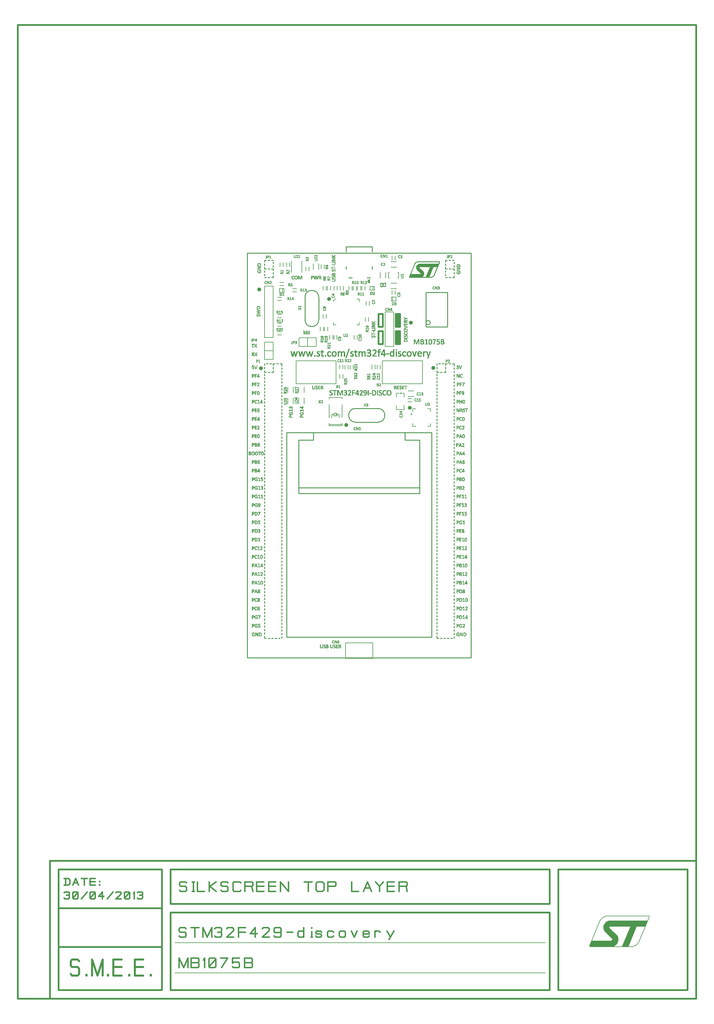
<source format=gbr>
G70*
%FSLAX55Y55*%
%ADD11C,0.01000*%
%ADD12C,0.00800*%
%ADD13C,0.00600*%
%ADD14C,0.02000*%
%ADD15C,0.00315*%
%ADD16C,0.00787*%
%ADD17C,0.00630*%
%ADD18C,0.00500*%
%ADD19C,0.00984*%
%ADD20C,0.00394*%
%ADD21C,0.02480*%
%ADD22C,0.00197*%
%ADD23C,0.01500*%
%ADD24C,0.01575*%
D11*
X285882Y415262D02*
X545725Y415262D01*
X545725Y884947*
X285882Y884947*
X285882Y415262*
D12*
G36*
X380804Y829829D02*
G75*
G02X380804Y833766I00000J01969D01*
G02X380804Y829829I00000J-01969*
G37*
G02X380804Y833766I00000J01969*
G02X380804Y829829I00000J-01969*
D13*
G01X487604Y861047D02*
X490904Y861047D01*
D12*
G36*
X474554Y703579D02*
G75*
G02X474554Y707516I00000J01969D01*
G02X474554Y703579I00000J-01969*
G37*
G02X474554Y707516I00000J01969*
G02X474554Y703579I00000J-01969*
D13*
G01X475404Y861047D02*
X475804Y861047D01*
D12*
G36*
X301804Y749329D02*
G75*
G02X301804Y753266I00000J01969D01*
G02X301804Y749329I00000J-01969*
G37*
G02X301804Y753266I00000J01969*
G02X301804Y749329I00000J-01969*
G36*
G01X299804Y840829D02*
G75*
G02X299804Y844766I00000J01969D01*
G02X299804Y840829I00000J-01969*
G37*
G02X299804Y844766I00000J01969*
G02X299804Y840829I00000J-01969*
G36*
G01X475804Y802329D02*
G75*
G02X475804Y806266I00000J01969D01*
G02X475804Y802329I00000J-01969*
G37*
G02X475804Y806266I00000J01969*
G02X475804Y802329I00000J-01969*
G36*
G01X501804Y749829D02*
G75*
G02X501804Y753766I00000J01969D01*
G02X501804Y749829I00000J-01969*
G37*
G02X501804Y753766I00000J01969*
G02X501804Y749829I00000J-01969*
G36*
G01X685804Y86797D02*
X708758Y86807D01*
X709804Y88897*
X700804Y97897*
X699604Y100597*
X699604Y103897*
X699904Y105097*
X701104Y107197*
X702304Y108397*
X703804Y109297*
X705604Y109897*
X707704Y110197*
X750304Y110197*
X747904Y103897*
X747604Y103597*
X737704Y103597*
X728104Y80797*
X721204Y80797*
X730504Y102697*
X730504Y103597*
X706804Y103597*
X706204Y103297*
X705904Y102697*
X705904Y101797*
X706204Y101497*
X714904Y93097*
X715804Y91597*
X716104Y90097*
X716404Y89797*
X716404Y87097*
G75*
G02X711604Y80797I-08949J01839*
G01X683404Y80797*
X683404Y81397*
X685504Y86497*
X685804Y86797*
G37*
X708758Y86807*
X709804Y88897*
X700804Y97897*
X699604Y100597*
X699604Y103897*
X699904Y105097*
X701104Y107197*
X702304Y108397*
X703804Y109297*
X705604Y109897*
X707704Y110197*
X750304Y110197*
X747904Y103897*
X747604Y103597*
X737704Y103597*
X728104Y80797*
X721204Y80797*
X730504Y102697*
X730504Y103597*
X706804Y103597*
X706204Y103297*
X705904Y102697*
X705904Y101797*
X706204Y101497*
X714904Y93097*
X715804Y91597*
X716104Y90097*
X716404Y89797*
X716404Y87097*
G75*
G02X711604Y80797I-08949J01839*
G01X683404Y80797*
X683404Y81397*
X685504Y86497*
X685804Y86797*
X202051Y49689D02*
X632051Y49689D01*
D14*
X197051Y129689D02*
X637051Y129689D01*
X67050Y29689D02*
X187051Y29689D01*
D12*
X202051Y84689D02*
X632051Y84689D01*
D14*
X197051Y119689D02*
X637051Y119689D01*
D12*
X684004Y80197D02*
X683404Y80797D01*
X683404Y81397*
X695404Y110497*
G75*
G02X702004Y115597I08543J-04235*
G01X751804Y115597*
X752104Y115297*
X752104Y114097*
X740104Y85297*
G75*
G02X733504Y80197I-08825J04600*
G01X684004Y80197*
D14*
X637051Y129689D02*
X637051Y169689D01*
X57051Y179689D02*
X807051Y179689D01*
X67050Y124689D02*
X187051Y124689D01*
X67050Y169689D02*
X187051Y169689D01*
X197051Y169689D02*
X637051Y169689D01*
X197051Y29689D02*
X197051Y119689D01*
X197051Y129689D02*
X197051Y169689D01*
X67050Y29689D02*
X67050Y169689D01*
X637051Y29689D02*
X637051Y119689D01*
X647051Y169689D02*
X797051Y169689D01*
X647051Y29689D02*
X797051Y29689D01*
X19649Y19689D02*
X19649Y1149611D01*
X19649Y19689D02*
X807051Y19689D01*
X57051Y19689D02*
X57051Y179689D01*
X187051Y29689D02*
X187051Y169689D01*
X647051Y29689D02*
X647051Y169689D01*
X797051Y29689D02*
X797051Y169689D01*
X67050Y79689D02*
X187051Y79689D01*
X807051Y19689D02*
X807051Y1149611D01*
X197051Y29689D02*
X637051Y29689D01*
X19649Y1149611D02*
X807051Y1149611D01*
X438304Y779297D02*
X443304Y779297D01*
X443304Y794297*
X438304Y794297*
X438304Y779297*
G36*
X458304Y779297D02*
X463304Y779297D01*
X463304Y794297*
X458304Y794297*
X458304Y779297*
G37*
X463304Y779297*
X463304Y794297*
X458304Y794297*
X458304Y779297*
D13*
X475604Y861547D02*
X476004Y861547D01*
X503204Y860547D02*
X503504Y860547D01*
X487404Y860547D02*
X490904Y860547D01*
X502904Y860047D02*
X503304Y860047D01*
X475004Y860047D02*
X490804Y860047D01*
X494404Y859547D02*
X497804Y859547D01*
X502404Y859047D02*
X502804Y859047D01*
D14*
G36*
X458304Y799297D02*
X463304Y799297D01*
X463304Y814297*
X458304Y814297*
X458304Y799297*
G37*
X463304Y799297*
X463304Y814297*
X458304Y814297*
X458304Y799297*
D12*
G36*
X400804Y683579D02*
G75*
G02X400804Y687516I00000J01969D01*
G02X400804Y683579I00000J-01969*
G37*
G02X400804Y687516I00000J01969*
G02X400804Y683579I00000J-01969*
G01X399942Y414672D02*
X431666Y414672D01*
X431666Y432782*
X399942Y432782*
X399942Y414672*
D13*
X475204Y860547D02*
X475604Y860547D01*
X494604Y860047D02*
X498004Y860047D01*
X502704Y859547D02*
X503104Y859547D01*
X474804Y859547D02*
X490604Y859547D01*
X494204Y859047D02*
X497604Y859047D01*
X502004Y858547D02*
X502404Y858547D01*
X474404Y858547D02*
X490004Y858547D01*
X493804Y858047D02*
X497204Y858047D01*
X500704Y857547D02*
X501304Y857547D01*
X474004Y857547D02*
X489004Y857547D01*
X477704Y866547D02*
X478104Y866547D01*
X497304Y866547D02*
X500704Y866547D01*
X477904Y867047D02*
X478304Y867047D01*
X497504Y867047D02*
X500904Y867047D01*
X478104Y867547D02*
X478504Y867547D01*
X497704Y867547D02*
X501104Y867547D01*
X478304Y868047D02*
X478704Y868047D01*
X497904Y868047D02*
X501304Y868047D01*
X478604Y868547D02*
X478904Y868547D01*
X498104Y868547D02*
X501504Y868547D01*
X478804Y869047D02*
X479104Y869047D01*
X482404Y869547D02*
X507204Y869547D01*
X482904Y870547D02*
X507604Y870547D01*
X483904Y871547D02*
X508004Y871547D01*
X480204Y872547D02*
X480604Y872547D01*
X480504Y873047D02*
X480904Y873047D01*
X480904Y873547D02*
X481304Y873547D01*
X481404Y874047D02*
X481904Y874047D01*
X482104Y874547D02*
X482904Y874547D01*
X483504Y875047D02*
X509004Y875047D01*
X479804Y871547D02*
X480104Y871547D01*
X479204Y870047D02*
X479504Y870047D01*
X479604Y871047D02*
X479904Y871047D01*
X487404Y861547D02*
X490904Y861547D01*
X495204Y861547D02*
X498604Y861547D01*
X483704Y865047D02*
X488504Y865047D01*
X484804Y864047D02*
X489604Y864047D01*
X505204Y865547D02*
X505604Y865547D01*
X505004Y865047D02*
X505304Y865047D01*
X504804Y864547D02*
X505104Y864547D01*
X504604Y864047D02*
X504904Y864047D01*
X504404Y863547D02*
X504704Y863547D01*
X485304Y863547D02*
X490104Y863547D01*
X495904Y863047D02*
X499304Y863047D01*
X504004Y862547D02*
X504304Y862547D01*
X486404Y862547D02*
X490604Y862547D01*
X486904Y862047D02*
X490804Y862047D01*
X497004Y857447D02*
X496904Y857447D01*
X496904Y857247*
X497004Y857247*
X497004Y857147*
X499104Y857147*
X499504Y857247*
X499904Y857247*
X500204Y857347*
X500604Y857547*
X500904Y857747*
X501204Y857847*
X501504Y858147*
X501804Y858347*
X502104Y858647*
X502904Y859847*
X505004Y864947*
X506504Y868647*
X506504Y868947*
X506404Y868947*
X506404Y869047*
X502104Y869047*
X502004Y868947*
X501804Y868947*
X501804Y868847*
X501704Y868847*
X501704Y868747*
X501604Y868747*
X501604Y868647*
X501504Y868447*
X497004Y857447*
X497104Y866047D02*
X500504Y866047D01*
X476104Y862547D02*
X476404Y862547D01*
X480404Y872247D02*
X481204Y873447D01*
X481504Y873647*
X481704Y873947*
X482304Y874347*
X482704Y874447*
X483004Y874647*
X483404Y874747*
X483704Y874847*
X508904Y874847*
X508904Y874547*
X508804Y874147*
X508504Y873547*
X508304Y873047*
X508204Y872847*
X508104Y872547*
X508104Y872447*
X508004Y872447*
X508004Y872347*
X486504Y872347*
X485604Y872247*
X484804Y872047*
X484104Y871747*
X483504Y871347*
X483104Y870847*
X482704Y870247*
X482404Y869647*
X482304Y869047*
X482204Y868347*
X482204Y867747*
X482304Y867047*
X482604Y866447*
X482904Y865947*
X483304Y865447*
X486804Y862147*
X487104Y861947*
X487204Y861747*
X487304Y861747*
X487404Y861547*
X487604Y861347*
X487604Y860847*
X487204Y860447*
X487104Y860447*
X486904Y860347*
X475804Y860347*
X475704Y860447*
X475604Y860447*
X475604Y860747*
X480404Y872247*
X476304Y863047D02*
X476604Y863047D01*
X476704Y864047D02*
X477004Y864047D01*
X477104Y865047D02*
X477404Y865047D01*
X477504Y866047D02*
X477904Y866047D01*
X495004Y861047D02*
X498404Y861047D01*
X494804Y860547D02*
X498204Y860547D01*
D14*
X438304Y799297D02*
X443304Y799297D01*
X443304Y814297*
X438304Y814297*
X438304Y799297*
D13*
X474604Y859047D02*
X490304Y859047D01*
X494004Y858547D02*
X497404Y858547D01*
X501504Y858047D02*
X502004Y858047D01*
X474204Y858047D02*
X489604Y858047D01*
X493604Y857547D02*
X497004Y857547D01*
X474004Y857047D02*
X500304Y857047D01*
X482504Y866547D02*
X486904Y866547D01*
X505604Y866547D02*
X506004Y866547D01*
X482404Y867047D02*
X486404Y867047D01*
X505804Y867047D02*
X506204Y867047D01*
X482304Y867547D02*
X485904Y867547D01*
X506104Y867547D02*
X506404Y867547D01*
X482204Y868047D02*
X485504Y868047D01*
X506304Y868047D02*
X506604Y868047D01*
X482204Y868547D02*
X485604Y868547D01*
X506504Y868547D02*
X506804Y868547D01*
X482304Y869047D02*
X507004Y869047D01*
X482604Y870047D02*
X507404Y870047D01*
X483304Y871047D02*
X507804Y871047D01*
X484904Y872047D02*
X508204Y872047D01*
X508104Y872547D02*
X508504Y872547D01*
X508304Y873047D02*
X508704Y873047D01*
X508504Y873547D02*
X508904Y873547D01*
X508704Y874047D02*
X509104Y874047D01*
X508904Y874547D02*
X509304Y874547D01*
X480004Y872047D02*
X480304Y872047D01*
X479004Y869547D02*
X479304Y869547D01*
X479404Y870547D02*
X479704Y870547D01*
X503604Y861547D02*
X503904Y861547D01*
X503404Y861047D02*
X503704Y861047D01*
X483204Y865547D02*
X488004Y865547D01*
X484204Y864547D02*
X489104Y864547D01*
X482804Y866047D02*
X487504Y866047D01*
X496904Y865547D02*
X500304Y865547D01*
X496704Y865047D02*
X500104Y865047D01*
X496504Y864547D02*
X499904Y864547D01*
X496304Y864047D02*
X499704Y864047D01*
X496104Y863547D02*
X499504Y863547D01*
X504204Y863047D02*
X504504Y863047D01*
X485804Y863047D02*
X490404Y863047D01*
X495704Y862547D02*
X499104Y862547D01*
X503804Y862047D02*
X504104Y862047D01*
X493204Y857147D02*
X488404Y857147D01*
X488404Y857247*
X488804Y857447*
X489104Y857647*
X489304Y857747*
X489904Y858347*
X490104Y858647*
X490304Y858847*
X490404Y859147*
X490604Y859447*
X490704Y859847*
X490804Y860147*
X490904Y860547*
X490904Y861747*
X490804Y862147*
X490704Y862447*
X490504Y862747*
X490404Y863047*
X490204Y863347*
X490104Y863547*
X489704Y863947*
X489704Y864047*
X489604Y864047*
X489604Y864147*
X485904Y867547*
X485704Y867747*
X485604Y867947*
X485504Y868047*
X485504Y868447*
X485604Y868547*
X485604Y868647*
X485904Y868947*
X486104Y868947*
X486204Y869047*
X498004Y869047*
X498104Y868947*
X498204Y868947*
X498204Y868647*
X493604Y857747*
X493604Y857547*
X493504Y857447*
X493504Y857347*
X493404Y857347*
X493404Y857247*
X493304Y857247*
X493204Y857147*
X495504Y862047D02*
X498904Y862047D01*
X505404Y866047D02*
X505804Y866047D01*
X475904Y862047D02*
X476204Y862047D01*
X509004Y875147D02*
X483704Y875147D01*
X482904Y874947*
X482604Y874747*
X482204Y874647*
X481904Y874447*
X481604Y874147*
X481304Y873947*
X480704Y873347*
X480504Y873047*
X480304Y872647*
X480104Y872347*
X474104Y857847*
X474004Y857647*
X474004Y857047*
X474104Y857047*
X474104Y856947*
X474204Y856947*
X474304Y856847*
X499504Y856847*
X500304Y857047*
X500604Y857147*
X500904Y857347*
X501304Y857547*
X501604Y857747*
X502104Y858247*
X502404Y858447*
X503004Y859347*
X503104Y859747*
X503204Y859947*
X509204Y874447*
X509204Y874547*
X509304Y874547*
X509304Y874647*
X509204Y874747*
X509204Y874947*
X509104Y874947*
X509104Y875047*
X509004Y875047*
X509004Y875147*
X476504Y863547D02*
X476804Y863547D01*
X476904Y864547D02*
X477204Y864547D01*
X477304Y865547D02*
X477604Y865547D01*
D12*
X393334Y750560D02*
X393334Y755260D01*
X396934Y750560D02*
X396934Y755260D01*
D15*
G36*
X392753Y759183D02*
X392751Y759115D01*
X392742Y759064*
X392726Y759025*
X392692Y758983*
X392589Y758906*
X392533Y758871*
X392468Y758838*
X392394Y758805*
X392346Y758786*
X392296Y758768*
X392242Y758751*
X392186Y758736*
X392127Y758722*
X392076Y758711*
X392024Y758703*
X391970Y758696*
X391914Y758691*
X391857Y758689*
X391798Y758688*
X391751Y758688*
X391704Y758690*
X391659Y758693*
X391614Y758697*
X391569Y758703*
X391526Y758710*
X391483Y758718*
X391441Y758727*
X391399Y758737*
X391359Y758749*
X391319Y758762*
X391279Y758776*
X391241Y758791*
X391200Y758809*
X391160Y758828*
X391121Y758849*
X391083Y758871*
X391046Y758894*
X391010Y758919*
X390975Y758945*
X390942Y758972*
X390909Y759001*
X390877Y759031*
X390847Y759063*
X390817Y759096*
X390788Y759130*
X390761Y759166*
X390734Y759203*
X390709Y759241*
X390685Y759280*
X390662Y759321*
X390640Y759363*
X390619Y759407*
X390600Y759451*
X390581Y759498*
X390564Y759545*
X390547Y759594*
X390534Y759640*
X390521Y759687*
X390509Y759735*
X390498Y759784*
X390489Y759835*
X390480Y759886*
X390473Y759939*
X390467Y759992*
X390462Y760047*
X390458Y760102*
X390455Y760159*
X390454Y760217*
X390453Y760276*
X390453Y760322*
X390455Y760368*
X390456Y760413*
X390459Y760457*
X390462Y760501*
X390466Y760545*
X390470Y760587*
X390476Y760629*
X390481Y760671*
X390488Y760712*
X390495Y760752*
X390504Y760792*
X390512Y760831*
X390522Y760869*
X390532Y760907*
X390543Y760945*
X390554Y760981*
X390569Y761025*
X390585Y761068*
X390601Y761110*
X390619Y761151*
X390637Y761191*
X390656Y761230*
X390676Y761268*
X390697Y761305*
X390718Y761341*
X390741Y761376*
X390764Y761410*
X390788Y761443*
X390813Y761475*
X390839Y761506*
X390870Y761541*
X390902Y761575*
X390935Y761608*
X390969Y761638*
X391004Y761668*
X391040Y761696*
X391077Y761723*
X391115Y761748*
X391154Y761772*
X391194Y761794*
X391235Y761815*
X391277Y761835*
X391320Y761853*
X391364Y761869*
X391408Y761884*
X391453Y761897*
X391499Y761909*
X391546Y761919*
X391593Y761928*
X391642Y761935*
X391691Y761941*
X391740Y761945*
X391791Y761947*
X391842Y761948*
X391896Y761947*
X391950Y761944*
X392003Y761939*
X392056Y761932*
X392108Y761924*
X392159Y761914*
X392208Y761902*
X392256Y761890*
X392303Y761877*
X392347Y761863*
X392401Y761844*
X392451Y761823*
X392498Y761801*
X392543Y761778*
X392582Y761755*
X392615Y761734*
X392641Y761715*
X392661Y761699*
X392704Y761650*
X392720Y761609*
X392729Y761553*
X392733Y761476*
X392732Y761431*
X392728Y761392*
X392714Y761334*
X392690Y761299*
X392657Y761288*
X392561Y761335*
X392490Y761384*
X392402Y761438*
X392351Y761465*
X392295Y761492*
X392233Y761517*
X392166Y761541*
X392108Y761558*
X392046Y761571*
X391979Y761580*
X391908Y761586*
X391833Y761588*
X391773Y761586*
X391715Y761581*
X391658Y761572*
X391603Y761560*
X391550Y761544*
X391498Y761525*
X391448Y761503*
X391391Y761472*
X391338Y761437*
X391287Y761398*
X391239Y761354*
X391194Y761306*
X391151Y761253*
X391117Y761204*
X391086Y761153*
X391056Y761098*
X391029Y761041*
X391004Y760980*
X390981Y760917*
X390961Y760851*
X390945Y760790*
X390931Y760728*
X390920Y760663*
X390910Y760596*
X390903Y760527*
X390897Y760456*
X390894Y760383*
X390893Y760308*
X390894Y760254*
X390895Y760200*
X390898Y760148*
X390902Y760097*
X390907Y760047*
X390913Y759999*
X390920Y759951*
X390928Y759905*
X390937Y759860*
X390947Y759816*
X390965Y759756*
X390984Y759699*
X391003Y759645*
X391024Y759594*
X391047Y759546*
X391070Y759501*
X391094Y759459*
X391120Y759420*
X391157Y759374*
X391196Y759331*
X391235Y759292*
X391276Y759256*
X391317Y759224*
X391359Y759195*
X391402Y759169*
X391446Y759148*
X391507Y759123*
X391570Y759103*
X391636Y759088*
X391704Y759077*
X391775Y759070*
X391849Y759068*
X391911Y759069*
X391971Y759073*
X392027Y759079*
X392081Y759088*
X392133Y759100*
X392181Y759114*
X392236Y759133*
X392288Y759153*
X392337Y759174*
X392382Y759195*
X392423Y759218*
X392471Y759246*
X392514Y759272*
X392553Y759297*
X392588Y759321*
X392627Y759347*
X392661Y759363*
X392689Y759368*
X392719Y759360*
X392738Y759332*
X392749Y759275*
X392753Y759183*
G37*
X392751Y759115*
X392742Y759064*
X392726Y759025*
X392692Y758983*
X392589Y758906*
X392533Y758871*
X392468Y758838*
X392394Y758805*
X392346Y758786*
X392296Y758768*
X392242Y758751*
X392186Y758736*
X392127Y758722*
X392076Y758711*
X392024Y758703*
X391970Y758696*
X391914Y758691*
X391857Y758689*
X391798Y758688*
X391751Y758688*
X391704Y758690*
X391659Y758693*
X391614Y758697*
X391569Y758703*
X391526Y758710*
X391483Y758718*
X391441Y758727*
X391399Y758737*
X391359Y758749*
X391319Y758762*
X391279Y758776*
X391241Y758791*
X391200Y758809*
X391160Y758828*
X391121Y758849*
X391083Y758871*
X391046Y758894*
X391010Y758919*
X390975Y758945*
X390942Y758972*
X390909Y759001*
X390877Y759031*
X390847Y759063*
X390817Y759096*
X390788Y759130*
X390761Y759166*
X390734Y759203*
X390709Y759241*
X390685Y759280*
X390662Y759321*
X390640Y759363*
X390619Y759407*
X390600Y759451*
X390581Y759498*
X390564Y759545*
X390547Y759594*
X390534Y759640*
X390521Y759687*
X390509Y759735*
X390498Y759784*
X390489Y759835*
X390480Y759886*
X390473Y759939*
X390467Y759992*
X390462Y760047*
X390458Y760102*
X390455Y760159*
X390454Y760217*
X390453Y760276*
X390453Y760322*
X390455Y760368*
X390456Y760413*
X390459Y760457*
X390462Y760501*
X390466Y760545*
X390470Y760587*
X390476Y760629*
X390481Y760671*
X390488Y760712*
X390495Y760752*
X390504Y760792*
X390512Y760831*
X390522Y760869*
X390532Y760907*
X390543Y760945*
X390554Y760981*
X390569Y761025*
X390585Y761068*
X390601Y761110*
X390619Y761151*
X390637Y761191*
X390656Y761230*
X390676Y761268*
X390697Y761305*
X390718Y761341*
X390741Y761376*
X390764Y761410*
X390788Y761443*
X390813Y761475*
X390839Y761506*
X390870Y761541*
X390902Y761575*
X390935Y761608*
X390969Y761638*
X391004Y761668*
X391040Y761696*
X391077Y761723*
X391115Y761748*
X391154Y761772*
X391194Y761794*
X391235Y761815*
X391277Y761835*
X391320Y761853*
X391364Y761869*
X391408Y761884*
X391453Y761897*
X391499Y761909*
X391546Y761919*
X391593Y761928*
X391642Y761935*
X391691Y761941*
X391740Y761945*
X391791Y761947*
X391842Y761948*
X391896Y761947*
X391950Y761944*
X392003Y761939*
X392056Y761932*
X392108Y761924*
X392159Y761914*
X392208Y761902*
X392256Y761890*
X392303Y761877*
X392347Y761863*
X392401Y761844*
X392451Y761823*
X392498Y761801*
X392543Y761778*
X392582Y761755*
X392615Y761734*
X392641Y761715*
X392661Y761699*
X392704Y761650*
X392720Y761609*
X392729Y761553*
X392733Y761476*
X392732Y761431*
X392728Y761392*
X392714Y761334*
X392690Y761299*
X392657Y761288*
X392561Y761335*
X392490Y761384*
X392402Y761438*
X392351Y761465*
X392295Y761492*
X392233Y761517*
X392166Y761541*
X392108Y761558*
X392046Y761571*
X391979Y761580*
X391908Y761586*
X391833Y761588*
X391773Y761586*
X391715Y761581*
X391658Y761572*
X391603Y761560*
X391550Y761544*
X391498Y761525*
X391448Y761503*
X391391Y761472*
X391338Y761437*
X391287Y761398*
X391239Y761354*
X391194Y761306*
X391151Y761253*
X391117Y761204*
X391086Y761153*
X391056Y761098*
X391029Y761041*
X391004Y760980*
X390981Y760917*
X390961Y760851*
X390945Y760790*
X390931Y760728*
X390920Y760663*
X390910Y760596*
X390903Y760527*
X390897Y760456*
X390894Y760383*
X390893Y760308*
X390894Y760254*
X390895Y760200*
X390898Y760148*
X390902Y760097*
X390907Y760047*
X390913Y759999*
X390920Y759951*
X390928Y759905*
X390937Y759860*
X390947Y759816*
X390965Y759756*
X390984Y759699*
X391003Y759645*
X391024Y759594*
X391047Y759546*
X391070Y759501*
X391094Y759459*
X391120Y759420*
X391157Y759374*
X391196Y759331*
X391235Y759292*
X391276Y759256*
X391317Y759224*
X391359Y759195*
X391402Y759169*
X391446Y759148*
X391507Y759123*
X391570Y759103*
X391636Y759088*
X391704Y759077*
X391775Y759070*
X391849Y759068*
X391911Y759069*
X391971Y759073*
X392027Y759079*
X392081Y759088*
X392133Y759100*
X392181Y759114*
X392236Y759133*
X392288Y759153*
X392337Y759174*
X392382Y759195*
X392423Y759218*
X392471Y759246*
X392514Y759272*
X392553Y759297*
X392588Y759321*
X392627Y759347*
X392661Y759363*
X392689Y759368*
X392719Y759360*
X392738Y759332*
X392749Y759275*
X392753Y759183*
G36*
X395153Y758895D02*
X395151Y758852D01*
X395146Y758816*
X395126Y758765*
X395098Y758736*
X395065Y758728*
X393402Y758728*
X393370Y758736*
X393341Y758765*
X393320Y758816*
X393313Y758895*
X393321Y758972*
X393339Y759025*
X393367Y759057*
X393402Y759068*
X394073Y759068*
X394073Y761488*
X393462Y761128*
X393420Y761108*
X393388Y761098*
X393342Y761109*
X393319Y761162*
X393313Y761254*
X393317Y761324*
X393328Y761373*
X393348Y761407*
X393384Y761436*
X394112Y761899*
X394137Y761911*
X394173Y761920*
X394225Y761926*
X394298Y761928*
X394352Y761926*
X394396Y761923*
X394456Y761909*
X394486Y761887*
X394493Y761859*
X394493Y759068*
X395065Y759068*
X395102Y759057*
X395130Y759025*
X395147Y758972*
X395153Y758895*
G37*
X395151Y758852*
X395146Y758816*
X395126Y758765*
X395098Y758736*
X395065Y758728*
X393402Y758728*
X393370Y758736*
X393341Y758765*
X393320Y758816*
X393313Y758895*
X393321Y758972*
X393339Y759025*
X393367Y759057*
X393402Y759068*
X394073Y759068*
X394073Y761488*
X393462Y761128*
X393420Y761108*
X393388Y761098*
X393342Y761109*
X393319Y761162*
X393313Y761254*
X393317Y761324*
X393328Y761373*
X393348Y761407*
X393384Y761436*
X394112Y761899*
X394137Y761911*
X394173Y761920*
X394225Y761926*
X394298Y761928*
X394352Y761926*
X394396Y761923*
X394456Y761909*
X394486Y761887*
X394493Y761859*
X394493Y759068*
X395065Y759068*
X395102Y759057*
X395130Y759025*
X395147Y758972*
X395153Y758895*
G36*
X397693Y758895D02*
X397691Y758852D01*
X397686Y758816*
X397666Y758765*
X397638Y758736*
X397605Y758728*
X395942Y758728*
X395910Y758736*
X395881Y758765*
X395860Y758816*
X395853Y758895*
X395861Y758972*
X395879Y759025*
X395907Y759057*
X395942Y759068*
X396613Y759068*
X396613Y761488*
X396002Y761128*
X395960Y761108*
X395928Y761098*
X395882Y761109*
X395859Y761162*
X395853Y761254*
X395857Y761324*
X395868Y761373*
X395888Y761407*
X395924Y761436*
X396652Y761899*
X396677Y761911*
X396713Y761920*
X396765Y761926*
X396838Y761928*
X396892Y761926*
X396936Y761923*
X396996Y761909*
X397026Y761887*
X397033Y761859*
X397033Y759068*
X397605Y759068*
X397642Y759057*
X397670Y759025*
X397687Y758972*
X397693Y758895*
G37*
X397691Y758852*
X397686Y758816*
X397666Y758765*
X397638Y758736*
X397605Y758728*
X395942Y758728*
X395910Y758736*
X395881Y758765*
X395860Y758816*
X395853Y758895*
X395861Y758972*
X395879Y759025*
X395907Y759057*
X395942Y759068*
X396613Y759068*
X396613Y761488*
X396002Y761128*
X395960Y761108*
X395928Y761098*
X395882Y761109*
X395859Y761162*
X395853Y761254*
X395857Y761324*
X395868Y761373*
X395888Y761407*
X395924Y761436*
X396652Y761899*
X396677Y761911*
X396713Y761920*
X396765Y761926*
X396838Y761928*
X396892Y761926*
X396936Y761923*
X396996Y761909*
X397026Y761887*
X397033Y761859*
X397033Y759068*
X397605Y759068*
X397642Y759057*
X397670Y759025*
X397687Y758972*
X397693Y758895*
D16*
X445804Y816797D02*
X455804Y816797D01*
X445804Y816797D02*
X445804Y776797D01*
X455804Y816797D02*
X455804Y776797D01*
X445804Y776797D02*
X455804Y776797D01*
D15*
G36*
X448344Y818592D02*
X448341Y818524D01*
X448333Y818473*
X448317Y818434*
X448282Y818392*
X448180Y818315*
X448123Y818281*
X448058Y818247*
X447985Y818214*
X447937Y818195*
X447886Y818177*
X447833Y818161*
X447777Y818145*
X447718Y818131*
X447667Y818121*
X447614Y818112*
X447560Y818106*
X447504Y818101*
X447447Y818098*
X447388Y818097*
X447341Y818098*
X447295Y818100*
X447249Y818103*
X447204Y818107*
X447160Y818112*
X447116Y818119*
X447073Y818127*
X447031Y818136*
X446990Y818147*
X446949Y818158*
X446909Y818171*
X446870Y818185*
X446831Y818200*
X446790Y818218*
X446750Y818238*
X446711Y818258*
X446674Y818280*
X446637Y818304*
X446601Y818328*
X446566Y818354*
X446532Y818382*
X446500Y818411*
X446468Y818441*
X446437Y818472*
X446407Y818505*
X446379Y818540*
X446351Y818575*
X446325Y818612*
X446300Y818650*
X446276Y818690*
X446253Y818731*
X446231Y818773*
X446210Y818816*
X446190Y818861*
X446172Y818907*
X446154Y818954*
X446138Y819003*
X446124Y819049*
X446111Y819096*
X446099Y819145*
X446089Y819194*
X446079Y819244*
X446071Y819296*
X446064Y819348*
X446058Y819402*
X446053Y819456*
X446049Y819512*
X446046Y819569*
X446044Y819626*
X446044Y819685*
X446044Y819732*
X446045Y819777*
X446047Y819822*
X446049Y819867*
X446052Y819911*
X446056Y819954*
X446061Y819997*
X446066Y820039*
X446072Y820080*
X446079Y820121*
X446086Y820162*
X446094Y820201*
X446103Y820240*
X446112Y820279*
X446122Y820317*
X446133Y820354*
X446145Y820391*
X446160Y820435*
X446175Y820477*
X446192Y820519*
X446209Y820560*
X446228Y820600*
X446247Y820639*
X446267Y820677*
X446287Y820714*
X446309Y820750*
X446331Y820785*
X446355Y820819*
X446379Y820852*
X446404Y820885*
X446429Y820916*
X446460Y820951*
X446492Y820985*
X446525Y821017*
X446559Y821048*
X446594Y821077*
X446630Y821105*
X446667Y821132*
X446705Y821157*
X446744Y821181*
X446784Y821203*
X446826Y821224*
X446868Y821244*
X446910Y821262*
X446954Y821279*
X446999Y821294*
X447044Y821307*
X447090Y821319*
X447136Y821329*
X447184Y821338*
X447232Y821345*
X447281Y821350*
X447331Y821354*
X447381Y821356*
X447433Y821357*
X447487Y821356*
X447541Y821353*
X447594Y821349*
X447647Y821342*
X447699Y821333*
X447750Y821323*
X447799Y821312*
X447847Y821300*
X447893Y821286*
X447938Y821272*
X447991Y821253*
X448042Y821233*
X448089Y821211*
X448133Y821187*
X448173Y821164*
X448206Y821143*
X448232Y821125*
X448252Y821108*
X448294Y821060*
X448310Y821019*
X448320Y820963*
X448324Y820886*
X448322Y820840*
X448319Y820802*
X448304Y820743*
X448281Y820708*
X448247Y820697*
X448151Y820744*
X448081Y820793*
X447993Y820847*
X447941Y820875*
X447885Y820901*
X447823Y820926*
X447757Y820950*
X447699Y820967*
X447637Y820980*
X447570Y820990*
X447499Y820995*
X447423Y820997*
X447364Y820995*
X447306Y820990*
X447249Y820982*
X447194Y820969*
X447141Y820954*
X447089Y820935*
X447038Y820912*
X446982Y820882*
X446928Y820847*
X446877Y820807*
X446829Y820764*
X446784Y820715*
X446742Y820662*
X446708Y820614*
X446676Y820562*
X446647Y820508*
X446619Y820450*
X446594Y820390*
X446572Y820326*
X446551Y820260*
X446535Y820200*
X446522Y820137*
X446510Y820073*
X446501Y820006*
X446493Y819937*
X446488Y819866*
X446485Y819793*
X446484Y819717*
X446484Y819663*
X446486Y819610*
X446489Y819558*
X446492Y819507*
X446497Y819457*
X446503Y819408*
X446510Y819361*
X446518Y819314*
X446527Y819269*
X446538Y819225*
X446555Y819165*
X446574Y819109*
X446594Y819055*
X446615Y819004*
X446637Y818956*
X446660Y818911*
X446685Y818869*
X446710Y818830*
X446748Y818783*
X446786Y818740*
X446826Y818701*
X446866Y818665*
X446908Y818633*
X446950Y818604*
X446993Y818579*
X447037Y818557*
X447098Y818533*
X447161Y818513*
X447227Y818497*
X447295Y818486*
X447366Y818479*
X447440Y818477*
X447502Y818478*
X447561Y818482*
X447618Y818489*
X447672Y818498*
X447723Y818509*
X447772Y818524*
X447827Y818543*
X447879Y818562*
X447927Y818583*
X447972Y818605*
X448014Y818627*
X448062Y818655*
X448105Y818682*
X448144Y818707*
X448178Y818731*
X448218Y818757*
X448252Y818772*
X448279Y818777*
X448309Y818770*
X448329Y818742*
X448340Y818685*
X448344Y818592*
G37*
X448341Y818524*
X448333Y818473*
X448317Y818434*
X448282Y818392*
X448180Y818315*
X448123Y818281*
X448058Y818247*
X447985Y818214*
X447937Y818195*
X447886Y818177*
X447833Y818161*
X447777Y818145*
X447718Y818131*
X447667Y818121*
X447614Y818112*
X447560Y818106*
X447504Y818101*
X447447Y818098*
X447388Y818097*
X447341Y818098*
X447295Y818100*
X447249Y818103*
X447204Y818107*
X447160Y818112*
X447116Y818119*
X447073Y818127*
X447031Y818136*
X446990Y818147*
X446949Y818158*
X446909Y818171*
X446870Y818185*
X446831Y818200*
X446790Y818218*
X446750Y818238*
X446711Y818258*
X446674Y818280*
X446637Y818304*
X446601Y818328*
X446566Y818354*
X446532Y818382*
X446500Y818411*
X446468Y818441*
X446437Y818472*
X446407Y818505*
X446379Y818540*
X446351Y818575*
X446325Y818612*
X446300Y818650*
X446276Y818690*
X446253Y818731*
X446231Y818773*
X446210Y818816*
X446190Y818861*
X446172Y818907*
X446154Y818954*
X446138Y819003*
X446124Y819049*
X446111Y819096*
X446099Y819145*
X446089Y819194*
X446079Y819244*
X446071Y819296*
X446064Y819348*
X446058Y819402*
X446053Y819456*
X446049Y819512*
X446046Y819569*
X446044Y819626*
X446044Y819685*
X446044Y819732*
X446045Y819777*
X446047Y819822*
X446049Y819867*
X446052Y819911*
X446056Y819954*
X446061Y819997*
X446066Y820039*
X446072Y820080*
X446079Y820121*
X446086Y820162*
X446094Y820201*
X446103Y820240*
X446112Y820279*
X446122Y820317*
X446133Y820354*
X446145Y820391*
X446160Y820435*
X446175Y820477*
X446192Y820519*
X446209Y820560*
X446228Y820600*
X446247Y820639*
X446267Y820677*
X446287Y820714*
X446309Y820750*
X446331Y820785*
X446355Y820819*
X446379Y820852*
X446404Y820885*
X446429Y820916*
X446460Y820951*
X446492Y820985*
X446525Y821017*
X446559Y821048*
X446594Y821077*
X446630Y821105*
X446667Y821132*
X446705Y821157*
X446744Y821181*
X446784Y821203*
X446826Y821224*
X446868Y821244*
X446910Y821262*
X446954Y821279*
X446999Y821294*
X447044Y821307*
X447090Y821319*
X447136Y821329*
X447184Y821338*
X447232Y821345*
X447281Y821350*
X447331Y821354*
X447381Y821356*
X447433Y821357*
X447487Y821356*
X447541Y821353*
X447594Y821349*
X447647Y821342*
X447699Y821333*
X447750Y821323*
X447799Y821312*
X447847Y821300*
X447893Y821286*
X447938Y821272*
X447991Y821253*
X448042Y821233*
X448089Y821211*
X448133Y821187*
X448173Y821164*
X448206Y821143*
X448232Y821125*
X448252Y821108*
X448294Y821060*
X448310Y821019*
X448320Y820963*
X448324Y820886*
X448322Y820840*
X448319Y820802*
X448304Y820743*
X448281Y820708*
X448247Y820697*
X448151Y820744*
X448081Y820793*
X447993Y820847*
X447941Y820875*
X447885Y820901*
X447823Y820926*
X447757Y820950*
X447699Y820967*
X447637Y820980*
X447570Y820990*
X447499Y820995*
X447423Y820997*
X447364Y820995*
X447306Y820990*
X447249Y820982*
X447194Y820969*
X447141Y820954*
X447089Y820935*
X447038Y820912*
X446982Y820882*
X446928Y820847*
X446877Y820807*
X446829Y820764*
X446784Y820715*
X446742Y820662*
X446708Y820614*
X446676Y820562*
X446647Y820508*
X446619Y820450*
X446594Y820390*
X446572Y820326*
X446551Y820260*
X446535Y820200*
X446522Y820137*
X446510Y820073*
X446501Y820006*
X446493Y819937*
X446488Y819866*
X446485Y819793*
X446484Y819717*
X446484Y819663*
X446486Y819610*
X446489Y819558*
X446492Y819507*
X446497Y819457*
X446503Y819408*
X446510Y819361*
X446518Y819314*
X446527Y819269*
X446538Y819225*
X446555Y819165*
X446574Y819109*
X446594Y819055*
X446615Y819004*
X446637Y818956*
X446660Y818911*
X446685Y818869*
X446710Y818830*
X446748Y818783*
X446786Y818740*
X446826Y818701*
X446866Y818665*
X446908Y818633*
X446950Y818604*
X446993Y818579*
X447037Y818557*
X447098Y818533*
X447161Y818513*
X447227Y818497*
X447295Y818486*
X447366Y818479*
X447440Y818477*
X447502Y818478*
X447561Y818482*
X447618Y818489*
X447672Y818498*
X447723Y818509*
X447772Y818524*
X447827Y818543*
X447879Y818562*
X447927Y818583*
X447972Y818605*
X448014Y818627*
X448062Y818655*
X448105Y818682*
X448144Y818707*
X448178Y818731*
X448218Y818757*
X448252Y818772*
X448279Y818777*
X448309Y818770*
X448329Y818742*
X448340Y818685*
X448344Y818592*
G36*
X451304Y818318D02*
X451300Y818273D01*
X451287Y818235*
X451244Y818179*
X451185Y818147*
X451119Y818137*
X450980Y818137*
X450918Y818140*
X450865Y818150*
X450817Y818168*
X450771Y818196*
X450727Y818236*
X450683Y818288*
X450652Y818331*
X450621Y818382*
X450589Y818442*
X449620Y820254*
X449595Y820301*
X449569Y820349*
X449544Y820398*
X449518Y820447*
X449493Y820497*
X449467Y820548*
X449442Y820599*
X449417Y820650*
X449393Y820700*
X449369Y820749*
X449346Y820799*
X449324Y820847*
X449319Y820847*
X449320Y820796*
X449321Y820745*
X449322Y820694*
X449323Y820642*
X449323Y820590*
X449324Y820538*
X449324Y820485*
X449324Y820433*
X449324Y820380*
X449324Y820327*
X449324Y820275*
X449324Y820223*
X449324Y820171*
X449324Y820118*
X449324Y818196*
X449313Y818163*
X449278Y818138*
X449214Y818123*
X449112Y818117*
X449056Y818119*
X449011Y818123*
X448947Y818138*
X448914Y818163*
X448904Y818196*
X448904Y821135*
X448906Y821172*
X448913Y821205*
X448924Y821233*
X448939Y821256*
X448960Y821275*
X448998Y821299*
X449039Y821313*
X449081Y821317*
X449290Y821317*
X449336Y821316*
X449377Y821312*
X449413Y821305*
X449460Y821288*
X449502Y821264*
X449541Y821230*
X449578Y821185*
X449616Y821129*
X449656Y821059*
X450400Y819661*
X450427Y819610*
X450454Y819559*
X450481Y819509*
X450507Y819460*
X450533Y819411*
X450558Y819362*
X450583Y819314*
X450608Y819266*
X450632Y819218*
X450656Y819171*
X450680Y819123*
X450703Y819077*
X450727Y819030*
X450750Y818984*
X450773Y818938*
X450797Y818892*
X450820Y818846*
X450843Y818800*
X450866Y818754*
X450888Y818708*
X450891Y818708*
X450890Y818764*
X450888Y818820*
X450887Y818877*
X450887Y818935*
X450886Y818993*
X450885Y819052*
X450885Y819112*
X450885Y819164*
X450884Y819216*
X450884Y819267*
X450884Y819318*
X450884Y819368*
X450884Y819417*
X450884Y819467*
X450884Y819515*
X450884Y821239*
X450894Y821271*
X450929Y821296*
X450993Y821312*
X451097Y821317*
X451150Y821316*
X451196Y821312*
X451260Y821296*
X451293Y821271*
X451304Y821239*
X451304Y818318*
G37*
X451300Y818273*
X451287Y818235*
X451244Y818179*
X451185Y818147*
X451119Y818137*
X450980Y818137*
X450918Y818140*
X450865Y818150*
X450817Y818168*
X450771Y818196*
X450727Y818236*
X450683Y818288*
X450652Y818331*
X450621Y818382*
X450589Y818442*
X449620Y820254*
X449595Y820301*
X449569Y820349*
X449544Y820398*
X449518Y820447*
X449493Y820497*
X449467Y820548*
X449442Y820599*
X449417Y820650*
X449393Y820700*
X449369Y820749*
X449346Y820799*
X449324Y820847*
X449319Y820847*
X449320Y820796*
X449321Y820745*
X449322Y820694*
X449323Y820642*
X449323Y820590*
X449324Y820538*
X449324Y820485*
X449324Y820433*
X449324Y820380*
X449324Y820327*
X449324Y820275*
X449324Y820223*
X449324Y820171*
X449324Y820118*
X449324Y818196*
X449313Y818163*
X449278Y818138*
X449214Y818123*
X449112Y818117*
X449056Y818119*
X449011Y818123*
X448947Y818138*
X448914Y818163*
X448904Y818196*
X448904Y821135*
X448906Y821172*
X448913Y821205*
X448924Y821233*
X448939Y821256*
X448960Y821275*
X448998Y821299*
X449039Y821313*
X449081Y821317*
X449290Y821317*
X449336Y821316*
X449377Y821312*
X449413Y821305*
X449460Y821288*
X449502Y821264*
X449541Y821230*
X449578Y821185*
X449616Y821129*
X449656Y821059*
X450400Y819661*
X450427Y819610*
X450454Y819559*
X450481Y819509*
X450507Y819460*
X450533Y819411*
X450558Y819362*
X450583Y819314*
X450608Y819266*
X450632Y819218*
X450656Y819171*
X450680Y819123*
X450703Y819077*
X450727Y819030*
X450750Y818984*
X450773Y818938*
X450797Y818892*
X450820Y818846*
X450843Y818800*
X450866Y818754*
X450888Y818708*
X450891Y818708*
X450890Y818764*
X450888Y818820*
X450887Y818877*
X450887Y818935*
X450886Y818993*
X450885Y819052*
X450885Y819112*
X450885Y819164*
X450884Y819216*
X450884Y819267*
X450884Y819318*
X450884Y819368*
X450884Y819417*
X450884Y819467*
X450884Y819515*
X450884Y821239*
X450894Y821271*
X450929Y821296*
X450993Y821312*
X451097Y821317*
X451150Y821316*
X451196Y821312*
X451260Y821296*
X451293Y821271*
X451304Y821239*
X451304Y818318*
X454115Y819027D02*
X454112Y818978D01*
X454104Y818937*
X454090Y818903*
X454061Y818869*
X454021Y818857*
X453664Y818857*
X453664Y818193*
X453654Y818160*
X453619Y818137*
X453553Y818122*
X453450Y818117*
X453395Y818118*
X453349Y818122*
X453285Y818137*
X453252Y818160*
X453244Y818193*
X453244Y818857*
X451936Y818857*
X451887Y818864*
X451852Y818891*
X451830Y818946*
X451824Y819040*
X451826Y819122*
X451836Y819188*
X451856Y819246*
X451885Y819305*
X453026Y821260*
X453062Y821295*
X453123Y821320*
X453215Y821333*
X453275Y821336*
X453345Y821337*
X453397Y821336*
X453445Y821334*
X453488Y821331*
X453543Y821324*
X453586Y821315*
X453644Y821289*
X453664Y821250*
X453664Y819197*
X454021Y819197*
X454059Y819187*
X454089Y819155*
X454108Y819102*
X454115Y819027*
X453244Y820964D02*
X453239Y820964D01*
X452208Y819197*
X453244Y819197*
X453244Y820964*
X453248Y818175D02*
X453658Y818175D01*
X453244Y818390D02*
X453664Y818390D01*
X453244Y818605D02*
X453664Y818605D01*
X453244Y818820D02*
X453664Y818820D01*
X451824Y819034D02*
X454114Y819034D01*
X451857Y819249D02*
X452239Y819249D01*
X453244Y819249D02*
X453664Y819249D01*
X451978Y819464D02*
X452364Y819464D01*
X453244Y819464D02*
X453664Y819464D01*
X452103Y819679D02*
X452490Y819679D01*
X453244Y819679D02*
X453664Y819679D01*
X452229Y819894D02*
X452615Y819894D01*
X453244Y819894D02*
X453664Y819894D01*
X452354Y820109D02*
X452740Y820109D01*
X453244Y820109D02*
X453664Y820109D01*
X452480Y820324D02*
X452866Y820324D01*
X453244Y820324D02*
X453664Y820324D01*
X452605Y820539D02*
X452991Y820539D01*
X453244Y820539D02*
X453664Y820539D01*
X452730Y820754D02*
X453116Y820754D01*
X453244Y820754D02*
X453664Y820754D01*
X452856Y820969D02*
X453664Y820969D01*
X452981Y821184D02*
X453664Y821184D01*
D12*
X328113Y847486D02*
X323413Y847486D01*
X328113Y851086D02*
X323413Y851086D01*
D15*
X335835Y846946D02*
X335827Y846912D01*
X335795Y846887*
X335727Y846872*
X335609Y846867*
X335551Y846868*
X335505Y846872*
X335440Y846888*
X335402Y846919*
X335379Y846968*
X335087Y847722*
X335066Y847772*
X335045Y847821*
X335024Y847868*
X335002Y847914*
X334981Y847958*
X334952Y848009*
X334920Y848058*
X334886Y848102*
X334850Y848143*
X334796Y848191*
X334737Y848231*
X334671Y848264*
X334598Y848288*
X334516Y848302*
X334425Y848307*
X334144Y848307*
X334144Y846946*
X334133Y846912*
X334098Y846888*
X334035Y846873*
X333934Y846867*
X333878Y846869*
X333832Y846873*
X333768Y846888*
X333734Y846912*
X333724Y846946*
X333724Y849895*
X333727Y849939*
X333736Y849976*
X333752Y850006*
X333774Y850029*
X333808Y850050*
X333843Y850063*
X333880Y850067*
X334552Y850067*
X334609Y850067*
X334661Y850066*
X334709Y850064*
X334751Y850061*
X334802Y850057*
X334850Y850052*
X334894Y850047*
X334939Y850039*
X334983Y850029*
X335025Y850018*
X335066Y850006*
X335106Y849993*
X335145Y849979*
X335182Y849963*
X335217Y849947*
X335263Y849923*
X335306Y849897*
X335346Y849869*
X335384Y849839*
X335420Y849807*
X335453Y849772*
X335483Y849736*
X335511Y849699*
X335536Y849659*
X335559Y849618*
X335579Y849575*
X335596Y849531*
X335611Y849484*
X335622Y849437*
X335632Y849387*
X335638Y849336*
X335642Y849284*
X335644Y849230*
X335643Y849185*
X335640Y849141*
X335636Y849099*
X335630Y849058*
X335622Y849019*
X335612Y848981*
X335601Y848944*
X335582Y848894*
X335561Y848847*
X335536Y848803*
X335508Y848760*
X335478Y848720*
X335444Y848683*
X335408Y848647*
X335370Y848613*
X335328Y848582*
X335285Y848552*
X335239Y848525*
X335191Y848499*
X335140Y848475*
X335088Y848452*
X335033Y848432*
X335084Y848407*
X335131Y848377*
X335175Y848344*
X335217Y848307*
X335256Y848264*
X335294Y848217*
X335330Y848165*
X335365Y848109*
X335398Y848047*
X335423Y847997*
X335447Y847944*
X335472Y847889*
X335496Y847830*
X335781Y847126*
X335801Y847073*
X335816Y847031*
X335825Y847002*
X335835Y846946*
X335204Y849190D02*
X335202Y849236D01*
X335198Y849280*
X335192Y849323*
X335183Y849363*
X335171Y849402*
X335157Y849439*
X335140Y849474*
X335120Y849508*
X335094Y849544*
X335063Y849576*
X335028Y849606*
X334988Y849633*
X334943Y849656*
X334894Y849677*
X334841Y849695*
X334775Y849710*
X334702Y849720*
X334645Y849724*
X334578Y849726*
X334500Y849727*
X334144Y849727*
X334144Y848647*
X334556Y848647*
X334603Y848648*
X334647Y848651*
X334691Y848655*
X334732Y848661*
X334771Y848668*
X334809Y848677*
X334844Y848688*
X334891Y848706*
X334935Y848726*
X334975Y848749*
X335013Y848774*
X335047Y848802*
X335077Y848832*
X335105Y848865*
X335128Y848899*
X335149Y848935*
X335166Y848974*
X335182Y849025*
X335194Y849077*
X335201Y849132*
X335204Y849190*
X333730Y846925D02*
X334137Y846925D01*
X335399Y846925D02*
X335830Y846925D01*
X333724Y847140D02*
X334144Y847140D01*
X335312Y847140D02*
X335775Y847140D01*
X333724Y847355D02*
X334144Y847355D01*
X335229Y847355D02*
X335689Y847355D01*
X333724Y847570D02*
X334144Y847570D01*
X335146Y847570D02*
X335602Y847570D01*
X333724Y847784D02*
X334144Y847784D01*
X335061Y847784D02*
X335515Y847784D01*
X333724Y847999D02*
X334144Y847999D01*
X334957Y847999D02*
X335422Y847999D01*
X333724Y848214D02*
X334144Y848214D01*
X334761Y848214D02*
X335296Y848214D01*
X333724Y848429D02*
X335038Y848429D01*
X333724Y848644D02*
X335405Y848644D01*
X333724Y848859D02*
X334144Y848859D01*
X335100Y848859D02*
X335566Y848859D01*
X333724Y849074D02*
X334144Y849074D01*
X335193Y849074D02*
X335632Y849074D01*
X333724Y849289D02*
X334144Y849289D01*
X335197Y849289D02*
X335642Y849289D01*
X333724Y849504D02*
X334144Y849504D01*
X335122Y849504D02*
X335604Y849504D01*
X333724Y849719D02*
X334144Y849719D01*
X334706Y849719D02*
X335496Y849719D01*
X333726Y849934D02*
X335242Y849934D01*
G36*
X338264Y847914D02*
X338263Y847868D01*
X338261Y847823*
X338257Y847779*
X338252Y847736*
X338246Y847694*
X338238Y847653*
X338229Y847613*
X338218Y847573*
X338206Y847535*
X338193Y847497*
X338174Y847455*
X338154Y847415*
X338134Y847376*
X338112Y847339*
X338090Y847304*
X338067Y847270*
X338042Y847238*
X338017Y847207*
X337991Y847178*
X337964Y847151*
X337930Y847123*
X337895Y847095*
X337861Y847070*
X337825Y847045*
X337789Y847023*
X337753Y847002*
X337716Y846982*
X337678Y846964*
X337640Y846947*
X337601Y846932*
X337555Y846917*
X337508Y846904*
X337461Y846892*
X337414Y846881*
X337367Y846872*
X337320Y846865*
X337272Y846858*
X337225Y846853*
X337177Y846850*
X337129Y846848*
X337081Y846848*
X337036Y846849*
X336992Y846850*
X336950Y846852*
X336910Y846855*
X336872Y846859*
X336836Y846863*
X336802Y846868*
X336750Y846876*
X336701Y846886*
X336654Y846896*
X336609Y846907*
X336567Y846919*
X336518Y846934*
X336473Y846949*
X336434Y846964*
X336398Y846979*
X336359Y846997*
X336331Y847012*
X336314Y847025*
X336288Y847056*
X336275Y847092*
X336266Y847144*
X336264Y847219*
X336267Y847293*
X336281Y847347*
X336304Y847377*
X336335Y847387*
X336411Y847356*
X336472Y847323*
X336550Y847288*
X336613Y847265*
X336685Y847242*
X336766Y847220*
X336833Y847205*
X336907Y847195*
X336986Y847189*
X337072Y847187*
X337137Y847189*
X337199Y847193*
X337260Y847201*
X337318Y847212*
X337374Y847227*
X337441Y847249*
X337502Y847277*
X337559Y847311*
X337611Y847350*
X337658Y847394*
X337700Y847444*
X337736Y847499*
X337767Y847560*
X337792Y847627*
X337810Y847701*
X337820Y847781*
X337824Y847869*
X337822Y847929*
X337816Y847986*
X337806Y848039*
X337793Y848091*
X337776Y848139*
X337748Y848195*
X337715Y848246*
X337675Y848292*
X337628Y848333*
X337575Y848370*
X337515Y848401*
X337449Y848427*
X337376Y848449*
X337312Y848463*
X337244Y848473*
X337172Y848481*
X337094Y848486*
X337012Y848487*
X336953Y848487*
X336898Y848485*
X336847Y848482*
X336798Y848478*
X336753Y848472*
X336700Y848466*
X336649Y848461*
X336599Y848459*
X336551Y848458*
X336510Y848461*
X336477Y848472*
X336453Y848490*
X336431Y848536*
X336424Y848612*
X336424Y849907*
X336426Y849945*
X336433Y849978*
X336445Y850005*
X336461Y850028*
X336508Y850057*
X336570Y850067*
X337971Y850067*
X338009Y850056*
X338039Y850024*
X338058Y849969*
X338064Y849890*
X338061Y849836*
X338053Y849791*
X338040Y849755*
X338012Y849719*
X337975Y849707*
X336844Y849707*
X336844Y848810*
X336899Y848817*
X336956Y848822*
X337013Y848825*
X337073Y848826*
X337140Y848827*
X337212Y848827*
X337259Y848827*
X337305Y848825*
X337350Y848822*
X337394Y848819*
X337437Y848814*
X337479Y848808*
X337519Y848801*
X337559Y848793*
X337597Y848784*
X337634Y848773*
X337676Y848759*
X337716Y848744*
X337754Y848729*
X337790Y848712*
X337825Y848695*
X337858Y848677*
X337889Y848659*
X337919Y848640*
X337947Y848620*
X337973Y848599*
X338007Y848568*
X338038Y848536*
X338067Y848503*
X338094Y848469*
X338119Y848435*
X338142Y848399*
X338162Y848364*
X338180Y848327*
X338198Y848281*
X338213Y848235*
X338227Y848189*
X338238Y848144*
X338247Y848098*
X338254Y848052*
X338260Y848006*
X338263Y847960*
X338264Y847914*
G37*
X338263Y847868*
X338261Y847823*
X338257Y847779*
X338252Y847736*
X338246Y847694*
X338238Y847653*
X338229Y847613*
X338218Y847573*
X338206Y847535*
X338193Y847497*
X338174Y847455*
X338154Y847415*
X338134Y847376*
X338112Y847339*
X338090Y847304*
X338067Y847270*
X338042Y847238*
X338017Y847207*
X337991Y847178*
X337964Y847151*
X337930Y847123*
X337895Y847095*
X337861Y847070*
X337825Y847045*
X337789Y847023*
X337753Y847002*
X337716Y846982*
X337678Y846964*
X337640Y846947*
X337601Y846932*
X337555Y846917*
X337508Y846904*
X337461Y846892*
X337414Y846881*
X337367Y846872*
X337320Y846865*
X337272Y846858*
X337225Y846853*
X337177Y846850*
X337129Y846848*
X337081Y846848*
X337036Y846849*
X336992Y846850*
X336950Y846852*
X336910Y846855*
X336872Y846859*
X336836Y846863*
X336802Y846868*
X336750Y846876*
X336701Y846886*
X336654Y846896*
X336609Y846907*
X336567Y846919*
X336518Y846934*
X336473Y846949*
X336434Y846964*
X336398Y846979*
X336359Y846997*
X336331Y847012*
X336314Y847025*
X336288Y847056*
X336275Y847092*
X336266Y847144*
X336264Y847219*
X336267Y847293*
X336281Y847347*
X336304Y847377*
X336335Y847387*
X336411Y847356*
X336472Y847323*
X336550Y847288*
X336613Y847265*
X336685Y847242*
X336766Y847220*
X336833Y847205*
X336907Y847195*
X336986Y847189*
X337072Y847187*
X337137Y847189*
X337199Y847193*
X337260Y847201*
X337318Y847212*
X337374Y847227*
X337441Y847249*
X337502Y847277*
X337559Y847311*
X337611Y847350*
X337658Y847394*
X337700Y847444*
X337736Y847499*
X337767Y847560*
X337792Y847627*
X337810Y847701*
X337820Y847781*
X337824Y847869*
X337822Y847929*
X337816Y847986*
X337806Y848039*
X337793Y848091*
X337776Y848139*
X337748Y848195*
X337715Y848246*
X337675Y848292*
X337628Y848333*
X337575Y848370*
X337515Y848401*
X337449Y848427*
X337376Y848449*
X337312Y848463*
X337244Y848473*
X337172Y848481*
X337094Y848486*
X337012Y848487*
X336953Y848487*
X336898Y848485*
X336847Y848482*
X336798Y848478*
X336753Y848472*
X336700Y848466*
X336649Y848461*
X336599Y848459*
X336551Y848458*
X336510Y848461*
X336477Y848472*
X336453Y848490*
X336431Y848536*
X336424Y848612*
X336424Y849907*
X336426Y849945*
X336433Y849978*
X336445Y850005*
X336461Y850028*
X336508Y850057*
X336570Y850067*
X337971Y850067*
X338009Y850056*
X338039Y850024*
X338058Y849969*
X338064Y849890*
X338061Y849836*
X338053Y849791*
X338040Y849755*
X338012Y849719*
X337975Y849707*
X336844Y849707*
X336844Y848810*
X336899Y848817*
X336956Y848822*
X337013Y848825*
X337073Y848826*
X337140Y848827*
X337212Y848827*
X337259Y848827*
X337305Y848825*
X337350Y848822*
X337394Y848819*
X337437Y848814*
X337479Y848808*
X337519Y848801*
X337559Y848793*
X337597Y848784*
X337634Y848773*
X337676Y848759*
X337716Y848744*
X337754Y848729*
X337790Y848712*
X337825Y848695*
X337858Y848677*
X337889Y848659*
X337919Y848640*
X337947Y848620*
X337973Y848599*
X338007Y848568*
X338038Y848536*
X338067Y848503*
X338094Y848469*
X338119Y848435*
X338142Y848399*
X338162Y848364*
X338180Y848327*
X338198Y848281*
X338213Y848235*
X338227Y848189*
X338238Y848144*
X338247Y848098*
X338254Y848052*
X338260Y848006*
X338263Y847960*
X338264Y847914*
D13*
X395784Y686049D02*
X380823Y686049D01*
X395784Y684868D02*
X380823Y684868D01*
X395784Y715970D02*
X395784Y717545D01*
X389091Y695892D02*
X389091Y699435D01*
X380823Y693923D02*
X380823Y709277D01*
X385941Y695892D02*
X385941Y699435D01*
X383973Y694120D02*
X383973Y697663D01*
X395784Y686049D02*
X395784Y687624D01*
X385941Y697663D02*
X383973Y697663D01*
X395784Y684868D02*
X395784Y686443D01*
X395784Y717545D02*
X380823Y717545D01*
X380823Y715577D02*
X380823Y717545D01*
X395784Y694317D02*
X395784Y709277D01*
X390272Y695892D02*
X390272Y699435D01*
X389091Y695892D02*
X387123Y695892D01*
X392438Y697663D02*
X390272Y697663D01*
X380823Y686049D02*
X380823Y687624D01*
X387123Y695892D02*
X387123Y699435D01*
X380823Y684868D02*
X380823Y686443D01*
X389091Y699435D02*
X387123Y699435D01*
X392438Y694120D02*
X392438Y697663D01*
D15*
G36*
X371005Y711225D02*
X371030Y711176D01*
X371043Y711139*
X371027Y711088*
X370955Y711063*
X370896Y711059*
X370821Y711057*
X370773Y711058*
X370732Y711059*
X370699Y711061*
X370629Y711074*
X370590Y711098*
X370566Y711134*
X369860Y712403*
X369147Y711134*
X369120Y711097*
X369080Y711073*
X369010Y711061*
X368892Y711057*
X368842Y711058*
X368799Y711060*
X368765Y711063*
X368725Y711072*
X368700Y711088*
X368688Y711139*
X368726Y711225*
X369591Y712692*
X368765Y714109*
X368740Y714158*
X368727Y714197*
X368738Y714249*
X368806Y714272*
X368864Y714276*
X368941Y714277*
X368987Y714277*
X369027Y714275*
X369061Y714273*
X369103Y714268*
X369135Y714261*
X369174Y714236*
X369201Y714201*
X369882Y713007*
X370559Y714201*
X370583Y714236*
X370619Y714261*
X370684Y714273*
X370797Y714277*
X370844Y714276*
X370886Y714274*
X370921Y714271*
X370962Y714262*
X370989Y714248*
X371005Y714197*
X370971Y714109*
X370147Y712702*
X371005Y711225*
G37*
X371030Y711176*
X371043Y711139*
X371027Y711088*
X370955Y711063*
X370896Y711059*
X370821Y711057*
X370773Y711058*
X370732Y711059*
X370699Y711061*
X370629Y711074*
X370590Y711098*
X370566Y711134*
X369860Y712403*
X369147Y711134*
X369120Y711097*
X369080Y711073*
X369010Y711061*
X368892Y711057*
X368842Y711058*
X368799Y711060*
X368765Y711063*
X368725Y711072*
X368700Y711088*
X368688Y711139*
X368726Y711225*
X369591Y712692*
X368765Y714109*
X368740Y714158*
X368727Y714197*
X368738Y714249*
X368806Y714272*
X368864Y714276*
X368941Y714277*
X368987Y714277*
X369027Y714275*
X369061Y714273*
X369103Y714268*
X369135Y714261*
X369174Y714236*
X369201Y714201*
X369882Y713007*
X370559Y714201*
X370583Y714236*
X370619Y714261*
X370684Y714273*
X370797Y714277*
X370844Y714276*
X370886Y714274*
X370921Y714271*
X370962Y714262*
X370989Y714248*
X371005Y714197*
X370971Y714109*
X370147Y712702*
X371005Y711225*
G36*
X373424Y711260D02*
X373418Y711181D01*
X373400Y711123*
X373371Y711088*
X373331Y711077*
X371583Y711077*
X371523Y711086*
X371479Y711114*
X371452Y711171*
X371444Y711262*
X371445Y711308*
X371447Y711348*
X371464Y711413*
X371495Y711470*
X371544Y711530*
X372174Y712181*
X372213Y712222*
X372250Y712262*
X372286Y712301*
X372321Y712339*
X372354Y712377*
X372386Y712413*
X372417Y712449*
X372446Y712485*
X372473Y712519*
X372499Y712553*
X372533Y712599*
X372564Y712644*
X372594Y712687*
X372621Y712728*
X372647Y712768*
X372670Y712806*
X372691Y712843*
X372710Y712878*
X372734Y712929*
X372755Y712976*
X372774Y713022*
X372790Y713065*
X372803Y713105*
X372813Y713143*
X372821Y713179*
X372831Y713238*
X372838Y713295*
X372842Y713351*
X372844Y713404*
X372840Y713472*
X372828Y713538*
X372809Y713601*
X372782Y713661*
X372748Y713715*
X372707Y713765*
X372659Y713808*
X372603Y713845*
X372540Y713876*
X372470Y713899*
X372393Y713913*
X372309Y713917*
X372249Y713916*
X372192Y713911*
X372137Y713902*
X372084Y713891*
X372034Y713876*
X371975Y713855*
X371920Y713833*
X371869Y713811*
X371821Y713787*
X371763Y713756*
X371712Y713726*
X371668Y713698*
X371630Y713675*
X371600Y713662*
X371576Y713657*
X371545Y713667*
X371522Y713699*
X371509Y713758*
X371504Y713847*
X371506Y713911*
X371515Y713957*
X371531Y713994*
X371570Y714037*
X371671Y714108*
X371724Y714137*
X371784Y714166*
X371853Y714195*
X371908Y714216*
X371967Y714235*
X372028Y714252*
X372092Y714268*
X372145Y714278*
X372199Y714287*
X372254Y714292*
X372311Y714296*
X372368Y714297*
X372413Y714296*
X372458Y714295*
X372501Y714291*
X372543Y714287*
X372584Y714281*
X372623Y714274*
X372662Y714265*
X372699Y714256*
X372736Y714245*
X372771Y714232*
X372813Y714215*
X372853Y714197*
X372892Y714177*
X372929Y714155*
X372964Y714132*
X372997Y714108*
X373028Y714082*
X373057Y714054*
X373089Y714021*
X373118Y713987*
X373144Y713951*
X373169Y713913*
X373191Y713874*
X373210Y713834*
X373227Y713792*
X373242Y713749*
X373255Y713705*
X373265Y713660*
X373273Y713615*
X373279Y713568*
X373283Y713521*
X373284Y713473*
X373283Y713422*
X373281Y713372*
X373277Y713321*
X373272Y713271*
X373265Y713221*
X373257Y713170*
X373246Y713119*
X373232Y713067*
X373215Y713014*
X373195Y712959*
X373171Y712902*
X373144Y712844*
X373121Y712800*
X373096Y712754*
X373068Y712708*
X373039Y712659*
X373006Y712610*
X372971Y712560*
X372934Y712508*
X372895Y712455*
X372864Y712415*
X372832Y712375*
X372798Y712333*
X372762Y712290*
X372725Y712246*
X372685Y712201*
X372644Y712156*
X372601Y712108*
X372557Y712060*
X372510Y712011*
X371964Y711437*
X373329Y711437*
X373367Y711426*
X373398Y711393*
X373418Y711337*
X373424Y711260*
G37*
X373418Y711181*
X373400Y711123*
X373371Y711088*
X373331Y711077*
X371583Y711077*
X371523Y711086*
X371479Y711114*
X371452Y711171*
X371444Y711262*
X371445Y711308*
X371447Y711348*
X371464Y711413*
X371495Y711470*
X371544Y711530*
X372174Y712181*
X372213Y712222*
X372250Y712262*
X372286Y712301*
X372321Y712339*
X372354Y712377*
X372386Y712413*
X372417Y712449*
X372446Y712485*
X372473Y712519*
X372499Y712553*
X372533Y712599*
X372564Y712644*
X372594Y712687*
X372621Y712728*
X372647Y712768*
X372670Y712806*
X372691Y712843*
X372710Y712878*
X372734Y712929*
X372755Y712976*
X372774Y713022*
X372790Y713065*
X372803Y713105*
X372813Y713143*
X372821Y713179*
X372831Y713238*
X372838Y713295*
X372842Y713351*
X372844Y713404*
X372840Y713472*
X372828Y713538*
X372809Y713601*
X372782Y713661*
X372748Y713715*
X372707Y713765*
X372659Y713808*
X372603Y713845*
X372540Y713876*
X372470Y713899*
X372393Y713913*
X372309Y713917*
X372249Y713916*
X372192Y713911*
X372137Y713902*
X372084Y713891*
X372034Y713876*
X371975Y713855*
X371920Y713833*
X371869Y713811*
X371821Y713787*
X371763Y713756*
X371712Y713726*
X371668Y713698*
X371630Y713675*
X371600Y713662*
X371576Y713657*
X371545Y713667*
X371522Y713699*
X371509Y713758*
X371504Y713847*
X371506Y713911*
X371515Y713957*
X371531Y713994*
X371570Y714037*
X371671Y714108*
X371724Y714137*
X371784Y714166*
X371853Y714195*
X371908Y714216*
X371967Y714235*
X372028Y714252*
X372092Y714268*
X372145Y714278*
X372199Y714287*
X372254Y714292*
X372311Y714296*
X372368Y714297*
X372413Y714296*
X372458Y714295*
X372501Y714291*
X372543Y714287*
X372584Y714281*
X372623Y714274*
X372662Y714265*
X372699Y714256*
X372736Y714245*
X372771Y714232*
X372813Y714215*
X372853Y714197*
X372892Y714177*
X372929Y714155*
X372964Y714132*
X372997Y714108*
X373028Y714082*
X373057Y714054*
X373089Y714021*
X373118Y713987*
X373144Y713951*
X373169Y713913*
X373191Y713874*
X373210Y713834*
X373227Y713792*
X373242Y713749*
X373255Y713705*
X373265Y713660*
X373273Y713615*
X373279Y713568*
X373283Y713521*
X373284Y713473*
X373283Y713422*
X373281Y713372*
X373277Y713321*
X373272Y713271*
X373265Y713221*
X373257Y713170*
X373246Y713119*
X373232Y713067*
X373215Y713014*
X373195Y712959*
X373171Y712902*
X373144Y712844*
X373121Y712800*
X373096Y712754*
X373068Y712708*
X373039Y712659*
X373006Y712610*
X372971Y712560*
X372934Y712508*
X372895Y712455*
X372864Y712415*
X372832Y712375*
X372798Y712333*
X372762Y712290*
X372725Y712246*
X372685Y712201*
X372644Y712156*
X372601Y712108*
X372557Y712060*
X372510Y712011*
X371964Y711437*
X373329Y711437*
X373367Y711426*
X373398Y711393*
X373418Y711337*
X373424Y711260*
D17*
X388953Y733411D02*
X388953Y760183D01*
X342497Y733411D02*
X342497Y760183D01*
X388953Y733411D02*
X342497Y733411D01*
X388953Y760183D02*
X342497Y760183D01*
D15*
X391244Y729505D02*
X391243Y729456D01*
X391239Y729408*
X391234Y729362*
X391227Y729316*
X391217Y729272*
X391206Y729230*
X391189Y729180*
X391170Y729133*
X391149Y729088*
X391125Y729045*
X391098Y729003*
X391070Y728964*
X391039Y728927*
X391006Y728892*
X390970Y728858*
X390932Y728827*
X390892Y728798*
X390850Y728770*
X390807Y728745*
X390761Y728721*
X390713Y728700*
X390664Y728680*
X390613Y728663*
X390561Y728647*
X390507Y728634*
X390452Y728623*
X390395Y728614*
X390334Y728606*
X390271Y728601*
X390204Y728598*
X390133Y728597*
X389301Y728597*
X389246Y728607*
X389194Y728635*
X389166Y728667*
X389149Y728712*
X389144Y728769*
X389144Y731605*
X389147Y731649*
X389156Y731687*
X389172Y731716*
X389194Y731739*
X389228Y731760*
X389264Y731773*
X389301Y731777*
X390026Y731777*
X390073Y731777*
X390118Y731776*
X390162Y731774*
X390205Y731771*
X390246Y731768*
X390286Y731764*
X390324Y731759*
X390361Y731753*
X390396Y731747*
X390430Y731739*
X390463Y731731*
X390494Y731723*
X390539Y731708*
X390581Y731692*
X390622Y731675*
X390661Y731656*
X390698Y731636*
X390734Y731614*
X390767Y731590*
X390798Y731565*
X390832Y731534*
X390863Y731502*
X390892Y731467*
X390918Y731431*
X390942Y731393*
X390963Y731353*
X390982Y731311*
X390998Y731267*
X391012Y731221*
X391024Y731174*
X391032Y731125*
X391039Y731075*
X391042Y731023*
X391044Y730970*
X391042Y730914*
X391037Y730859*
X391028Y730805*
X391017Y730752*
X391001Y730702*
X390983Y730653*
X390961Y730606*
X390937Y730561*
X390908Y730518*
X390877Y730478*
X390842Y730440*
X390804Y730404*
X390762Y730371*
X390718Y730341*
X390670Y730314*
X390620Y730291*
X390671Y730279*
X390721Y730265*
X390770Y730247*
X390817Y730226*
X390863Y730201*
X390907Y730174*
X390949Y730144*
X390988Y730111*
X391026Y730075*
X391061Y730036*
X391093Y729995*
X391123Y729950*
X391150Y729903*
X391174Y729854*
X391195Y729801*
X391210Y729756*
X391222Y729708*
X391231Y729660*
X391238Y729610*
X391242Y729558*
X391244Y729505*
X390604Y730931D02*
X390602Y730977D01*
X390599Y731021*
X390592Y731063*
X390583Y731103*
X390572Y731142*
X390554Y731187*
X390531Y731229*
X390503Y731267*
X390471Y731302*
X390434Y731333*
X390392Y731360*
X390345Y731383*
X390292Y731402*
X390245Y731415*
X390192Y731425*
X390134Y731432*
X390070Y731436*
X390000Y731437*
X389564Y731437*
X389564Y730397*
X390044Y730397*
X390090Y730398*
X390133Y730401*
X390173Y730405*
X390211Y730411*
X390247Y730419*
X390279Y730429*
X390309Y730441*
X390357Y730464*
X390401Y730491*
X390441Y730523*
X390476Y730557*
X390507Y730595*
X390534Y730637*
X390555Y730681*
X390573Y730729*
X390586Y730778*
X390596Y730828*
X390602Y730879*
X390604Y730931*
X390804Y729475D02*
X390802Y729521D01*
X390799Y729566*
X390792Y729609*
X390783Y729650*
X390772Y729689*
X390758Y729726*
X390738Y729767*
X390715Y729807*
X390688Y729843*
X390658Y729876*
X390625Y729907*
X390588Y729935*
X390547Y729961*
X390503Y729983*
X390456Y730002*
X390405Y730019*
X390349Y730033*
X390288Y730043*
X390222Y730051*
X390150Y730056*
X390072Y730057*
X389564Y730057*
X389564Y728937*
X390181Y728937*
X390229Y728938*
X390274Y728941*
X390318Y728946*
X390359Y728952*
X390398Y728961*
X390436Y728972*
X390478Y728987*
X390518Y729004*
X390557Y729025*
X390593Y729048*
X390627Y729073*
X390666Y729109*
X390701Y729149*
X390731Y729193*
X390757Y729242*
X390774Y729283*
X390787Y729327*
X390796Y729374*
X390802Y729423*
X390804Y729475*
X389177Y728655D02*
X390585Y728655D01*
X389144Y728870D02*
X390982Y728870D01*
X389144Y729085D02*
X389564Y729085D01*
X390639Y729085D02*
X391147Y729085D01*
X389144Y729300D02*
X389564Y729300D01*
X390779Y729300D02*
X391223Y729300D01*
X389144Y729514D02*
X389564Y729514D01*
X390803Y729514D02*
X391243Y729514D01*
X389144Y729729D02*
X389564Y729729D01*
X390756Y729729D02*
X391216Y729729D01*
X389144Y729944D02*
X389564Y729944D01*
X390573Y729944D02*
X391126Y729944D01*
X389144Y730159D02*
X390927Y730159D01*
X389144Y730374D02*
X390766Y730374D01*
X389144Y730589D02*
X389564Y730589D01*
X390502Y730589D02*
X390952Y730589D01*
X389144Y730804D02*
X389564Y730804D01*
X390591Y730804D02*
X391028Y730804D01*
X389144Y731019D02*
X389564Y731019D01*
X390599Y731019D02*
X391043Y731019D01*
X389144Y731234D02*
X389564Y731234D01*
X390527Y731234D02*
X391008Y731234D01*
X389144Y731449D02*
X390905Y731449D01*
X389151Y731664D02*
X390645Y731664D01*
G36*
X393724Y728765D02*
X393722Y728721D01*
X393716Y728686*
X393697Y728634*
X393668Y728606*
X393635Y728597*
X391972Y728597*
X391940Y728606*
X391912Y728634*
X391891Y728686*
X391884Y728765*
X391891Y728841*
X391910Y728894*
X391937Y728926*
X391973Y728937*
X392644Y728937*
X392644Y731357*
X392033Y730997*
X391991Y730978*
X391958Y730968*
X391913Y730979*
X391890Y731031*
X391884Y731123*
X391887Y731193*
X391898Y731242*
X391919Y731276*
X391955Y731305*
X392683Y731768*
X392707Y731780*
X392744Y731790*
X392795Y731796*
X392868Y731797*
X392922Y731796*
X392966Y731792*
X393027Y731779*
X393056Y731757*
X393064Y731728*
X393064Y728937*
X393636Y728937*
X393672Y728926*
X393700Y728894*
X393718Y728841*
X393724Y728765*
G37*
X393722Y728721*
X393716Y728686*
X393697Y728634*
X393668Y728606*
X393635Y728597*
X391972Y728597*
X391940Y728606*
X391912Y728634*
X391891Y728686*
X391884Y728765*
X391891Y728841*
X391910Y728894*
X391937Y728926*
X391973Y728937*
X392644Y728937*
X392644Y731357*
X392033Y730997*
X391991Y730978*
X391958Y730968*
X391913Y730979*
X391890Y731031*
X391884Y731123*
X391887Y731193*
X391898Y731242*
X391919Y731276*
X391955Y731305*
X392683Y731768*
X392707Y731780*
X392744Y731790*
X392795Y731796*
X392868Y731797*
X392922Y731796*
X392966Y731792*
X393027Y731779*
X393056Y731757*
X393064Y731728*
X393064Y728937*
X393636Y728937*
X393672Y728926*
X393700Y728894*
X393718Y728841*
X393724Y728765*
D12*
X393993Y841988D02*
X393993Y846688D01*
X397593Y841988D02*
X397593Y846688D01*
D15*
X396195Y836136D02*
X396187Y836102D01*
X396155Y836077*
X396087Y836062*
X395969Y836057*
X395911Y836058*
X395865Y836062*
X395800Y836078*
X395762Y836109*
X395739Y836158*
X395447Y836912*
X395426Y836962*
X395405Y837011*
X395384Y837058*
X395362Y837104*
X395341Y837148*
X395312Y837199*
X395280Y837248*
X395246Y837292*
X395210Y837333*
X395156Y837381*
X395097Y837421*
X395031Y837454*
X394958Y837478*
X394876Y837492*
X394785Y837497*
X394504Y837497*
X394504Y836136*
X394493Y836102*
X394458Y836078*
X394395Y836063*
X394294Y836057*
X394238Y836059*
X394192Y836063*
X394128Y836078*
X394094Y836102*
X394084Y836136*
X394084Y839085*
X394087Y839129*
X394096Y839166*
X394112Y839196*
X394134Y839219*
X394168Y839240*
X394203Y839253*
X394240Y839257*
X394912Y839257*
X394969Y839257*
X395021Y839256*
X395069Y839254*
X395111Y839251*
X395162Y839247*
X395210Y839242*
X395254Y839237*
X395299Y839229*
X395343Y839219*
X395385Y839208*
X395426Y839196*
X395466Y839183*
X395505Y839169*
X395542Y839153*
X395577Y839137*
X395623Y839113*
X395666Y839087*
X395706Y839059*
X395744Y839029*
X395780Y838997*
X395813Y838962*
X395843Y838926*
X395871Y838889*
X395896Y838849*
X395919Y838808*
X395939Y838765*
X395956Y838721*
X395971Y838674*
X395982Y838627*
X395992Y838577*
X395998Y838526*
X396002Y838474*
X396004Y838420*
X396003Y838375*
X396000Y838331*
X395996Y838289*
X395990Y838248*
X395982Y838209*
X395972Y838171*
X395961Y838134*
X395942Y838084*
X395921Y838037*
X395896Y837993*
X395868Y837950*
X395838Y837910*
X395804Y837873*
X395768Y837837*
X395730Y837803*
X395688Y837772*
X395645Y837742*
X395599Y837715*
X395551Y837689*
X395500Y837665*
X395448Y837642*
X395393Y837622*
X395444Y837597*
X395491Y837567*
X395535Y837534*
X395577Y837497*
X395616Y837454*
X395654Y837407*
X395690Y837355*
X395725Y837299*
X395758Y837237*
X395783Y837187*
X395807Y837134*
X395832Y837079*
X395856Y837020*
X396141Y836316*
X396161Y836263*
X396176Y836221*
X396185Y836192*
X396195Y836136*
X395564Y838380D02*
X395562Y838426D01*
X395558Y838470*
X395552Y838513*
X395543Y838553*
X395531Y838592*
X395517Y838629*
X395500Y838664*
X395480Y838698*
X395454Y838734*
X395423Y838766*
X395388Y838796*
X395348Y838823*
X395303Y838846*
X395254Y838867*
X395201Y838885*
X395135Y838900*
X395062Y838910*
X395005Y838914*
X394938Y838916*
X394860Y838917*
X394504Y838917*
X394504Y837837*
X394916Y837837*
X394963Y837838*
X395007Y837841*
X395051Y837845*
X395092Y837851*
X395131Y837858*
X395169Y837867*
X395204Y837878*
X395251Y837896*
X395295Y837916*
X395335Y837939*
X395373Y837964*
X395407Y837992*
X395437Y838022*
X395465Y838055*
X395488Y838089*
X395509Y838125*
X395526Y838164*
X395542Y838215*
X395554Y838267*
X395561Y838322*
X395564Y838380*
X394090Y836115D02*
X394497Y836115D01*
X395759Y836115D02*
X396190Y836115D01*
X394084Y836330D02*
X394504Y836330D01*
X395672Y836330D02*
X396135Y836330D01*
X394084Y836545D02*
X394504Y836545D01*
X395589Y836545D02*
X396049Y836545D01*
X394084Y836760D02*
X394504Y836760D01*
X395506Y836760D02*
X395962Y836760D01*
X394084Y836974D02*
X394504Y836974D01*
X395421Y836974D02*
X395875Y836974D01*
X394084Y837189D02*
X394504Y837189D01*
X395317Y837189D02*
X395782Y837189D01*
X394084Y837404D02*
X394504Y837404D01*
X395121Y837404D02*
X395656Y837404D01*
X394084Y837619D02*
X395398Y837619D01*
X394084Y837834D02*
X395765Y837834D01*
X394084Y838049D02*
X394504Y838049D01*
X395460Y838049D02*
X395926Y838049D01*
X394084Y838264D02*
X394504Y838264D01*
X395553Y838264D02*
X395992Y838264D01*
X394084Y838479D02*
X394504Y838479D01*
X395557Y838479D02*
X396002Y838479D01*
X394084Y838694D02*
X394504Y838694D01*
X395482Y838694D02*
X395964Y838694D01*
X394084Y838909D02*
X394504Y838909D01*
X395066Y838909D02*
X395856Y838909D01*
X394086Y839124D02*
X395602Y839124D01*
X398724Y836896D02*
X398723Y836851D01*
X398720Y836807*
X398715Y836764*
X398709Y836722*
X398701Y836682*
X398691Y836642*
X398679Y836604*
X398665Y836566*
X398645Y836524*
X398623Y836483*
X398601Y836445*
X398577Y836409*
X398551Y836375*
X398525Y836343*
X398497Y836313*
X398468Y836285*
X398430Y836256*
X398391Y836229*
X398351Y836204*
X398311Y836180*
X398269Y836159*
X398227Y836140*
X398184Y836122*
X398140Y836107*
X398095Y836095*
X398049Y836084*
X398004Y836074*
X397958Y836065*
X397911Y836058*
X397865Y836052*
X397818Y836046*
X397771Y836042*
X397724Y836039*
X397677Y836038*
X397628Y836038*
X397582Y836039*
X397536Y836041*
X397492Y836043*
X397450Y836046*
X397408Y836050*
X397369Y836055*
X397330Y836060*
X397293Y836066*
X397257Y836073*
X397223Y836080*
X397190Y836089*
X397142Y836102*
X397096Y836117*
X397053Y836134*
X397011Y836152*
X396970Y836172*
X396932Y836193*
X396896Y836216*
X396861Y836240*
X396824Y836270*
X396789Y836301*
X396757Y836335*
X396727Y836370*
X396701Y836407*
X396676Y836446*
X396655Y836487*
X396636Y836530*
X396620Y836575*
X396607Y836621*
X396597Y836669*
X396589Y836718*
X396585Y836770*
X396584Y836823*
X396585Y836872*
X396589Y836920*
X396596Y836966*
X396606Y837011*
X396618Y837055*
X396633Y837097*
X396654Y837146*
X396679Y837194*
X396708Y837240*
X396740Y837284*
X396775Y837327*
X396807Y837362*
X396841Y837396*
X396878Y837429*
X396917Y837461*
X396959Y837493*
X397003Y837524*
X397049Y837554*
X397098Y837584*
X397148Y837614*
X397200Y837643*
X397253Y837671*
X397309Y837699*
X397262Y837725*
X397216Y837751*
X397172Y837777*
X397130Y837804*
X397090Y837831*
X397051Y837859*
X397015Y837888*
X396981Y837917*
X396948Y837947*
X396917Y837978*
X396889Y838010*
X396862Y838043*
X396832Y838083*
X396806Y838124*
X396782Y838167*
X396761Y838210*
X396744Y838254*
X396729Y838300*
X396718Y838348*
X396710Y838397*
X396705Y838447*
X396704Y838499*
X396705Y838546*
X396709Y838593*
X396715Y838638*
X396723Y838683*
X396734Y838726*
X396747Y838769*
X396763Y838811*
X396781Y838852*
X396802Y838891*
X396825Y838929*
X396851Y838965*
X396879Y839000*
X396910Y839033*
X396943Y839065*
X396979Y839095*
X397017Y839123*
X397059Y839149*
X397102Y839173*
X397149Y839195*
X397198Y839216*
X397250Y839235*
X397297Y839249*
X397347Y839262*
X397398Y839273*
X397451Y839282*
X397507Y839288*
X397564Y839293*
X397623Y839296*
X397684Y839297*
X397731Y839297*
X397777Y839295*
X397821Y839292*
X397864Y839288*
X397906Y839283*
X397947Y839276*
X397986Y839269*
X398024Y839260*
X398061Y839251*
X398096Y839240*
X398139Y839225*
X398179Y839208*
X398218Y839191*
X398255Y839172*
X398290Y839152*
X398323Y839130*
X398354Y839107*
X398383Y839083*
X398419Y839049*
X398452Y839013*
X398482Y838975*
X398508Y838935*
X398531Y838893*
X398550Y838849*
X398566Y838804*
X398580Y838757*
X398590Y838710*
X398598Y838661*
X398602Y838611*
X398604Y838561*
X398602Y838511*
X398597Y838462*
X398589Y838414*
X398578Y838367*
X398564Y838321*
X398546Y838275*
X398525Y838231*
X398502Y838187*
X398475Y838144*
X398446Y838103*
X398413Y838062*
X398378Y838023*
X398339Y837984*
X398298Y837947*
X398255Y837911*
X398216Y837881*
X398176Y837852*
X398133Y837824*
X398089Y837796*
X398043Y837769*
X397996Y837743*
X398039Y837722*
X398080Y837700*
X398121Y837678*
X398161Y837656*
X398199Y837634*
X398236Y837612*
X398272Y837589*
X398307Y837567*
X398345Y837541*
X398381Y837514*
X398416Y837487*
X398448Y837459*
X398479Y837431*
X398508Y837402*
X398536Y837372*
X398565Y837337*
X398592Y837301*
X398617Y837265*
X398639Y837228*
X398658Y837190*
X398676Y837152*
X398693Y837104*
X398706Y837055*
X398716Y837004*
X398722Y836951*
X398724Y836896*
X398184Y838526D02*
X398181Y838576D01*
X398175Y838624*
X398164Y838670*
X398149Y838713*
X398129Y838754*
X398106Y838791*
X398078Y838825*
X398046Y838856*
X398011Y838884*
X397971Y838909*
X397927Y838929*
X397879Y838946*
X397827Y838960*
X397772Y838969*
X397713Y838975*
X397651Y838977*
X397609Y838976*
X397568Y838974*
X397529Y838970*
X397492Y838964*
X397456Y838956*
X397423Y838947*
X397391Y838936*
X397361Y838923*
X397332Y838909*
X397305Y838893*
X397281Y838876*
X397257Y838856*
X397229Y838828*
X397205Y838798*
X397183Y838766*
X397165Y838731*
X397150Y838695*
X397139Y838656*
X397130Y838615*
X397125Y838571*
X397126Y838526*
X397128Y838484*
X397132Y838444*
X397138Y838409*
X397146Y838376*
X397156Y838347*
X397182Y838293*
X397216Y838241*
X397257Y838191*
X397294Y838154*
X397335Y838118*
X397381Y838082*
X397431Y838046*
X397474Y838018*
X397521Y837989*
X397571Y837960*
X397624Y837930*
X397680Y837900*
X397720Y837921*
X397758Y837943*
X397795Y837965*
X397830Y837988*
X397863Y838011*
X397895Y838035*
X397925Y838058*
X397954Y838083*
X397981Y838107*
X398007Y838132*
X398031Y838157*
X398054Y838183*
X398081Y838218*
X398105Y838254*
X398126Y838290*
X398144Y838327*
X398158Y838366*
X398169Y838404*
X398177Y838444*
X398182Y838485*
X398184Y838526*
X398304Y836847D02*
X398302Y836892D01*
X398297Y836935*
X398288Y836976*
X398277Y837015*
X398261Y837053*
X398238Y837099*
X398208Y837143*
X398174Y837185*
X398134Y837226*
X398098Y837258*
X398058Y837289*
X398016Y837320*
X397970Y837351*
X397920Y837381*
X397877Y837406*
X397831Y837432*
X397782Y837458*
X397732Y837484*
X397679Y837511*
X397624Y837537*
X397580Y837516*
X397538Y837494*
X397497Y837472*
X397458Y837450*
X397420Y837428*
X397384Y837407*
X397350Y837385*
X397312Y837359*
X397276Y837333*
X397242Y837307*
X397211Y837281*
X397183Y837254*
X397156Y837227*
X397121Y837186*
X397090Y837143*
X397064Y837100*
X397042Y837056*
X397025Y837010*
X397013Y836961*
X397006Y836911*
X397004Y836857*
X397005Y836818*
X397008Y836781*
X397014Y836745*
X397022Y836710*
X397032Y836677*
X397045Y836646*
X397060Y836615*
X397077Y836587*
X397096Y836560*
X397118Y836534*
X397142Y836510*
X397169Y836488*
X397203Y836463*
X397241Y836441*
X397282Y836421*
X397327Y836404*
X397374Y836390*
X397425Y836378*
X397479Y836369*
X397537Y836362*
X397597Y836358*
X397661Y836357*
X397703Y836358*
X397743Y836360*
X397782Y836362*
X397819Y836367*
X397856Y836372*
X397890Y836378*
X397924Y836386*
X397956Y836395*
X397986Y836405*
X398016Y836416*
X398043Y836428*
X398070Y836442*
X398095Y836456*
X398119Y836472*
X398141Y836489*
X398172Y836516*
X398200Y836546*
X398224Y836577*
X398245Y836610*
X398263Y836645*
X398278Y836681*
X398289Y836720*
X398297Y836761*
X398302Y836803*
X398304Y836847*
X397166Y836095D02*
X398097Y836095D01*
X396780Y836310D02*
X398494Y836310D01*
X396638Y836525D02*
X397127Y836525D01*
X398180Y836525D02*
X398646Y836525D01*
X396588Y836740D02*
X397015Y836740D01*
X398293Y836740D02*
X398712Y836740D01*
X396594Y836955D02*
X397012Y836955D01*
X398293Y836955D02*
X398721Y836955D01*
X396667Y837170D02*
X397109Y837170D01*
X398186Y837170D02*
X398668Y837170D01*
X396831Y837385D02*
X397350Y837385D01*
X397914Y837385D02*
X398524Y837385D01*
X397124Y837600D02*
X398255Y837600D01*
X397114Y837815D02*
X398119Y837815D01*
X396872Y838030D02*
X397456Y838030D01*
X397889Y838030D02*
X398384Y838030D01*
X396748Y838245D02*
X397213Y838245D01*
X398099Y838245D02*
X398532Y838245D01*
X396705Y838460D02*
X397131Y838460D01*
X398179Y838460D02*
X398597Y838460D01*
X396722Y838675D02*
X397144Y838675D01*
X398162Y838675D02*
X398596Y838675D01*
X396801Y838890D02*
X397300Y838890D01*
X398002Y838890D02*
X398532Y838890D01*
X396993Y839105D02*
X398357Y839105D01*
D12*
X325613Y799986D02*
X320913Y799986D01*
X325613Y803586D02*
X320913Y803586D01*
D15*
X322272Y804850D02*
X322264Y804815D01*
X322232Y804791*
X322164Y804776*
X322046Y804771*
X321988Y804772*
X321942Y804776*
X321877Y804792*
X321839Y804823*
X321816Y804872*
X321524Y805625*
X321503Y805676*
X321482Y805725*
X321461Y805772*
X321439Y805817*
X321418Y805861*
X321389Y805913*
X321357Y805961*
X321323Y806006*
X321287Y806046*
X321233Y806094*
X321174Y806135*
X321108Y806167*
X321035Y806191*
X320953Y806206*
X320862Y806211*
X320581Y806211*
X320581Y804850*
X320570Y804815*
X320535Y804792*
X320472Y804777*
X320371Y804771*
X320315Y804772*
X320269Y804777*
X320205Y804792*
X320171Y804815*
X320161Y804849*
X320161Y807799*
X320164Y807843*
X320173Y807880*
X320189Y807910*
X320211Y807933*
X320245Y807954*
X320280Y807966*
X320317Y807971*
X320989Y807971*
X321046Y807970*
X321098Y807969*
X321146Y807967*
X321188Y807965*
X321239Y807960*
X321287Y807956*
X321331Y807951*
X321376Y807942*
X321420Y807933*
X321462Y807922*
X321503Y807910*
X321543Y807897*
X321582Y807882*
X321619Y807867*
X321654Y807850*
X321700Y807826*
X321743Y807800*
X321783Y807772*
X321821Y807742*
X321857Y807710*
X321890Y807676*
X321920Y807640*
X321948Y807602*
X321973Y807563*
X321996Y807522*
X322016Y807479*
X322033Y807434*
X322048Y807388*
X322059Y807340*
X322069Y807291*
X322075Y807240*
X322079Y807188*
X322081Y807134*
X322080Y807089*
X322077Y807045*
X322073Y807003*
X322067Y806962*
X322059Y806922*
X322049Y806884*
X322038Y806847*
X322019Y806798*
X321998Y806751*
X321973Y806706*
X321945Y806664*
X321915Y806624*
X321881Y806586*
X321845Y806550*
X321807Y806517*
X321765Y806485*
X321722Y806456*
X321676Y806428*
X321628Y806402*
X321577Y806378*
X321525Y806356*
X321470Y806335*
X321521Y806310*
X321568Y806281*
X321612Y806248*
X321654Y806210*
X321693Y806168*
X321731Y806121*
X321767Y806069*
X321802Y806012*
X321835Y805950*
X321860Y805901*
X321884Y805848*
X321909Y805792*
X321933Y805733*
X322218Y805030*
X322238Y804976*
X322253Y804935*
X322262Y804905*
X322272Y804850*
X321641Y807093D02*
X321639Y807139D01*
X321635Y807184*
X321629Y807226*
X321620Y807267*
X321608Y807306*
X321594Y807343*
X321577Y807378*
X321557Y807411*
X321531Y807447*
X321500Y807480*
X321465Y807510*
X321425Y807536*
X321380Y807560*
X321331Y807581*
X321278Y807599*
X321212Y807613*
X321139Y807623*
X321082Y807627*
X321015Y807630*
X320937Y807631*
X320581Y807631*
X320581Y806551*
X320993Y806551*
X321040Y806552*
X321084Y806554*
X321128Y806558*
X321169Y806564*
X321208Y806572*
X321246Y806581*
X321281Y806592*
X321328Y806609*
X321372Y806629*
X321412Y806652*
X321450Y806678*
X321484Y806706*
X321514Y806736*
X321542Y806768*
X321565Y806802*
X321586Y806839*
X321603Y806878*
X321619Y806928*
X321631Y806981*
X321638Y807036*
X321641Y807093*
X320167Y804828D02*
X320574Y804828D01*
X321836Y804828D02*
X322267Y804828D01*
X320161Y805043D02*
X320581Y805043D01*
X321749Y805043D02*
X322212Y805043D01*
X320161Y805258D02*
X320581Y805258D01*
X321666Y805258D02*
X322126Y805258D01*
X320161Y805473D02*
X320581Y805473D01*
X321583Y805473D02*
X322039Y805473D01*
X320161Y805688D02*
X320581Y805688D01*
X321498Y805688D02*
X321952Y805688D01*
X320161Y805903D02*
X320581Y805903D01*
X321394Y805903D02*
X321859Y805903D01*
X320161Y806118D02*
X320581Y806118D01*
X321198Y806118D02*
X321733Y806118D01*
X320161Y806333D02*
X321475Y806333D01*
X320161Y806548D02*
X321842Y806548D01*
X320161Y806763D02*
X320581Y806763D01*
X321537Y806763D02*
X322003Y806763D01*
X320161Y806978D02*
X320581Y806978D01*
X321630Y806978D02*
X322069Y806978D01*
X320161Y807193D02*
X320581Y807193D01*
X321634Y807193D02*
X322079Y807193D01*
X320161Y807408D02*
X320581Y807408D01*
X321559Y807408D02*
X322041Y807408D01*
X320161Y807623D02*
X320581Y807623D01*
X321143Y807623D02*
X321933Y807623D01*
X320163Y807838D02*
X321679Y807838D01*
G36*
X324721Y804958D02*
X324719Y804915D01*
X324713Y804879*
X324694Y804828*
X324665Y804799*
X324632Y804791*
X322969Y804791*
X322937Y804799*
X322909Y804828*
X322888Y804879*
X322881Y804958*
X322888Y805035*
X322907Y805088*
X322934Y805120*
X322970Y805131*
X323641Y805131*
X323641Y807551*
X323030Y807191*
X322988Y807171*
X322955Y807161*
X322910Y807172*
X322887Y807225*
X322881Y807317*
X322884Y807387*
X322895Y807436*
X322916Y807470*
X322952Y807499*
X323680Y807962*
X323704Y807974*
X323741Y807983*
X323792Y807989*
X323865Y807991*
X323919Y807989*
X323963Y807986*
X324024Y807972*
X324053Y807950*
X324061Y807922*
X324061Y805131*
X324633Y805131*
X324669Y805120*
X324697Y805088*
X324715Y805035*
X324721Y804958*
G37*
X324719Y804915*
X324713Y804879*
X324694Y804828*
X324665Y804799*
X324632Y804791*
X322969Y804791*
X322937Y804799*
X322909Y804828*
X322888Y804879*
X322881Y804958*
X322888Y805035*
X322907Y805088*
X322934Y805120*
X322970Y805131*
X323641Y805131*
X323641Y807551*
X323030Y807191*
X322988Y807171*
X322955Y807161*
X322910Y807172*
X322887Y807225*
X322881Y807317*
X322884Y807387*
X322895Y807436*
X322916Y807470*
X322952Y807499*
X323680Y807962*
X323704Y807974*
X323741Y807983*
X323792Y807989*
X323865Y807991*
X323919Y807989*
X323963Y807986*
X324024Y807972*
X324053Y807950*
X324061Y807922*
X324061Y805131*
X324633Y805131*
X324669Y805120*
X324697Y805088*
X324715Y805035*
X324721Y804958*
G36*
X327301Y807785D02*
X327297Y807704D01*
X327287Y807634*
X327270Y807569*
X327244Y807503*
X326107Y804866*
X326077Y804819*
X326030Y804789*
X325958Y804774*
X325851Y804771*
X325800Y804772*
X325756Y804774*
X325721Y804778*
X325681Y804788*
X325654Y804801*
X325636Y804841*
X325653Y804896*
X326849Y807591*
X325333Y807591*
X325293Y807603*
X325264Y807641*
X325246Y807701*
X325241Y807782*
X325242Y807827*
X325247Y807865*
X325265Y807924*
X325294Y807959*
X325333Y807971*
X327174Y807971*
X327233Y807963*
X327273Y807933*
X327293Y807876*
X327301Y807785*
G37*
X327297Y807704*
X327287Y807634*
X327270Y807569*
X327244Y807503*
X326107Y804866*
X326077Y804819*
X326030Y804789*
X325958Y804774*
X325851Y804771*
X325800Y804772*
X325756Y804774*
X325721Y804778*
X325681Y804788*
X325654Y804801*
X325636Y804841*
X325653Y804896*
X326849Y807591*
X325333Y807591*
X325293Y807603*
X325264Y807641*
X325246Y807701*
X325241Y807782*
X325242Y807827*
X325247Y807865*
X325265Y807924*
X325294Y807959*
X325333Y807971*
X327174Y807971*
X327233Y807963*
X327273Y807933*
X327293Y807876*
X327301Y807785*
D12*
X325613Y809986D02*
X320913Y809986D01*
X325613Y813586D02*
X320913Y813586D01*
D15*
X321878Y815086D02*
X321871Y815051D01*
X321839Y815027*
X321770Y815012*
X321653Y815007*
X321595Y815008*
X321548Y815012*
X321483Y815028*
X321445Y815059*
X321422Y815108*
X321130Y815862*
X321110Y815912*
X321089Y815961*
X321067Y816008*
X321046Y816054*
X321024Y816097*
X320995Y816149*
X320964Y816197*
X320930Y816242*
X320893Y816283*
X320840Y816331*
X320780Y816371*
X320715Y816404*
X320642Y816428*
X320559Y816442*
X320468Y816447*
X320187Y816447*
X320187Y815086*
X320176Y815051*
X320142Y815028*
X320078Y815013*
X319977Y815007*
X319921Y815008*
X319876Y815013*
X319811Y815028*
X319777Y815051*
X319767Y815086*
X319767Y818035*
X319770Y818079*
X319779Y818116*
X319795Y818146*
X319817Y818169*
X319851Y818190*
X319886Y818203*
X319923Y818207*
X320595Y818207*
X320652Y818207*
X320705Y818205*
X320752Y818204*
X320794Y818201*
X320845Y818197*
X320893Y818192*
X320937Y818187*
X320982Y818179*
X321026Y818169*
X321068Y818158*
X321110Y818146*
X321149Y818133*
X321188Y818119*
X321225Y818103*
X321261Y818087*
X321306Y818063*
X321349Y818037*
X321390Y818009*
X321428Y817979*
X321463Y817946*
X321496Y817912*
X321527Y817876*
X321555Y817838*
X321580Y817799*
X321602Y817758*
X321622Y817715*
X321639Y817670*
X321654Y817624*
X321666Y817576*
X321675Y817527*
X321682Y817476*
X321686Y817424*
X321687Y817370*
X321686Y817325*
X321683Y817281*
X321679Y817239*
X321673Y817198*
X321665Y817159*
X321656Y817120*
X321644Y817084*
X321626Y817034*
X321604Y816987*
X321579Y816942*
X321552Y816900*
X321521Y816860*
X321487Y816822*
X321451Y816787*
X321413Y816753*
X321372Y816721*
X321328Y816692*
X321282Y816664*
X321234Y816638*
X321184Y816614*
X321131Y816592*
X321076Y816572*
X321127Y816546*
X321174Y816517*
X321219Y816484*
X321260Y816446*
X321300Y816404*
X321337Y816357*
X321374Y816305*
X321408Y816248*
X321442Y816187*
X321466Y816137*
X321491Y816084*
X321515Y816028*
X321540Y815969*
X321824Y815266*
X321844Y815213*
X321859Y815171*
X321868Y815141*
X321878Y815086*
X321247Y817329D02*
X321246Y817376D01*
X321242Y817420*
X321235Y817462*
X321226Y817503*
X321214Y817542*
X321200Y817579*
X321183Y817614*
X321164Y817648*
X321137Y817683*
X321107Y817716*
X321071Y817746*
X321031Y817773*
X320987Y817796*
X320938Y817817*
X320884Y817835*
X320819Y817849*
X320745Y817859*
X320688Y817864*
X320621Y817866*
X320543Y817867*
X320187Y817867*
X320187Y816787*
X320599Y816787*
X320646Y816788*
X320691Y816790*
X320734Y816794*
X320775Y816800*
X320814Y816808*
X320852Y816817*
X320887Y816828*
X320934Y816846*
X320978Y816866*
X321019Y816889*
X321056Y816914*
X321090Y816942*
X321121Y816972*
X321148Y817004*
X321172Y817039*
X321192Y817075*
X321209Y817114*
X321226Y817164*
X321237Y817217*
X321245Y817272*
X321247Y817329*
X319773Y815064D02*
X320180Y815064D01*
X321443Y815064D02*
X321873Y815064D01*
X319767Y815279D02*
X320187Y815279D01*
X321356Y815279D02*
X321819Y815279D01*
X319767Y815494D02*
X320187Y815494D01*
X321273Y815494D02*
X321732Y815494D01*
X319767Y815709D02*
X320187Y815709D01*
X321189Y815709D02*
X321645Y815709D01*
X319767Y815924D02*
X320187Y815924D01*
X321104Y815924D02*
X321558Y815924D01*
X319767Y816139D02*
X320187Y816139D01*
X321001Y816139D02*
X321465Y816139D01*
X319767Y816354D02*
X320187Y816354D01*
X320805Y816354D02*
X321339Y816354D01*
X319767Y816569D02*
X321081Y816569D01*
X319767Y816784D02*
X321448Y816784D01*
X319767Y816999D02*
X320187Y816999D01*
X321144Y816999D02*
X321609Y816999D01*
X319767Y817214D02*
X320187Y817214D01*
X321237Y817214D02*
X321675Y817214D01*
X319767Y817429D02*
X320187Y817429D01*
X321240Y817429D02*
X321685Y817429D01*
X319767Y817644D02*
X320187Y817644D01*
X321166Y817644D02*
X321648Y817644D01*
X319767Y817859D02*
X320187Y817859D01*
X320749Y817859D02*
X321539Y817859D01*
X319770Y818074D02*
X321285Y818074D01*
G36*
X324327Y815194D02*
X324325Y815151D01*
X324320Y815115*
X324300Y815064*
X324272Y815036*
X324239Y815027*
X322575Y815027*
X322544Y815036*
X322515Y815064*
X322494Y815115*
X322487Y815194*
X322494Y815271*
X322513Y815324*
X322540Y815356*
X322576Y815367*
X323247Y815367*
X323247Y817787*
X322636Y817427*
X322594Y817407*
X322561Y817398*
X322516Y817408*
X322493Y817461*
X322487Y817553*
X322491Y817623*
X322501Y817672*
X322522Y817706*
X322558Y817735*
X323286Y818198*
X323311Y818210*
X323347Y818220*
X323399Y818226*
X323472Y818227*
X323525Y818226*
X323569Y818222*
X323630Y818209*
X323660Y818186*
X323667Y818158*
X323667Y815367*
X324239Y815367*
X324276Y815356*
X324304Y815324*
X324321Y815271*
X324327Y815194*
G37*
X324325Y815151*
X324320Y815115*
X324300Y815064*
X324272Y815036*
X324239Y815027*
X322575Y815027*
X322544Y815036*
X322515Y815064*
X322494Y815115*
X322487Y815194*
X322494Y815271*
X322513Y815324*
X322540Y815356*
X322576Y815367*
X323247Y815367*
X323247Y817787*
X322636Y817427*
X322594Y817407*
X322561Y817398*
X322516Y817408*
X322493Y817461*
X322487Y817553*
X322491Y817623*
X322501Y817672*
X322522Y817706*
X322558Y817735*
X323286Y818198*
X323311Y818210*
X323347Y818220*
X323399Y818226*
X323472Y818227*
X323525Y818226*
X323569Y818222*
X323630Y818209*
X323660Y818186*
X323667Y818158*
X323667Y815367*
X324239Y815367*
X324276Y815356*
X324304Y815324*
X324321Y815271*
X324327Y815194*
G36*
X326847Y816054D02*
X326846Y816008D01*
X326844Y815963*
X326841Y815919*
X326836Y815876*
X326829Y815834*
X326821Y815793*
X326812Y815752*
X326802Y815713*
X326790Y815674*
X326776Y815637*
X326757Y815595*
X326738Y815555*
X326717Y815516*
X326696Y815479*
X326673Y815443*
X326650Y815410*
X326626Y815378*
X326600Y815347*
X326574Y815318*
X326547Y815291*
X326513Y815262*
X326479Y815235*
X326444Y815209*
X326408Y815185*
X326372Y815163*
X326336Y815141*
X326299Y815122*
X326261Y815104*
X326223Y815087*
X326185Y815072*
X326138Y815057*
X326091Y815044*
X326044Y815032*
X325997Y815021*
X325950Y815012*
X325903Y815004*
X325856Y814998*
X325808Y814993*
X325760Y814990*
X325712Y814988*
X325665Y814988*
X325619Y814989*
X325575Y814990*
X325533Y814992*
X325493Y814995*
X325455Y814999*
X325419Y815003*
X325385Y815008*
X325334Y815016*
X325284Y815026*
X325237Y815036*
X325193Y815047*
X325150Y815059*
X325101Y815074*
X325057Y815089*
X325017Y815104*
X324981Y815118*
X324943Y815136*
X324915Y815152*
X324897Y815165*
X324871Y815196*
X324858Y815231*
X324849Y815284*
X324847Y815359*
X324851Y815433*
X324864Y815487*
X324887Y815517*
X324918Y815527*
X324994Y815496*
X325055Y815463*
X325133Y815428*
X325196Y815404*
X325268Y815381*
X325349Y815359*
X325417Y815345*
X325490Y815335*
X325570Y815329*
X325655Y815327*
X325720Y815329*
X325782Y815333*
X325843Y815341*
X325901Y815352*
X325957Y815366*
X326024Y815389*
X326086Y815417*
X326142Y815450*
X326194Y815489*
X326241Y815534*
X326283Y815584*
X326319Y815639*
X326350Y815700*
X326375Y815767*
X326393Y815840*
X326403Y815921*
X326407Y816009*
X326405Y816068*
X326399Y816125*
X326390Y816179*
X326376Y816230*
X326359Y816278*
X326332Y816334*
X326298Y816386*
X326258Y816432*
X326211Y816473*
X326158Y816509*
X326098Y816541*
X326032Y816567*
X325959Y816589*
X325896Y816603*
X325828Y816613*
X325755Y816621*
X325677Y816625*
X325595Y816627*
X325537Y816626*
X325482Y816625*
X325430Y816622*
X325382Y816618*
X325337Y816612*
X325283Y816606*
X325232Y816601*
X325183Y816598*
X325135Y816598*
X325093Y816601*
X325061Y816612*
X325036Y816629*
X325014Y816676*
X325007Y816752*
X325007Y818047*
X325009Y818085*
X325016Y818118*
X325028Y818145*
X325045Y818168*
X325091Y818197*
X325154Y818207*
X326554Y818207*
X326592Y818196*
X326623Y818164*
X326641Y818109*
X326647Y818029*
X326644Y817976*
X326637Y817931*
X326624Y817895*
X326595Y817859*
X326558Y817847*
X325427Y817847*
X325427Y816950*
X325483Y816957*
X325539Y816962*
X325596Y816964*
X325656Y816966*
X325723Y816967*
X325795Y816967*
X325843Y816966*
X325889Y816965*
X325934Y816962*
X325978Y816958*
X326020Y816954*
X326062Y816948*
X326103Y816941*
X326142Y816933*
X326180Y816923*
X326218Y816913*
X326259Y816899*
X326299Y816884*
X326337Y816868*
X326373Y816852*
X326408Y816835*
X326441Y816817*
X326472Y816799*
X326502Y816780*
X326530Y816760*
X326556Y816739*
X326590Y816708*
X326621Y816675*
X326650Y816642*
X326677Y816609*
X326702Y816574*
X326725Y816539*
X326745Y816503*
X326764Y816467*
X326781Y816421*
X326796Y816375*
X326810Y816329*
X326821Y816283*
X326830Y816237*
X326838Y816192*
X326843Y816146*
X326846Y816100*
X326847Y816054*
G37*
X326846Y816008*
X326844Y815963*
X326841Y815919*
X326836Y815876*
X326829Y815834*
X326821Y815793*
X326812Y815752*
X326802Y815713*
X326790Y815674*
X326776Y815637*
X326757Y815595*
X326738Y815555*
X326717Y815516*
X326696Y815479*
X326673Y815443*
X326650Y815410*
X326626Y815378*
X326600Y815347*
X326574Y815318*
X326547Y815291*
X326513Y815262*
X326479Y815235*
X326444Y815209*
X326408Y815185*
X326372Y815163*
X326336Y815141*
X326299Y815122*
X326261Y815104*
X326223Y815087*
X326185Y815072*
X326138Y815057*
X326091Y815044*
X326044Y815032*
X325997Y815021*
X325950Y815012*
X325903Y815004*
X325856Y814998*
X325808Y814993*
X325760Y814990*
X325712Y814988*
X325665Y814988*
X325619Y814989*
X325575Y814990*
X325533Y814992*
X325493Y814995*
X325455Y814999*
X325419Y815003*
X325385Y815008*
X325334Y815016*
X325284Y815026*
X325237Y815036*
X325193Y815047*
X325150Y815059*
X325101Y815074*
X325057Y815089*
X325017Y815104*
X324981Y815118*
X324943Y815136*
X324915Y815152*
X324897Y815165*
X324871Y815196*
X324858Y815231*
X324849Y815284*
X324847Y815359*
X324851Y815433*
X324864Y815487*
X324887Y815517*
X324918Y815527*
X324994Y815496*
X325055Y815463*
X325133Y815428*
X325196Y815404*
X325268Y815381*
X325349Y815359*
X325417Y815345*
X325490Y815335*
X325570Y815329*
X325655Y815327*
X325720Y815329*
X325782Y815333*
X325843Y815341*
X325901Y815352*
X325957Y815366*
X326024Y815389*
X326086Y815417*
X326142Y815450*
X326194Y815489*
X326241Y815534*
X326283Y815584*
X326319Y815639*
X326350Y815700*
X326375Y815767*
X326393Y815840*
X326403Y815921*
X326407Y816009*
X326405Y816068*
X326399Y816125*
X326390Y816179*
X326376Y816230*
X326359Y816278*
X326332Y816334*
X326298Y816386*
X326258Y816432*
X326211Y816473*
X326158Y816509*
X326098Y816541*
X326032Y816567*
X325959Y816589*
X325896Y816603*
X325828Y816613*
X325755Y816621*
X325677Y816625*
X325595Y816627*
X325537Y816626*
X325482Y816625*
X325430Y816622*
X325382Y816618*
X325337Y816612*
X325283Y816606*
X325232Y816601*
X325183Y816598*
X325135Y816598*
X325093Y816601*
X325061Y816612*
X325036Y816629*
X325014Y816676*
X325007Y816752*
X325007Y818047*
X325009Y818085*
X325016Y818118*
X325028Y818145*
X325045Y818168*
X325091Y818197*
X325154Y818207*
X326554Y818207*
X326592Y818196*
X326623Y818164*
X326641Y818109*
X326647Y818029*
X326644Y817976*
X326637Y817931*
X326624Y817895*
X326595Y817859*
X326558Y817847*
X325427Y817847*
X325427Y816950*
X325483Y816957*
X325539Y816962*
X325596Y816964*
X325656Y816966*
X325723Y816967*
X325795Y816967*
X325843Y816966*
X325889Y816965*
X325934Y816962*
X325978Y816958*
X326020Y816954*
X326062Y816948*
X326103Y816941*
X326142Y816933*
X326180Y816923*
X326218Y816913*
X326259Y816899*
X326299Y816884*
X326337Y816868*
X326373Y816852*
X326408Y816835*
X326441Y816817*
X326472Y816799*
X326502Y816780*
X326530Y816760*
X326556Y816739*
X326590Y816708*
X326621Y816675*
X326650Y816642*
X326677Y816609*
X326702Y816574*
X326725Y816539*
X326745Y816503*
X326764Y816467*
X326781Y816421*
X326796Y816375*
X326810Y816329*
X326821Y816283*
X326830Y816237*
X326838Y816192*
X326843Y816146*
X326846Y816100*
X326847Y816054*
D18*
X328426Y844053D02*
X323182Y844053D01*
X327004Y843997D02*
X327004Y839597D01*
X323182Y839541D02*
X323182Y844053D01*
X328426Y839541D02*
X328426Y844053D01*
X328426Y839541D02*
X323182Y839541D01*
D15*
X326164Y837274D02*
X326163Y837228D01*
X326162Y837183*
X326161Y837139*
X326158Y837095*
X326156Y837052*
X326152Y837010*
X326148Y836968*
X326143Y836927*
X326137Y836887*
X326131Y836847*
X326124Y836808*
X326117Y836770*
X326109Y836732*
X326100Y836695*
X326090Y836658*
X326080Y836622*
X326070Y836587*
X326055Y836545*
X326039Y836503*
X326023Y836463*
X326006Y836424*
X325988Y836386*
X325970Y836350*
X325951Y836314*
X325931Y836279*
X325911Y836246*
X325890Y836213*
X325868Y836182*
X325846Y836151*
X325823Y836122*
X325800Y836094*
X325775Y836067*
X325750Y836041*
X325719Y836011*
X325686Y835981*
X325652Y835953*
X325617Y835926*
X325581Y835901*
X325544Y835876*
X325506Y835853*
X325467Y835831*
X325426Y835810*
X325385Y835790*
X325342Y835771*
X325299Y835754*
X325254Y835738*
X325208Y835723*
X325161Y835709*
X325112Y835697*
X325062Y835685*
X325011Y835675*
X324958Y835666*
X324904Y835659*
X324849Y835652*
X324792Y835647*
X324734Y835643*
X324675Y835640*
X324614Y835638*
X324552Y835637*
X323881Y835637*
X323826Y835647*
X323774Y835675*
X323746Y835707*
X323729Y835752*
X323724Y835809*
X323724Y838645*
X323727Y838689*
X323736Y838727*
X323752Y838756*
X323774Y838779*
X323808Y838800*
X323844Y838813*
X323881Y838817*
X324599Y838817*
X324644Y838817*
X324689Y838816*
X324733Y838814*
X324776Y838812*
X324818Y838809*
X324860Y838805*
X324900Y838801*
X324940Y838796*
X324979Y838790*
X325017Y838784*
X325055Y838777*
X325092Y838770*
X325128Y838761*
X325163Y838753*
X325197Y838743*
X325231Y838733*
X325264Y838722*
X325305Y838706*
X325346Y838689*
X325385Y838671*
X325423Y838653*
X325461Y838634*
X325497Y838614*
X325532Y838593*
X325566Y838572*
X325599Y838550*
X325630Y838528*
X325661Y838504*
X325690Y838480*
X325719Y838455*
X325746Y838429*
X325772Y838403*
X325804Y838369*
X325834Y838334*
X325863Y838298*
X325890Y838260*
X325917Y838221*
X325942Y838182*
X325965Y838141*
X325988Y838098*
X326009Y838055*
X326029Y838010*
X326047Y837965*
X326064Y837918*
X326079Y837873*
X326092Y837828*
X326105Y837782*
X326116Y837735*
X326126Y837688*
X326135Y837639*
X326142Y837589*
X326149Y837539*
X326154Y837488*
X326158Y837435*
X326161Y837382*
X326163Y837329*
X326164Y837274*
X325724Y837255D02*
X325723Y837302D01*
X325722Y837347*
X325719Y837393*
X325715Y837437*
X325710Y837481*
X325705Y837525*
X325698Y837567*
X325690Y837610*
X325681Y837651*
X325671Y837692*
X325658Y837735*
X325644Y837777*
X325629Y837817*
X325614Y837856*
X325597Y837893*
X325580Y837929*
X325562Y837963*
X325543Y837997*
X325523Y838028*
X325503Y838059*
X325481Y838088*
X325459Y838115*
X325428Y838150*
X325395Y838183*
X325360Y838215*
X325323Y838245*
X325285Y838273*
X325245Y838299*
X325203Y838323*
X325159Y838346*
X325116Y838364*
X325072Y838380*
X325027Y838395*
X324981Y838408*
X324933Y838419*
X324885Y838429*
X324836Y838438*
X324786Y838445*
X324734Y838450*
X324682Y838454*
X324629Y838456*
X324574Y838457*
X324144Y838457*
X324144Y835997*
X324579Y835997*
X324626Y835998*
X324671Y835999*
X324715Y836001*
X324758Y836004*
X324800Y836008*
X324840Y836013*
X324880Y836019*
X324918Y836026*
X324956Y836033*
X324992Y836042*
X325027Y836051*
X325061Y836062*
X325093Y836073*
X325135Y836089*
X325174Y836106*
X325213Y836126*
X325250Y836146*
X325285Y836169*
X325320Y836193*
X325353Y836218*
X325384Y836246*
X325414Y836275*
X325443Y836305*
X325473Y836341*
X325502Y836378*
X325529Y836418*
X325554Y836460*
X325577Y836503*
X325599Y836549*
X325619Y836596*
X325637Y836646*
X325650Y836690*
X325662Y836735*
X325672Y836780*
X325682Y836826*
X325691Y836872*
X325699Y836918*
X325705Y836965*
X325711Y837012*
X325715Y837060*
X325719Y837108*
X325722Y837157*
X325723Y837206*
X325724Y837255*
X323757Y835695D02*
X325103Y835695D01*
X323724Y835910D02*
X325594Y835910D01*
X323724Y836125D02*
X324144Y836125D01*
X325211Y836125D02*
X325825Y836125D01*
X323724Y836340D02*
X324144Y836340D01*
X325472Y836340D02*
X325965Y836340D01*
X323724Y836554D02*
X324144Y836554D01*
X325601Y836554D02*
X326058Y836554D01*
X323724Y836769D02*
X324144Y836769D01*
X325670Y836769D02*
X326117Y836769D01*
X323724Y836984D02*
X324144Y836984D01*
X325708Y836984D02*
X326149Y836984D01*
X323724Y837199D02*
X324144Y837199D01*
X325723Y837199D02*
X326163Y837199D01*
X323724Y837414D02*
X324144Y837414D01*
X325717Y837414D02*
X326160Y837414D01*
X323724Y837629D02*
X324144Y837629D01*
X325686Y837629D02*
X326136Y837629D01*
X323724Y837844D02*
X324144Y837844D01*
X325618Y837844D02*
X326088Y837844D01*
X323724Y838059D02*
X324144Y838059D01*
X325502Y838059D02*
X326007Y838059D01*
X323724Y838274D02*
X324144Y838274D01*
X325282Y838274D02*
X325880Y838274D01*
X323724Y838489D02*
X325679Y838489D01*
X323731Y838704D02*
X325309Y838704D01*
G36*
X328644Y835805D02*
X328642Y835761D01*
X328636Y835726*
X328617Y835674*
X328588Y835646*
X328555Y835637*
X326892Y835637*
X326860Y835646*
X326832Y835674*
X326811Y835726*
X326804Y835805*
X326811Y835881*
X326830Y835934*
X326857Y835966*
X326893Y835977*
X327564Y835977*
X327564Y838397*
X326953Y838037*
X326911Y838018*
X326878Y838008*
X326833Y838019*
X326810Y838071*
X326804Y838163*
X326807Y838233*
X326818Y838282*
X326839Y838316*
X326875Y838345*
X327603Y838808*
X327627Y838820*
X327664Y838830*
X327715Y838836*
X327788Y838837*
X327842Y838836*
X327886Y838832*
X327947Y838819*
X327976Y838797*
X327984Y838768*
X327984Y835977*
X328556Y835977*
X328592Y835966*
X328620Y835934*
X328638Y835881*
X328644Y835805*
G37*
X328642Y835761*
X328636Y835726*
X328617Y835674*
X328588Y835646*
X328555Y835637*
X326892Y835637*
X326860Y835646*
X326832Y835674*
X326811Y835726*
X326804Y835805*
X326811Y835881*
X326830Y835934*
X326857Y835966*
X326893Y835977*
X327564Y835977*
X327564Y838397*
X326953Y838037*
X326911Y838018*
X326878Y838008*
X326833Y838019*
X326810Y838071*
X326804Y838163*
X326807Y838233*
X326818Y838282*
X326839Y838316*
X326875Y838345*
X327603Y838808*
X327627Y838820*
X327664Y838830*
X327715Y838836*
X327788Y838837*
X327842Y838836*
X327886Y838832*
X327947Y838819*
X327976Y838797*
X327984Y838768*
X327984Y835977*
X328556Y835977*
X328592Y835966*
X328620Y835934*
X328638Y835881*
X328644Y835805*
D12*
X386504Y841997D02*
X386504Y846697D01*
X390104Y841997D02*
X390104Y846697D01*
D15*
G36*
X386509Y835587D02*
X386577Y835585D01*
X386628Y835576*
X386667Y835560*
X386709Y835526*
X386786Y835423*
X386820Y835367*
X386854Y835302*
X386887Y835228*
X386906Y835180*
X386923Y835130*
X386940Y835076*
X386955Y835020*
X386970Y834961*
X386980Y834910*
X386989Y834858*
X386995Y834804*
X387000Y834748*
X387003Y834691*
X387004Y834632*
X387003Y834585*
X387001Y834538*
X386998Y834493*
X386994Y834448*
X386988Y834403*
X386982Y834360*
X386974Y834317*
X386965Y834275*
X386954Y834233*
X386943Y834193*
X386930Y834153*
X386916Y834113*
X386900Y834075*
X386883Y834034*
X386863Y833994*
X386843Y833955*
X386821Y833917*
X386797Y833880*
X386773Y833844*
X386746Y833810*
X386719Y833776*
X386690Y833743*
X386660Y833711*
X386628Y833681*
X386596Y833651*
X386561Y833622*
X386526Y833595*
X386489Y833568*
X386451Y833543*
X386411Y833519*
X386370Y833496*
X386328Y833474*
X386285Y833453*
X386240Y833434*
X386194Y833415*
X386146Y833398*
X386098Y833382*
X386052Y833368*
X386004Y833355*
X385956Y833343*
X385907Y833332*
X385857Y833323*
X385805Y833315*
X385753Y833307*
X385699Y833301*
X385645Y833296*
X385589Y833292*
X385532Y833289*
X385474Y833288*
X385416Y833287*
X385369Y833288*
X385324Y833289*
X385279Y833290*
X385234Y833293*
X385190Y833296*
X385147Y833300*
X385104Y833304*
X385062Y833310*
X385020Y833316*
X384980Y833322*
X384939Y833330*
X384900Y833338*
X384860Y833346*
X384822Y833356*
X384784Y833366*
X384747Y833377*
X384710Y833388*
X384666Y833403*
X384623Y833419*
X384582Y833436*
X384541Y833453*
X384501Y833471*
X384462Y833490*
X384424Y833510*
X384387Y833531*
X384351Y833552*
X384316Y833575*
X384282Y833598*
X384248Y833622*
X384216Y833647*
X384185Y833673*
X384150Y833704*
X384116Y833736*
X384084Y833769*
X384053Y833803*
X384024Y833838*
X383995Y833874*
X383969Y833911*
X383944Y833949*
X383920Y833988*
X383897Y834028*
X383876Y834069*
X383857Y834111*
X383839Y834154*
X383822Y834198*
X383807Y834242*
X383794Y834287*
X383782Y834333*
X383772Y834380*
X383763Y834427*
X383756Y834476*
X383751Y834525*
X383747Y834574*
X383744Y834625*
X383744Y834676*
X383745Y834731*
X383748Y834784*
X383752Y834837*
X383759Y834890*
X383768Y834942*
X383778Y834993*
X383789Y835043*
X383801Y835090*
X383814Y835137*
X383829Y835181*
X383848Y835235*
X383868Y835285*
X383890Y835332*
X383914Y835377*
X383937Y835416*
X383957Y835449*
X383976Y835475*
X383993Y835495*
X384041Y835538*
X384082Y835554*
X384138Y835564*
X384215Y835567*
X384261Y835566*
X384299Y835562*
X384358Y835548*
X384392Y835524*
X384404Y835491*
X384357Y835395*
X384308Y835324*
X384254Y835236*
X384226Y835185*
X384200Y835129*
X384175Y835067*
X384151Y835000*
X384134Y834942*
X384121Y834880*
X384111Y834813*
X384106Y834742*
X384104Y834667*
X384105Y834607*
X384111Y834549*
X384119Y834493*
X384131Y834437*
X384147Y834384*
X384166Y834332*
X384189Y834282*
X384219Y834225*
X384254Y834172*
X384293Y834121*
X384337Y834073*
X384386Y834028*
X384438Y833985*
X384487Y833951*
X384539Y833920*
X384593Y833890*
X384651Y833863*
X384711Y833838*
X384774Y833815*
X384841Y833795*
X384901Y833779*
X384964Y833765*
X385028Y833754*
X385095Y833744*
X385164Y833737*
X385235Y833731*
X385308Y833728*
X385383Y833727*
X385438Y833728*
X385491Y833729*
X385543Y833732*
X385594Y833736*
X385644Y833741*
X385693Y833747*
X385740Y833754*
X385787Y833762*
X385832Y833771*
X385876Y833781*
X385936Y833799*
X385992Y833818*
X386046Y833838*
X386097Y833859*
X386145Y833881*
X386190Y833904*
X386232Y833928*
X386271Y833954*
X386318Y833991*
X386360Y834030*
X386400Y834069*
X386436Y834110*
X386468Y834151*
X386497Y834193*
X386522Y834236*
X386544Y834280*
X386568Y834341*
X386588Y834404*
X386604Y834470*
X386615Y834538*
X386621Y834609*
X386624Y834683*
X386622Y834745*
X386619Y834805*
X386612Y834861*
X386603Y834915*
X386591Y834967*
X386577Y835015*
X386558Y835071*
X386538Y835122*
X386518Y835171*
X386496Y835216*
X386474Y835257*
X386446Y835305*
X386419Y835349*
X386394Y835387*
X386370Y835422*
X386344Y835461*
X386329Y835495*
X386324Y835523*
X386331Y835553*
X386359Y835572*
X386416Y835583*
X386509Y835587*
G37*
X386577Y835585*
X386628Y835576*
X386667Y835560*
X386709Y835526*
X386786Y835423*
X386820Y835367*
X386854Y835302*
X386887Y835228*
X386906Y835180*
X386923Y835130*
X386940Y835076*
X386955Y835020*
X386970Y834961*
X386980Y834910*
X386989Y834858*
X386995Y834804*
X387000Y834748*
X387003Y834691*
X387004Y834632*
X387003Y834585*
X387001Y834538*
X386998Y834493*
X386994Y834448*
X386988Y834403*
X386982Y834360*
X386974Y834317*
X386965Y834275*
X386954Y834233*
X386943Y834193*
X386930Y834153*
X386916Y834113*
X386900Y834075*
X386883Y834034*
X386863Y833994*
X386843Y833955*
X386821Y833917*
X386797Y833880*
X386773Y833844*
X386746Y833810*
X386719Y833776*
X386690Y833743*
X386660Y833711*
X386628Y833681*
X386596Y833651*
X386561Y833622*
X386526Y833595*
X386489Y833568*
X386451Y833543*
X386411Y833519*
X386370Y833496*
X386328Y833474*
X386285Y833453*
X386240Y833434*
X386194Y833415*
X386146Y833398*
X386098Y833382*
X386052Y833368*
X386004Y833355*
X385956Y833343*
X385907Y833332*
X385857Y833323*
X385805Y833315*
X385753Y833307*
X385699Y833301*
X385645Y833296*
X385589Y833292*
X385532Y833289*
X385474Y833288*
X385416Y833287*
X385369Y833288*
X385324Y833289*
X385279Y833290*
X385234Y833293*
X385190Y833296*
X385147Y833300*
X385104Y833304*
X385062Y833310*
X385020Y833316*
X384980Y833322*
X384939Y833330*
X384900Y833338*
X384860Y833346*
X384822Y833356*
X384784Y833366*
X384747Y833377*
X384710Y833388*
X384666Y833403*
X384623Y833419*
X384582Y833436*
X384541Y833453*
X384501Y833471*
X384462Y833490*
X384424Y833510*
X384387Y833531*
X384351Y833552*
X384316Y833575*
X384282Y833598*
X384248Y833622*
X384216Y833647*
X384185Y833673*
X384150Y833704*
X384116Y833736*
X384084Y833769*
X384053Y833803*
X384024Y833838*
X383995Y833874*
X383969Y833911*
X383944Y833949*
X383920Y833988*
X383897Y834028*
X383876Y834069*
X383857Y834111*
X383839Y834154*
X383822Y834198*
X383807Y834242*
X383794Y834287*
X383782Y834333*
X383772Y834380*
X383763Y834427*
X383756Y834476*
X383751Y834525*
X383747Y834574*
X383744Y834625*
X383744Y834676*
X383745Y834731*
X383748Y834784*
X383752Y834837*
X383759Y834890*
X383768Y834942*
X383778Y834993*
X383789Y835043*
X383801Y835090*
X383814Y835137*
X383829Y835181*
X383848Y835235*
X383868Y835285*
X383890Y835332*
X383914Y835377*
X383937Y835416*
X383957Y835449*
X383976Y835475*
X383993Y835495*
X384041Y835538*
X384082Y835554*
X384138Y835564*
X384215Y835567*
X384261Y835566*
X384299Y835562*
X384358Y835548*
X384392Y835524*
X384404Y835491*
X384357Y835395*
X384308Y835324*
X384254Y835236*
X384226Y835185*
X384200Y835129*
X384175Y835067*
X384151Y835000*
X384134Y834942*
X384121Y834880*
X384111Y834813*
X384106Y834742*
X384104Y834667*
X384105Y834607*
X384111Y834549*
X384119Y834493*
X384131Y834437*
X384147Y834384*
X384166Y834332*
X384189Y834282*
X384219Y834225*
X384254Y834172*
X384293Y834121*
X384337Y834073*
X384386Y834028*
X384438Y833985*
X384487Y833951*
X384539Y833920*
X384593Y833890*
X384651Y833863*
X384711Y833838*
X384774Y833815*
X384841Y833795*
X384901Y833779*
X384964Y833765*
X385028Y833754*
X385095Y833744*
X385164Y833737*
X385235Y833731*
X385308Y833728*
X385383Y833727*
X385438Y833728*
X385491Y833729*
X385543Y833732*
X385594Y833736*
X385644Y833741*
X385693Y833747*
X385740Y833754*
X385787Y833762*
X385832Y833771*
X385876Y833781*
X385936Y833799*
X385992Y833818*
X386046Y833838*
X386097Y833859*
X386145Y833881*
X386190Y833904*
X386232Y833928*
X386271Y833954*
X386318Y833991*
X386360Y834030*
X386400Y834069*
X386436Y834110*
X386468Y834151*
X386497Y834193*
X386522Y834236*
X386544Y834280*
X386568Y834341*
X386588Y834404*
X386604Y834470*
X386615Y834538*
X386621Y834609*
X386624Y834683*
X386622Y834745*
X386619Y834805*
X386612Y834861*
X386603Y834915*
X386591Y834967*
X386577Y835015*
X386558Y835071*
X386538Y835122*
X386518Y835171*
X386496Y835216*
X386474Y835257*
X386446Y835305*
X386419Y835349*
X386394Y835387*
X386370Y835422*
X386344Y835461*
X386329Y835495*
X386324Y835523*
X386331Y835553*
X386359Y835572*
X386416Y835583*
X386509Y835587*
X386074Y838118D02*
X386123Y838115D01*
X386164Y838107*
X386198Y838094*
X386232Y838064*
X386244Y838025*
X386244Y837667*
X386908Y837667*
X386941Y837657*
X386964Y837622*
X386979Y837557*
X386984Y837453*
X386982Y837398*
X386979Y837353*
X386964Y837289*
X386941Y837256*
X386908Y837247*
X386244Y837247*
X386244Y835940*
X386236Y835891*
X386210Y835855*
X386154Y835833*
X386061Y835827*
X385979Y835830*
X385912Y835839*
X385855Y835859*
X385796Y835888*
X383841Y837029*
X383806Y837065*
X383781Y837126*
X383767Y837219*
X383765Y837278*
X383764Y837348*
X383764Y837401*
X383766Y837448*
X383770Y837491*
X383777Y837546*
X383786Y837590*
X383812Y837647*
X383851Y837667*
X385904Y837667*
X385904Y838025*
X385914Y838063*
X385946Y838092*
X385999Y838112*
X386074Y838118*
X384137Y837247D02*
X384137Y837242D01*
X385904Y836212*
X385904Y837247*
X384137Y837247*
X385803Y835885D02*
X386232Y835885D01*
X385434Y836100D02*
X386244Y836100D01*
X385065Y836315D02*
X385728Y836315D01*
X385904Y836315D02*
X386244Y836315D01*
X384697Y836530D02*
X385359Y836530D01*
X385904Y836530D02*
X386244Y836530D01*
X384328Y836744D02*
X384990Y836744D01*
X385904Y836744D02*
X386244Y836744D01*
X383960Y836959D02*
X384622Y836959D01*
X385904Y836959D02*
X386244Y836959D01*
X383774Y837174D02*
X384253Y837174D01*
X385904Y837174D02*
X386244Y837174D01*
X383764Y837389D02*
X386982Y837389D01*
X383793Y837604D02*
X386968Y837604D01*
X385904Y837819D02*
X386244Y837819D01*
X385906Y838034D02*
X386241Y838034D01*
D12*
X472254Y716097D02*
X476954Y716097D01*
X472254Y712497D02*
X476954Y712497D01*
D15*
G36*
X482094Y713592D02*
X482091Y713524D01*
X482083Y713473*
X482067Y713434*
X482032Y713392*
X481930Y713315*
X481873Y713281*
X481808Y713247*
X481735Y713214*
X481687Y713195*
X481636Y713177*
X481583Y713161*
X481527Y713145*
X481468Y713131*
X481417Y713121*
X481364Y713112*
X481310Y713106*
X481254Y713101*
X481197Y713098*
X481138Y713097*
X481091Y713098*
X481045Y713100*
X480999Y713103*
X480954Y713107*
X480910Y713112*
X480866Y713119*
X480823Y713127*
X480781Y713136*
X480740Y713147*
X480699Y713158*
X480659Y713171*
X480620Y713185*
X480581Y713200*
X480540Y713218*
X480500Y713238*
X480461Y713258*
X480424Y713280*
X480387Y713304*
X480351Y713328*
X480316Y713354*
X480282Y713382*
X480250Y713411*
X480218Y713441*
X480187Y713472*
X480157Y713505*
X480129Y713540*
X480101Y713575*
X480075Y713612*
X480050Y713650*
X480026Y713690*
X480003Y713731*
X479981Y713773*
X479960Y713816*
X479940Y713861*
X479922Y713907*
X479904Y713954*
X479888Y714003*
X479874Y714049*
X479861Y714096*
X479849Y714145*
X479839Y714194*
X479829Y714244*
X479821Y714296*
X479814Y714348*
X479808Y714402*
X479803Y714456*
X479799Y714512*
X479796Y714569*
X479794Y714626*
X479794Y714685*
X479794Y714732*
X479795Y714777*
X479797Y714822*
X479799Y714867*
X479802Y714911*
X479806Y714954*
X479811Y714997*
X479816Y715039*
X479822Y715080*
X479829Y715121*
X479836Y715162*
X479844Y715201*
X479853Y715240*
X479862Y715279*
X479872Y715317*
X479883Y715354*
X479895Y715391*
X479910Y715435*
X479925Y715477*
X479942Y715519*
X479959Y715560*
X479978Y715600*
X479997Y715639*
X480017Y715677*
X480037Y715714*
X480059Y715750*
X480081Y715785*
X480105Y715819*
X480129Y715852*
X480154Y715885*
X480179Y715916*
X480210Y715951*
X480242Y715985*
X480275Y716017*
X480309Y716048*
X480344Y716077*
X480380Y716105*
X480417Y716132*
X480455Y716157*
X480494Y716181*
X480534Y716203*
X480576Y716224*
X480618Y716244*
X480660Y716262*
X480704Y716279*
X480749Y716294*
X480794Y716307*
X480840Y716319*
X480886Y716329*
X480934Y716338*
X480982Y716345*
X481031Y716350*
X481081Y716354*
X481131Y716356*
X481183Y716357*
X481237Y716356*
X481291Y716353*
X481344Y716349*
X481397Y716342*
X481449Y716333*
X481500Y716323*
X481549Y716312*
X481597Y716300*
X481643Y716286*
X481688Y716272*
X481741Y716253*
X481792Y716233*
X481839Y716211*
X481883Y716187*
X481923Y716164*
X481956Y716143*
X481982Y716125*
X482002Y716108*
X482044Y716060*
X482060Y716019*
X482070Y715963*
X482074Y715886*
X482072Y715840*
X482069Y715802*
X482054Y715743*
X482031Y715708*
X481997Y715697*
X481901Y715744*
X481831Y715793*
X481743Y715847*
X481691Y715875*
X481635Y715901*
X481573Y715926*
X481507Y715950*
X481449Y715967*
X481387Y715980*
X481320Y715990*
X481249Y715995*
X481173Y715997*
X481114Y715995*
X481056Y715990*
X480999Y715982*
X480944Y715969*
X480891Y715954*
X480839Y715935*
X480788Y715912*
X480732Y715882*
X480678Y715847*
X480627Y715807*
X480579Y715764*
X480534Y715715*
X480492Y715662*
X480458Y715614*
X480426Y715562*
X480397Y715508*
X480369Y715450*
X480344Y715390*
X480322Y715326*
X480301Y715260*
X480285Y715200*
X480272Y715137*
X480260Y715073*
X480251Y715006*
X480243Y714937*
X480238Y714866*
X480235Y714793*
X480234Y714717*
X480234Y714663*
X480236Y714610*
X480239Y714558*
X480242Y714507*
X480247Y714457*
X480253Y714408*
X480260Y714361*
X480268Y714314*
X480277Y714269*
X480288Y714225*
X480305Y714165*
X480324Y714109*
X480344Y714055*
X480365Y714004*
X480387Y713956*
X480410Y713911*
X480435Y713869*
X480460Y713830*
X480498Y713783*
X480536Y713740*
X480576Y713701*
X480616Y713665*
X480658Y713633*
X480700Y713604*
X480743Y713579*
X480787Y713557*
X480848Y713533*
X480911Y713513*
X480977Y713497*
X481045Y713486*
X481116Y713479*
X481190Y713477*
X481252Y713478*
X481311Y713482*
X481368Y713489*
X481422Y713498*
X481473Y713509*
X481522Y713524*
X481577Y713543*
X481629Y713562*
X481677Y713583*
X481722Y713605*
X481764Y713627*
X481812Y713655*
X481855Y713682*
X481894Y713707*
X481928Y713731*
X481968Y713757*
X482002Y713772*
X482029Y713777*
X482059Y713770*
X482079Y713742*
X482090Y713685*
X482094Y713592*
G37*
X482091Y713524*
X482083Y713473*
X482067Y713434*
X482032Y713392*
X481930Y713315*
X481873Y713281*
X481808Y713247*
X481735Y713214*
X481687Y713195*
X481636Y713177*
X481583Y713161*
X481527Y713145*
X481468Y713131*
X481417Y713121*
X481364Y713112*
X481310Y713106*
X481254Y713101*
X481197Y713098*
X481138Y713097*
X481091Y713098*
X481045Y713100*
X480999Y713103*
X480954Y713107*
X480910Y713112*
X480866Y713119*
X480823Y713127*
X480781Y713136*
X480740Y713147*
X480699Y713158*
X480659Y713171*
X480620Y713185*
X480581Y713200*
X480540Y713218*
X480500Y713238*
X480461Y713258*
X480424Y713280*
X480387Y713304*
X480351Y713328*
X480316Y713354*
X480282Y713382*
X480250Y713411*
X480218Y713441*
X480187Y713472*
X480157Y713505*
X480129Y713540*
X480101Y713575*
X480075Y713612*
X480050Y713650*
X480026Y713690*
X480003Y713731*
X479981Y713773*
X479960Y713816*
X479940Y713861*
X479922Y713907*
X479904Y713954*
X479888Y714003*
X479874Y714049*
X479861Y714096*
X479849Y714145*
X479839Y714194*
X479829Y714244*
X479821Y714296*
X479814Y714348*
X479808Y714402*
X479803Y714456*
X479799Y714512*
X479796Y714569*
X479794Y714626*
X479794Y714685*
X479794Y714732*
X479795Y714777*
X479797Y714822*
X479799Y714867*
X479802Y714911*
X479806Y714954*
X479811Y714997*
X479816Y715039*
X479822Y715080*
X479829Y715121*
X479836Y715162*
X479844Y715201*
X479853Y715240*
X479862Y715279*
X479872Y715317*
X479883Y715354*
X479895Y715391*
X479910Y715435*
X479925Y715477*
X479942Y715519*
X479959Y715560*
X479978Y715600*
X479997Y715639*
X480017Y715677*
X480037Y715714*
X480059Y715750*
X480081Y715785*
X480105Y715819*
X480129Y715852*
X480154Y715885*
X480179Y715916*
X480210Y715951*
X480242Y715985*
X480275Y716017*
X480309Y716048*
X480344Y716077*
X480380Y716105*
X480417Y716132*
X480455Y716157*
X480494Y716181*
X480534Y716203*
X480576Y716224*
X480618Y716244*
X480660Y716262*
X480704Y716279*
X480749Y716294*
X480794Y716307*
X480840Y716319*
X480886Y716329*
X480934Y716338*
X480982Y716345*
X481031Y716350*
X481081Y716354*
X481131Y716356*
X481183Y716357*
X481237Y716356*
X481291Y716353*
X481344Y716349*
X481397Y716342*
X481449Y716333*
X481500Y716323*
X481549Y716312*
X481597Y716300*
X481643Y716286*
X481688Y716272*
X481741Y716253*
X481792Y716233*
X481839Y716211*
X481883Y716187*
X481923Y716164*
X481956Y716143*
X481982Y716125*
X482002Y716108*
X482044Y716060*
X482060Y716019*
X482070Y715963*
X482074Y715886*
X482072Y715840*
X482069Y715802*
X482054Y715743*
X482031Y715708*
X481997Y715697*
X481901Y715744*
X481831Y715793*
X481743Y715847*
X481691Y715875*
X481635Y715901*
X481573Y715926*
X481507Y715950*
X481449Y715967*
X481387Y715980*
X481320Y715990*
X481249Y715995*
X481173Y715997*
X481114Y715995*
X481056Y715990*
X480999Y715982*
X480944Y715969*
X480891Y715954*
X480839Y715935*
X480788Y715912*
X480732Y715882*
X480678Y715847*
X480627Y715807*
X480579Y715764*
X480534Y715715*
X480492Y715662*
X480458Y715614*
X480426Y715562*
X480397Y715508*
X480369Y715450*
X480344Y715390*
X480322Y715326*
X480301Y715260*
X480285Y715200*
X480272Y715137*
X480260Y715073*
X480251Y715006*
X480243Y714937*
X480238Y714866*
X480235Y714793*
X480234Y714717*
X480234Y714663*
X480236Y714610*
X480239Y714558*
X480242Y714507*
X480247Y714457*
X480253Y714408*
X480260Y714361*
X480268Y714314*
X480277Y714269*
X480288Y714225*
X480305Y714165*
X480324Y714109*
X480344Y714055*
X480365Y714004*
X480387Y713956*
X480410Y713911*
X480435Y713869*
X480460Y713830*
X480498Y713783*
X480536Y713740*
X480576Y713701*
X480616Y713665*
X480658Y713633*
X480700Y713604*
X480743Y713579*
X480787Y713557*
X480848Y713533*
X480911Y713513*
X480977Y713497*
X481045Y713486*
X481116Y713479*
X481190Y713477*
X481252Y713478*
X481311Y713482*
X481368Y713489*
X481422Y713498*
X481473Y713509*
X481522Y713524*
X481577Y713543*
X481629Y713562*
X481677Y713583*
X481722Y713605*
X481764Y713627*
X481812Y713655*
X481855Y713682*
X481894Y713707*
X481928Y713731*
X481968Y713757*
X482002Y713772*
X482029Y713777*
X482059Y713770*
X482079Y713742*
X482090Y713685*
X482094Y713592*
G36*
X484494Y713305D02*
X484492Y713261D01*
X484486Y713226*
X484467Y713174*
X484438Y713146*
X484405Y713137*
X482742Y713137*
X482710Y713146*
X482682Y713174*
X482661Y713226*
X482654Y713305*
X482661Y713381*
X482680Y713434*
X482707Y713466*
X482743Y713477*
X483414Y713477*
X483414Y715897*
X482803Y715537*
X482761Y715518*
X482728Y715508*
X482683Y715519*
X482660Y715571*
X482654Y715663*
X482657Y715733*
X482668Y715782*
X482689Y715816*
X482725Y715845*
X483453Y716308*
X483477Y716320*
X483514Y716330*
X483565Y716336*
X483638Y716337*
X483692Y716336*
X483736Y716332*
X483797Y716319*
X483826Y716297*
X483834Y716268*
X483834Y713477*
X484406Y713477*
X484442Y713466*
X484470Y713434*
X484488Y713381*
X484494Y713305*
G37*
X484492Y713261*
X484486Y713226*
X484467Y713174*
X484438Y713146*
X484405Y713137*
X482742Y713137*
X482710Y713146*
X482682Y713174*
X482661Y713226*
X482654Y713305*
X482661Y713381*
X482680Y713434*
X482707Y713466*
X482743Y713477*
X483414Y713477*
X483414Y715897*
X482803Y715537*
X482761Y715518*
X482728Y715508*
X482683Y715519*
X482660Y715571*
X482654Y715663*
X482657Y715733*
X482668Y715782*
X482689Y715816*
X482725Y715845*
X483453Y716308*
X483477Y716320*
X483514Y716330*
X483565Y716336*
X483638Y716337*
X483692Y716336*
X483736Y716332*
X483797Y716319*
X483826Y716297*
X483834Y716268*
X483834Y713477*
X484406Y713477*
X484442Y713466*
X484470Y713434*
X484488Y713381*
X484494Y713305*
G36*
X487014Y714164D02*
X487013Y714118D01*
X487011Y714073*
X487007Y714029*
X487002Y713986*
X486996Y713944*
X486988Y713903*
X486979Y713863*
X486968Y713823*
X486956Y713785*
X486943Y713747*
X486924Y713705*
X486904Y713665*
X486884Y713626*
X486862Y713589*
X486840Y713554*
X486817Y713520*
X486792Y713488*
X486767Y713457*
X486741Y713428*
X486714Y713401*
X486680Y713373*
X486645Y713345*
X486611Y713320*
X486575Y713295*
X486539Y713273*
X486503Y713252*
X486466Y713232*
X486428Y713214*
X486390Y713197*
X486351Y713182*
X486305Y713167*
X486258Y713154*
X486211Y713142*
X486164Y713131*
X486117Y713122*
X486070Y713115*
X486022Y713108*
X485975Y713103*
X485927Y713100*
X485879Y713098*
X485831Y713098*
X485786Y713099*
X485742Y713100*
X485700Y713102*
X485660Y713105*
X485622Y713109*
X485586Y713113*
X485552Y713118*
X485500Y713126*
X485451Y713136*
X485404Y713146*
X485359Y713157*
X485317Y713169*
X485268Y713184*
X485223Y713199*
X485184Y713214*
X485148Y713229*
X485109Y713247*
X485081Y713262*
X485064Y713275*
X485038Y713306*
X485025Y713342*
X485016Y713394*
X485014Y713469*
X485017Y713543*
X485031Y713597*
X485054Y713627*
X485085Y713637*
X485161Y713606*
X485222Y713573*
X485300Y713538*
X485363Y713515*
X485435Y713492*
X485516Y713470*
X485583Y713455*
X485657Y713445*
X485736Y713439*
X485822Y713437*
X485887Y713439*
X485949Y713443*
X486010Y713451*
X486068Y713462*
X486124Y713477*
X486191Y713499*
X486252Y713527*
X486309Y713561*
X486361Y713600*
X486408Y713644*
X486450Y713694*
X486486Y713749*
X486517Y713810*
X486542Y713877*
X486560Y713951*
X486570Y714031*
X486574Y714119*
X486572Y714179*
X486566Y714236*
X486556Y714289*
X486543Y714341*
X486526Y714389*
X486498Y714445*
X486465Y714496*
X486425Y714542*
X486378Y714583*
X486325Y714620*
X486265Y714651*
X486199Y714677*
X486126Y714699*
X486062Y714713*
X485994Y714723*
X485922Y714731*
X485844Y714736*
X485762Y714737*
X485703Y714737*
X485648Y714735*
X485597Y714732*
X485548Y714728*
X485503Y714722*
X485450Y714716*
X485399Y714711*
X485349Y714709*
X485301Y714708*
X485260Y714711*
X485227Y714722*
X485203Y714740*
X485181Y714786*
X485174Y714862*
X485174Y716157*
X485176Y716195*
X485183Y716228*
X485195Y716255*
X485211Y716278*
X485258Y716307*
X485320Y716317*
X486721Y716317*
X486759Y716306*
X486789Y716274*
X486808Y716219*
X486814Y716140*
X486811Y716086*
X486803Y716041*
X486790Y716005*
X486762Y715969*
X486725Y715957*
X485594Y715957*
X485594Y715060*
X485649Y715067*
X485706Y715072*
X485763Y715075*
X485823Y715076*
X485890Y715077*
X485962Y715077*
X486009Y715077*
X486055Y715075*
X486100Y715072*
X486144Y715069*
X486187Y715064*
X486229Y715058*
X486269Y715051*
X486309Y715043*
X486347Y715034*
X486384Y715023*
X486426Y715009*
X486466Y714994*
X486504Y714979*
X486540Y714962*
X486575Y714945*
X486608Y714927*
X486639Y714909*
X486669Y714890*
X486697Y714870*
X486723Y714849*
X486757Y714818*
X486788Y714786*
X486817Y714753*
X486844Y714719*
X486869Y714685*
X486892Y714649*
X486912Y714614*
X486930Y714577*
X486948Y714531*
X486963Y714485*
X486977Y714439*
X486988Y714394*
X486997Y714348*
X487004Y714302*
X487010Y714256*
X487013Y714210*
X487014Y714164*
G37*
X487013Y714118*
X487011Y714073*
X487007Y714029*
X487002Y713986*
X486996Y713944*
X486988Y713903*
X486979Y713863*
X486968Y713823*
X486956Y713785*
X486943Y713747*
X486924Y713705*
X486904Y713665*
X486884Y713626*
X486862Y713589*
X486840Y713554*
X486817Y713520*
X486792Y713488*
X486767Y713457*
X486741Y713428*
X486714Y713401*
X486680Y713373*
X486645Y713345*
X486611Y713320*
X486575Y713295*
X486539Y713273*
X486503Y713252*
X486466Y713232*
X486428Y713214*
X486390Y713197*
X486351Y713182*
X486305Y713167*
X486258Y713154*
X486211Y713142*
X486164Y713131*
X486117Y713122*
X486070Y713115*
X486022Y713108*
X485975Y713103*
X485927Y713100*
X485879Y713098*
X485831Y713098*
X485786Y713099*
X485742Y713100*
X485700Y713102*
X485660Y713105*
X485622Y713109*
X485586Y713113*
X485552Y713118*
X485500Y713126*
X485451Y713136*
X485404Y713146*
X485359Y713157*
X485317Y713169*
X485268Y713184*
X485223Y713199*
X485184Y713214*
X485148Y713229*
X485109Y713247*
X485081Y713262*
X485064Y713275*
X485038Y713306*
X485025Y713342*
X485016Y713394*
X485014Y713469*
X485017Y713543*
X485031Y713597*
X485054Y713627*
X485085Y713637*
X485161Y713606*
X485222Y713573*
X485300Y713538*
X485363Y713515*
X485435Y713492*
X485516Y713470*
X485583Y713455*
X485657Y713445*
X485736Y713439*
X485822Y713437*
X485887Y713439*
X485949Y713443*
X486010Y713451*
X486068Y713462*
X486124Y713477*
X486191Y713499*
X486252Y713527*
X486309Y713561*
X486361Y713600*
X486408Y713644*
X486450Y713694*
X486486Y713749*
X486517Y713810*
X486542Y713877*
X486560Y713951*
X486570Y714031*
X486574Y714119*
X486572Y714179*
X486566Y714236*
X486556Y714289*
X486543Y714341*
X486526Y714389*
X486498Y714445*
X486465Y714496*
X486425Y714542*
X486378Y714583*
X486325Y714620*
X486265Y714651*
X486199Y714677*
X486126Y714699*
X486062Y714713*
X485994Y714723*
X485922Y714731*
X485844Y714736*
X485762Y714737*
X485703Y714737*
X485648Y714735*
X485597Y714732*
X485548Y714728*
X485503Y714722*
X485450Y714716*
X485399Y714711*
X485349Y714709*
X485301Y714708*
X485260Y714711*
X485227Y714722*
X485203Y714740*
X485181Y714786*
X485174Y714862*
X485174Y716157*
X485176Y716195*
X485183Y716228*
X485195Y716255*
X485211Y716278*
X485258Y716307*
X485320Y716317*
X486721Y716317*
X486759Y716306*
X486789Y716274*
X486808Y716219*
X486814Y716140*
X486811Y716086*
X486803Y716041*
X486790Y716005*
X486762Y715969*
X486725Y715957*
X485594Y715957*
X485594Y715060*
X485649Y715067*
X485706Y715072*
X485763Y715075*
X485823Y715076*
X485890Y715077*
X485962Y715077*
X486009Y715077*
X486055Y715075*
X486100Y715072*
X486144Y715069*
X486187Y715064*
X486229Y715058*
X486269Y715051*
X486309Y715043*
X486347Y715034*
X486384Y715023*
X486426Y715009*
X486466Y714994*
X486504Y714979*
X486540Y714962*
X486575Y714945*
X486608Y714927*
X486639Y714909*
X486669Y714890*
X486697Y714870*
X486723Y714849*
X486757Y714818*
X486788Y714786*
X486817Y714753*
X486844Y714719*
X486869Y714685*
X486892Y714649*
X486912Y714614*
X486930Y714577*
X486948Y714531*
X486963Y714485*
X486977Y714439*
X486988Y714394*
X486997Y714348*
X487004Y714302*
X487010Y714256*
X487013Y714210*
X487014Y714164*
D12*
X393323Y739724D02*
X393323Y744424D01*
X396923Y739724D02*
X396923Y744424D01*
D15*
X401465Y734748D02*
X401499Y734741D01*
X401524Y734709*
X401539Y734640*
X401544Y734523*
X401542Y734465*
X401539Y734419*
X401523Y734354*
X401492Y734316*
X401442Y734292*
X400689Y734001*
X400639Y733980*
X400590Y733959*
X400542Y733937*
X400497Y733916*
X400453Y733894*
X400401Y733865*
X400353Y733834*
X400309Y733800*
X400268Y733763*
X400220Y733710*
X400180Y733650*
X400147Y733585*
X400123Y733512*
X400108Y733430*
X400104Y733338*
X400104Y733057*
X401465Y733057*
X401499Y733046*
X401523Y733012*
X401537Y732948*
X401544Y732847*
X401542Y732791*
X401538Y732746*
X401523Y732681*
X401499Y732647*
X401465Y732637*
X398516Y732637*
X398471Y732640*
X398434Y732650*
X398404Y732665*
X398382Y732687*
X398361Y732721*
X398348Y732757*
X398344Y732793*
X398344Y733465*
X398344Y733523*
X398345Y733575*
X398347Y733622*
X398350Y733664*
X398354Y733715*
X398359Y733763*
X398363Y733807*
X398372Y733852*
X398382Y733896*
X398392Y733939*
X398404Y733980*
X398418Y734020*
X398432Y734058*
X398447Y734095*
X398464Y734131*
X398488Y734176*
X398514Y734219*
X398542Y734260*
X398572Y734298*
X398604Y734334*
X398638Y734367*
X398674Y734397*
X398712Y734425*
X398752Y734450*
X398793Y734472*
X398836Y734492*
X398880Y734509*
X398926Y734524*
X398974Y734536*
X399024Y734545*
X399074Y734552*
X399127Y734556*
X399181Y734557*
X399226Y734556*
X399269Y734554*
X399312Y734549*
X399353Y734543*
X399392Y734535*
X399430Y734526*
X399467Y734514*
X399516Y734496*
X399563Y734474*
X399608Y734449*
X399650Y734422*
X399690Y734391*
X399728Y734358*
X399764Y734322*
X399798Y734283*
X399829Y734242*
X399859Y734198*
X399886Y734152*
X399912Y734104*
X399936Y734054*
X399958Y734001*
X399979Y733947*
X400004Y733997*
X400033Y734045*
X400067Y734089*
X400104Y734130*
X400147Y734170*
X400194Y734208*
X400246Y734244*
X400302Y734278*
X400364Y734312*
X400414Y734336*
X400466Y734361*
X400522Y734385*
X400581Y734410*
X401285Y734694*
X401338Y734714*
X401379Y734729*
X401409Y734738*
X401465Y734748*
X399221Y734117D02*
X399175Y734116D01*
X399131Y734112*
X399088Y734105*
X399048Y734096*
X399009Y734085*
X398972Y734070*
X398936Y734053*
X398903Y734034*
X398867Y734008*
X398835Y733977*
X398805Y733941*
X398778Y733901*
X398754Y733857*
X398734Y733808*
X398716Y733754*
X398701Y733689*
X398691Y733615*
X398687Y733559*
X398684Y733491*
X398684Y733413*
X398684Y733057*
X399764Y733057*
X399764Y733469*
X399763Y733516*
X399760Y733561*
X399756Y733604*
X399750Y733645*
X399743Y733685*
X399734Y733722*
X399723Y733758*
X399705Y733805*
X399685Y733848*
X399662Y733889*
X399637Y733926*
X399609Y733960*
X399579Y733991*
X399546Y734018*
X399512Y734042*
X399475Y734062*
X399437Y734079*
X399386Y734096*
X399333Y734108*
X399278Y734115*
X399221Y734117*
X398377Y732695D02*
X401526Y732695D01*
X398344Y732910D02*
X401540Y732910D01*
X398344Y733125D02*
X398684Y733125D01*
X399764Y733125D02*
X400104Y733125D01*
X398344Y733340D02*
X398684Y733340D01*
X399764Y733340D02*
X400104Y733340D01*
X398345Y733554D02*
X398687Y733554D01*
X399761Y733554D02*
X400137Y733554D01*
X398359Y733769D02*
X398721Y733769D01*
X399718Y733769D02*
X400275Y733769D01*
X398406Y733984D02*
X398843Y733984D01*
X399585Y733984D02*
X399965Y733984D01*
X399998Y733984D02*
X400650Y733984D01*
X398502Y734199D02*
X399858Y734199D01*
X400183Y734199D02*
X401203Y734199D01*
X398698Y734414D02*
X399660Y734414D01*
X400592Y734414D02*
X401538Y734414D01*
X401124Y734629D02*
X401539Y734629D01*
G36*
X401341Y737197D02*
X401420Y737191D01*
X401478Y737174*
X401513Y737144*
X401524Y737104*
X401524Y735357*
X401515Y735297*
X401487Y735253*
X401430Y735226*
X401339Y735217*
X401293Y735218*
X401253Y735221*
X401188Y735237*
X401131Y735269*
X401071Y735317*
X400420Y735947*
X400379Y735986*
X400339Y736024*
X400300Y736060*
X400262Y736095*
X400224Y736128*
X400187Y736160*
X400151Y736190*
X400116Y736219*
X400082Y736247*
X400048Y736273*
X400002Y736306*
X399957Y736338*
X399914Y736367*
X399873Y736395*
X399833Y736420*
X399794Y736443*
X399758Y736464*
X399723Y736484*
X399672Y736507*
X399624Y736529*
X399579Y736547*
X399536Y736563*
X399496Y736576*
X399458Y736587*
X399422Y736594*
X399363Y736604*
X399306Y736611*
X399250Y736616*
X399196Y736617*
X399128Y736613*
X399063Y736602*
X398999Y736582*
X398940Y736555*
X398885Y736521*
X398836Y736480*
X398792Y736432*
X398755Y736377*
X398725Y736314*
X398702Y736243*
X398688Y736166*
X398684Y736083*
X398685Y736023*
X398690Y735965*
X398698Y735910*
X398710Y735858*
X398725Y735808*
X398746Y735749*
X398767Y735694*
X398790Y735642*
X398814Y735595*
X398845Y735537*
X398875Y735486*
X398903Y735441*
X398925Y735404*
X398939Y735373*
X398944Y735350*
X398934Y735319*
X398902Y735296*
X398843Y735282*
X398754Y735277*
X398690Y735280*
X398643Y735288*
X398606Y735304*
X398563Y735343*
X398493Y735445*
X398464Y735497*
X398435Y735558*
X398406Y735626*
X398385Y735682*
X398366Y735740*
X398349Y735802*
X398333Y735866*
X398323Y735919*
X398314Y735973*
X398308Y736028*
X398305Y736084*
X398304Y736142*
X398304Y736187*
X398306Y736231*
X398310Y736274*
X398314Y736316*
X398320Y736357*
X398327Y736397*
X398336Y736435*
X398345Y736473*
X398356Y736509*
X398369Y736544*
X398386Y736586*
X398404Y736627*
X398424Y736665*
X398446Y736702*
X398469Y736737*
X398493Y736770*
X398519Y736801*
X398546Y736831*
X398579Y736862*
X398614Y736891*
X398650Y736918*
X398687Y736942*
X398726Y736964*
X398767Y736984*
X398809Y737001*
X398852Y737016*
X398896Y737028*
X398941Y737039*
X398986Y737047*
X399033Y737053*
X399080Y737056*
X399128Y737057*
X399178Y737056*
X399229Y737054*
X399279Y737050*
X399330Y737045*
X399380Y737039*
X399430Y737030*
X399481Y737020*
X399534Y737006*
X399587Y736989*
X399642Y736968*
X399699Y736945*
X399756Y736917*
X399801Y736895*
X399846Y736870*
X399893Y736842*
X399941Y736812*
X399991Y736780*
X400041Y736745*
X400093Y736708*
X400146Y736668*
X400186Y736638*
X400226Y736605*
X400268Y736571*
X400311Y736536*
X400354Y736498*
X400399Y736459*
X400445Y736418*
X400492Y736375*
X400541Y736330*
X400590Y736284*
X401164Y735737*
X401164Y737102*
X401175Y737140*
X401208Y737172*
X401264Y737191*
X401341Y737197*
G37*
X401420Y737191*
X401478Y737174*
X401513Y737144*
X401524Y737104*
X401524Y735357*
X401515Y735297*
X401487Y735253*
X401430Y735226*
X401339Y735217*
X401293Y735218*
X401253Y735221*
X401188Y735237*
X401131Y735269*
X401071Y735317*
X400420Y735947*
X400379Y735986*
X400339Y736024*
X400300Y736060*
X400262Y736095*
X400224Y736128*
X400187Y736160*
X400151Y736190*
X400116Y736219*
X400082Y736247*
X400048Y736273*
X400002Y736306*
X399957Y736338*
X399914Y736367*
X399873Y736395*
X399833Y736420*
X399794Y736443*
X399758Y736464*
X399723Y736484*
X399672Y736507*
X399624Y736529*
X399579Y736547*
X399536Y736563*
X399496Y736576*
X399458Y736587*
X399422Y736594*
X399363Y736604*
X399306Y736611*
X399250Y736616*
X399196Y736617*
X399128Y736613*
X399063Y736602*
X398999Y736582*
X398940Y736555*
X398885Y736521*
X398836Y736480*
X398792Y736432*
X398755Y736377*
X398725Y736314*
X398702Y736243*
X398688Y736166*
X398684Y736083*
X398685Y736023*
X398690Y735965*
X398698Y735910*
X398710Y735858*
X398725Y735808*
X398746Y735749*
X398767Y735694*
X398790Y735642*
X398814Y735595*
X398845Y735537*
X398875Y735486*
X398903Y735441*
X398925Y735404*
X398939Y735373*
X398944Y735350*
X398934Y735319*
X398902Y735296*
X398843Y735282*
X398754Y735277*
X398690Y735280*
X398643Y735288*
X398606Y735304*
X398563Y735343*
X398493Y735445*
X398464Y735497*
X398435Y735558*
X398406Y735626*
X398385Y735682*
X398366Y735740*
X398349Y735802*
X398333Y735866*
X398323Y735919*
X398314Y735973*
X398308Y736028*
X398305Y736084*
X398304Y736142*
X398304Y736187*
X398306Y736231*
X398310Y736274*
X398314Y736316*
X398320Y736357*
X398327Y736397*
X398336Y736435*
X398345Y736473*
X398356Y736509*
X398369Y736544*
X398386Y736586*
X398404Y736627*
X398424Y736665*
X398446Y736702*
X398469Y736737*
X398493Y736770*
X398519Y736801*
X398546Y736831*
X398579Y736862*
X398614Y736891*
X398650Y736918*
X398687Y736942*
X398726Y736964*
X398767Y736984*
X398809Y737001*
X398852Y737016*
X398896Y737028*
X398941Y737039*
X398986Y737047*
X399033Y737053*
X399080Y737056*
X399128Y737057*
X399178Y737056*
X399229Y737054*
X399279Y737050*
X399330Y737045*
X399380Y737039*
X399430Y737030*
X399481Y737020*
X399534Y737006*
X399587Y736989*
X399642Y736968*
X399699Y736945*
X399756Y736917*
X399801Y736895*
X399846Y736870*
X399893Y736842*
X399941Y736812*
X399991Y736780*
X400041Y736745*
X400093Y736708*
X400146Y736668*
X400186Y736638*
X400226Y736605*
X400268Y736571*
X400311Y736536*
X400354Y736498*
X400399Y736459*
X400445Y736418*
X400492Y736375*
X400541Y736330*
X400590Y736284*
X401164Y735737*
X401164Y737102*
X401175Y737140*
X401208Y737172*
X401264Y737191*
X401341Y737197*
G36*
X400497Y739717D02*
X400542Y739716D01*
X400587Y739714*
X400631Y739711*
X400675Y739706*
X400717Y739699*
X400758Y739692*
X400798Y739682*
X400838Y739672*
X400876Y739660*
X400914Y739646*
X400956Y739628*
X400996Y739608*
X401035Y739587*
X401072Y739566*
X401107Y739543*
X401141Y739520*
X401173Y739496*
X401204Y739470*
X401232Y739444*
X401260Y739417*
X401288Y739383*
X401316Y739349*
X401341Y739314*
X401365Y739279*
X401388Y739243*
X401409Y739206*
X401429Y739169*
X401447Y739132*
X401464Y739093*
X401479Y739055*
X401494Y739008*
X401507Y738962*
X401519Y738915*
X401529Y738868*
X401538Y738821*
X401546Y738773*
X401552Y738726*
X401557Y738678*
X401561Y738631*
X401563Y738583*
X401563Y738535*
X401562Y738489*
X401560Y738445*
X401558Y738403*
X401556Y738364*
X401552Y738326*
X401548Y738290*
X401543Y738256*
X401534Y738204*
X401525Y738155*
X401515Y738108*
X401504Y738063*
X401492Y738021*
X401477Y737971*
X401462Y737927*
X401447Y737887*
X401432Y737852*
X401414Y737813*
X401399Y737785*
X401386Y737767*
X401354Y737742*
X401319Y737728*
X401267Y737720*
X401191Y737717*
X401117Y737721*
X401064Y737734*
X401033Y737758*
X401024Y737788*
X401055Y737865*
X401087Y737925*
X401122Y738003*
X401146Y738066*
X401169Y738138*
X401191Y738219*
X401205Y738287*
X401216Y738360*
X401222Y738440*
X401224Y738525*
X401222Y738590*
X401217Y738653*
X401210Y738713*
X401199Y738771*
X401184Y738828*
X401162Y738894*
X401134Y738956*
X401100Y739013*
X401061Y739065*
X401017Y739112*
X400967Y739153*
X400911Y739190*
X400851Y739221*
X400784Y739245*
X400710Y739263*
X400629Y739274*
X400542Y739277*
X400482Y739275*
X400425Y739269*
X400371Y739260*
X400320Y739246*
X400272Y739229*
X400216Y739202*
X400165Y739168*
X400119Y739128*
X400078Y739082*
X400041Y739028*
X400010Y738969*
X399983Y738902*
X399962Y738829*
X399948Y738766*
X399937Y738698*
X399930Y738625*
X399925Y738548*
X399924Y738465*
X399924Y738407*
X399926Y738352*
X399929Y738300*
X399933Y738252*
X399938Y738207*
X399945Y738154*
X399949Y738102*
X399952Y738053*
X399953Y738005*
X399950Y737964*
X399939Y737931*
X399921Y737907*
X399875Y737885*
X399798Y737877*
X398503Y737877*
X398466Y737880*
X398433Y737887*
X398405Y737898*
X398383Y737915*
X398354Y737961*
X398344Y738024*
X398344Y739424*
X398354Y739462*
X398387Y739493*
X398442Y739511*
X398521Y739517*
X398575Y739515*
X398619Y739507*
X398656Y739494*
X398692Y739466*
X398704Y739428*
X398704Y738297*
X399601Y738297*
X399594Y738353*
X399589Y738409*
X399586Y738466*
X399585Y738527*
X399584Y738593*
X399584Y738666*
X399584Y738713*
X399586Y738759*
X399589Y738804*
X399592Y738848*
X399597Y738891*
X399603Y738932*
X399610Y738973*
X399618Y739012*
X399627Y739051*
X399637Y739088*
X399652Y739129*
X399667Y739169*
X399682Y739207*
X399699Y739244*
X399716Y739278*
X399733Y739311*
X399752Y739343*
X399771Y739372*
X399791Y739400*
X399811Y739427*
X399843Y739460*
X399875Y739492*
X399908Y739521*
X399942Y739548*
X399976Y739572*
X400011Y739595*
X400047Y739616*
X400084Y739634*
X400130Y739651*
X400176Y739667*
X400221Y739680*
X400267Y739691*
X400313Y739701*
X400359Y739708*
X400405Y739713*
X400451Y739716*
X400497Y739717*
G37*
X400542Y739716*
X400587Y739714*
X400631Y739711*
X400675Y739706*
X400717Y739699*
X400758Y739692*
X400798Y739682*
X400838Y739672*
X400876Y739660*
X400914Y739646*
X400956Y739628*
X400996Y739608*
X401035Y739587*
X401072Y739566*
X401107Y739543*
X401141Y739520*
X401173Y739496*
X401204Y739470*
X401232Y739444*
X401260Y739417*
X401288Y739383*
X401316Y739349*
X401341Y739314*
X401365Y739279*
X401388Y739243*
X401409Y739206*
X401429Y739169*
X401447Y739132*
X401464Y739093*
X401479Y739055*
X401494Y739008*
X401507Y738962*
X401519Y738915*
X401529Y738868*
X401538Y738821*
X401546Y738773*
X401552Y738726*
X401557Y738678*
X401561Y738631*
X401563Y738583*
X401563Y738535*
X401562Y738489*
X401560Y738445*
X401558Y738403*
X401556Y738364*
X401552Y738326*
X401548Y738290*
X401543Y738256*
X401534Y738204*
X401525Y738155*
X401515Y738108*
X401504Y738063*
X401492Y738021*
X401477Y737971*
X401462Y737927*
X401447Y737887*
X401432Y737852*
X401414Y737813*
X401399Y737785*
X401386Y737767*
X401354Y737742*
X401319Y737728*
X401267Y737720*
X401191Y737717*
X401117Y737721*
X401064Y737734*
X401033Y737758*
X401024Y737788*
X401055Y737865*
X401087Y737925*
X401122Y738003*
X401146Y738066*
X401169Y738138*
X401191Y738219*
X401205Y738287*
X401216Y738360*
X401222Y738440*
X401224Y738525*
X401222Y738590*
X401217Y738653*
X401210Y738713*
X401199Y738771*
X401184Y738828*
X401162Y738894*
X401134Y738956*
X401100Y739013*
X401061Y739065*
X401017Y739112*
X400967Y739153*
X400911Y739190*
X400851Y739221*
X400784Y739245*
X400710Y739263*
X400629Y739274*
X400542Y739277*
X400482Y739275*
X400425Y739269*
X400371Y739260*
X400320Y739246*
X400272Y739229*
X400216Y739202*
X400165Y739168*
X400119Y739128*
X400078Y739082*
X400041Y739028*
X400010Y738969*
X399983Y738902*
X399962Y738829*
X399948Y738766*
X399937Y738698*
X399930Y738625*
X399925Y738548*
X399924Y738465*
X399924Y738407*
X399926Y738352*
X399929Y738300*
X399933Y738252*
X399938Y738207*
X399945Y738154*
X399949Y738102*
X399952Y738053*
X399953Y738005*
X399950Y737964*
X399939Y737931*
X399921Y737907*
X399875Y737885*
X399798Y737877*
X398503Y737877*
X398466Y737880*
X398433Y737887*
X398405Y737898*
X398383Y737915*
X398354Y737961*
X398344Y738024*
X398344Y739424*
X398354Y739462*
X398387Y739493*
X398442Y739511*
X398521Y739517*
X398575Y739515*
X398619Y739507*
X398656Y739494*
X398692Y739466*
X398704Y739428*
X398704Y738297*
X399601Y738297*
X399594Y738353*
X399589Y738409*
X399586Y738466*
X399585Y738527*
X399584Y738593*
X399584Y738666*
X399584Y738713*
X399586Y738759*
X399589Y738804*
X399592Y738848*
X399597Y738891*
X399603Y738932*
X399610Y738973*
X399618Y739012*
X399627Y739051*
X399637Y739088*
X399652Y739129*
X399667Y739169*
X399682Y739207*
X399699Y739244*
X399716Y739278*
X399733Y739311*
X399752Y739343*
X399771Y739372*
X399791Y739400*
X399811Y739427*
X399843Y739460*
X399875Y739492*
X399908Y739521*
X399942Y739548*
X399976Y739572*
X400011Y739595*
X400047Y739616*
X400084Y739634*
X400130Y739651*
X400176Y739667*
X400221Y739680*
X400267Y739691*
X400313Y739701*
X400359Y739708*
X400405Y739713*
X400451Y739716*
X400497Y739717*
D12*
X373993Y841988D02*
X373993Y846688D01*
X377593Y841988D02*
X377593Y846688D01*
D15*
X376905Y855578D02*
X376939Y855571D01*
X376964Y855539*
X376979Y855470*
X376984Y855353*
X376982Y855295*
X376979Y855249*
X376963Y855184*
X376932Y855146*
X376882Y855122*
X376129Y854831*
X376079Y854810*
X376030Y854789*
X375982Y854767*
X375937Y854746*
X375893Y854724*
X375841Y854695*
X375793Y854664*
X375749Y854630*
X375708Y854593*
X375660Y854540*
X375620Y854480*
X375587Y854415*
X375563Y854342*
X375548Y854260*
X375544Y854168*
X375544Y853887*
X376905Y853887*
X376939Y853876*
X376963Y853842*
X376977Y853778*
X376984Y853677*
X376982Y853621*
X376978Y853576*
X376963Y853511*
X376939Y853477*
X376905Y853467*
X373956Y853467*
X373911Y853470*
X373874Y853480*
X373844Y853495*
X373822Y853517*
X373801Y853551*
X373788Y853587*
X373784Y853623*
X373784Y854295*
X373784Y854353*
X373785Y854405*
X373787Y854452*
X373790Y854494*
X373794Y854545*
X373799Y854593*
X373803Y854637*
X373812Y854682*
X373822Y854726*
X373832Y854769*
X373844Y854810*
X373858Y854850*
X373872Y854888*
X373887Y854925*
X373904Y854961*
X373928Y855006*
X373954Y855049*
X373982Y855090*
X374012Y855128*
X374044Y855164*
X374078Y855197*
X374114Y855227*
X374152Y855255*
X374192Y855280*
X374233Y855302*
X374276Y855322*
X374320Y855339*
X374366Y855354*
X374414Y855366*
X374464Y855375*
X374514Y855382*
X374567Y855386*
X374621Y855387*
X374666Y855386*
X374709Y855384*
X374752Y855379*
X374793Y855373*
X374832Y855365*
X374870Y855356*
X374907Y855344*
X374956Y855326*
X375003Y855304*
X375048Y855279*
X375090Y855252*
X375130Y855221*
X375168Y855188*
X375204Y855152*
X375238Y855113*
X375269Y855072*
X375299Y855028*
X375326Y854982*
X375352Y854934*
X375376Y854884*
X375398Y854831*
X375419Y854777*
X375444Y854827*
X375473Y854875*
X375507Y854919*
X375544Y854960*
X375587Y855000*
X375634Y855038*
X375686Y855074*
X375742Y855108*
X375804Y855142*
X375854Y855166*
X375906Y855191*
X375962Y855215*
X376021Y855240*
X376725Y855524*
X376778Y855544*
X376819Y855559*
X376849Y855568*
X376905Y855578*
X374661Y854947D02*
X374615Y854946D01*
X374571Y854942*
X374528Y854935*
X374488Y854926*
X374449Y854915*
X374412Y854900*
X374376Y854883*
X374343Y854864*
X374307Y854838*
X374275Y854807*
X374245Y854771*
X374218Y854731*
X374194Y854687*
X374174Y854638*
X374156Y854584*
X374141Y854519*
X374131Y854445*
X374127Y854389*
X374124Y854321*
X374124Y854243*
X374124Y853887*
X375204Y853887*
X375204Y854299*
X375203Y854346*
X375200Y854391*
X375196Y854434*
X375190Y854475*
X375183Y854515*
X375174Y854552*
X375163Y854588*
X375145Y854635*
X375125Y854678*
X375102Y854719*
X375077Y854756*
X375049Y854790*
X375019Y854821*
X374986Y854848*
X374952Y854872*
X374915Y854892*
X374877Y854909*
X374826Y854926*
X374773Y854938*
X374718Y854945*
X374661Y854947*
X373817Y853525D02*
X376966Y853525D01*
X373784Y853740D02*
X376980Y853740D01*
X373784Y853955D02*
X374124Y853955D01*
X375204Y853955D02*
X375544Y853955D01*
X373784Y854170D02*
X374124Y854170D01*
X375204Y854170D02*
X375544Y854170D01*
X373785Y854384D02*
X374127Y854384D01*
X375201Y854384D02*
X375577Y854384D01*
X373799Y854599D02*
X374161Y854599D01*
X375158Y854599D02*
X375715Y854599D01*
X373846Y854814D02*
X374283Y854814D01*
X375025Y854814D02*
X375405Y854814D01*
X375438Y854814D02*
X376090Y854814D01*
X373942Y855029D02*
X375298Y855029D01*
X375623Y855029D02*
X376643Y855029D01*
X374138Y855244D02*
X375100Y855244D01*
X376032Y855244D02*
X376978Y855244D01*
X376564Y855459D02*
X376979Y855459D01*
X375926Y858107D02*
X375973Y858106D01*
X376018Y858104*
X376064Y858100*
X376109Y858095*
X376154Y858088*
X376199Y858079*
X376243Y858069*
X376287Y858057*
X376330Y858042*
X376371Y858027*
X376411Y858011*
X376449Y857994*
X376486Y857976*
X376521Y857957*
X376555Y857937*
X376587Y857916*
X376618Y857894*
X376647Y857871*
X376682Y857840*
X376715Y857807*
X376746Y857774*
X376775Y857739*
X376802Y857704*
X376828Y857667*
X376852Y857630*
X376874Y857592*
X376895Y857553*
X376914Y857512*
X376931Y857471*
X376946Y857428*
X376960Y857384*
X376971Y857338*
X376981Y857291*
X376989Y857242*
X376996Y857192*
X377000Y857140*
X377003Y857087*
X377004Y857033*
X377003Y856984*
X377001Y856937*
X376997Y856891*
X376991Y856846*
X376984Y856803*
X376976Y856762*
X376966Y856722*
X376955Y856683*
X376940Y856640*
X376923Y856599*
X376905Y856560*
X376885Y856522*
X376863Y856486*
X376840Y856452*
X376815Y856419*
X376784Y856382*
X376750Y856348*
X376714Y856316*
X376676Y856286*
X376635Y856257*
X376592Y856232*
X376547Y856207*
X376500Y856185*
X376451Y856164*
X376399Y856145*
X376346Y856127*
X376291Y856112*
X376242Y856099*
X376192Y856088*
X376140Y856077*
X376087Y856068*
X376033Y856060*
X375978Y856053*
X375921Y856047*
X375870Y856042*
X375819Y856038*
X375766Y856035*
X375713Y856032*
X375659Y856030*
X375603Y856028*
X375547Y856027*
X375490Y856027*
X375439Y856028*
X375388Y856029*
X375337Y856030*
X375286Y856033*
X375234Y856036*
X375182Y856040*
X375131Y856044*
X375079Y856049*
X375027Y856055*
X374975Y856062*
X374924Y856071*
X374874Y856080*
X374824Y856090*
X374774Y856101*
X374725Y856114*
X374677Y856127*
X374629Y856142*
X374582Y856158*
X374535Y856175*
X374489Y856194*
X374444Y856213*
X374400Y856234*
X374356Y856256*
X374313Y856280*
X374271Y856305*
X374231Y856331*
X374192Y856359*
X374154Y856389*
X374118Y856420*
X374083Y856452*
X374049Y856486*
X374017Y856522*
X373986Y856559*
X373957Y856598*
X373930Y856639*
X373904Y856682*
X373880Y856726*
X373857Y856772*
X373836Y856820*
X373817Y856870*
X373802Y856916*
X373788Y856963*
X373776Y857012*
X373766Y857063*
X373758Y857116*
X373752Y857170*
X373747Y857225*
X373745Y857282*
X373745Y857331*
X373745Y857376*
X373747Y857418*
X373749Y857456*
X373751Y857492*
X373755Y857525*
X373763Y857585*
X373773Y857642*
X373785Y857696*
X373798Y857745*
X373811Y857789*
X373826Y857827*
X373846Y857872*
X373862Y857898*
X373891Y857924*
X373926Y857937*
X373968Y857945*
X374026Y857947*
X374103Y857946*
X374155Y857936*
X374184Y857914*
X374194Y857878*
X374177Y857805*
X374139Y857692*
X374119Y857619*
X374101Y857532*
X374091Y857466*
X374086Y857392*
X374084Y857312*
X374086Y857249*
X374091Y857187*
X374101Y857129*
X374114Y857073*
X374130Y857019*
X374151Y856969*
X374175Y856920*
X374208Y856867*
X374244Y856818*
X374283Y856771*
X374326Y856728*
X374372Y856688*
X374422Y856652*
X374475Y856619*
X374530Y856589*
X374589Y856561*
X374650Y856537*
X374714Y856516*
X374780Y856498*
X374839Y856484*
X374899Y856472*
X374959Y856462*
X375020Y856454*
X375083Y856448*
X375146Y856443*
X375210Y856440*
X375185Y856484*
X375161Y856532*
X375136Y856584*
X375112Y856638*
X375090Y856697*
X375070Y856758*
X375056Y856806*
X375043Y856855*
X375032Y856906*
X375022Y856958*
X375014Y857012*
X375008Y857067*
X375005Y857125*
X375004Y857184*
X375004Y857230*
X375006Y857275*
X375009Y857319*
X375013Y857361*
X375018Y857402*
X375025Y857441*
X375032Y857479*
X375041Y857516*
X375051Y857552*
X375062Y857586*
X375079Y857627*
X375096Y857666*
X375115Y857702*
X375134Y857737*
X375154Y857770*
X375176Y857801*
X375197Y857830*
X375220Y857857*
X375244Y857882*
X375268Y857904*
X375305Y857934*
X375343Y857962*
X375383Y857987*
X375425Y858009*
X375468Y858029*
X375514Y858046*
X375561Y858060*
X375610Y858073*
X375659Y858083*
X375710Y858092*
X375763Y858099*
X375816Y858103*
X375871Y858106*
X375926Y858107*
X375969Y857687D02*
X375923Y857686D01*
X375877Y857684*
X375834Y857680*
X375791Y857675*
X375750Y857667*
X375711Y857659*
X375665Y857646*
X375623Y857630*
X375584Y857611*
X375547Y857589*
X375513Y857564*
X375475Y857527*
X375441Y857486*
X375412Y857439*
X375388Y857386*
X375372Y857339*
X375360Y857289*
X375351Y857234*
X375345Y857175*
X375344Y857112*
X375345Y857051*
X375351Y856990*
X375360Y856929*
X375372Y856869*
X375386Y856810*
X375404Y856752*
X375424Y856696*
X375446Y856642*
X375470Y856589*
X375496Y856539*
X375523Y856492*
X375552Y856447*
X375600Y856447*
X375647Y856448*
X375693Y856449*
X375737Y856451*
X375780Y856453*
X375822Y856456*
X375863Y856459*
X375903Y856463*
X375941Y856467*
X375978Y856471*
X376014Y856476*
X376049Y856482*
X376082Y856488*
X376128Y856497*
X376173Y856508*
X376215Y856519*
X376255Y856531*
X376293Y856545*
X376329Y856559*
X376363Y856574*
X376395Y856590*
X376433Y856614*
X376468Y856638*
X376499Y856664*
X376528Y856690*
X376553Y856716*
X376575Y856744*
X376593Y856772*
X376609Y856800*
X376628Y856848*
X376644Y856900*
X376655Y856954*
X376661Y857011*
X376664Y857072*
X376662Y857116*
X376659Y857159*
X376653Y857200*
X376644Y857239*
X376634Y857277*
X376620Y857312*
X376605Y857346*
X376580Y857391*
X376551Y857433*
X376520Y857471*
X376485Y857507*
X376447Y857539*
X376406Y857568*
X376363Y857594*
X376318Y857616*
X376272Y857635*
X376223Y857651*
X376173Y857664*
X376123Y857674*
X376072Y857681*
X376021Y857686*
X375969Y857687*
X374850Y856085D02*
X376176Y856085D01*
X374280Y856300D02*
X376694Y856300D01*
X374023Y856515D02*
X374718Y856515D01*
X375169Y856515D02*
X375510Y856515D01*
X376198Y856515D02*
X376880Y856515D01*
X373878Y856730D02*
X374324Y856730D01*
X375079Y856730D02*
X375412Y856730D01*
X376563Y856730D02*
X376968Y856730D01*
X373793Y856944D02*
X374163Y856944D01*
X375025Y856944D02*
X375357Y856944D01*
X376653Y856944D02*
X377001Y856944D01*
X373753Y857159D02*
X374096Y857159D01*
X375004Y857159D02*
X375345Y857159D01*
X376659Y857159D02*
X376998Y857159D01*
X373745Y857374D02*
X374085Y857374D01*
X375015Y857374D02*
X375384Y857374D01*
X376589Y857374D02*
X376962Y857374D01*
X373764Y857589D02*
X374113Y857589D01*
X375063Y857589D02*
X375548Y857589D01*
X376370Y857589D02*
X376876Y857589D01*
X373817Y857804D02*
X374177Y857804D01*
X375178Y857804D02*
X376717Y857804D01*
X375448Y858019D02*
X376390Y858019D01*
D17*
X479130Y718648D02*
X472430Y718648D01*
X479130Y724947D02*
X472430Y724947D01*
D15*
G36*
X484879Y720600D02*
X484877Y720532D01*
X484868Y720481*
X484852Y720442*
X484818Y720400*
X484715Y720323*
X484659Y720289*
X484594Y720255*
X484520Y720222*
X484472Y720203*
X484422Y720185*
X484368Y720169*
X484312Y720153*
X484253Y720139*
X484202Y720129*
X484150Y720120*
X484096Y720114*
X484040Y720109*
X483983Y720106*
X483924Y720105*
X483877Y720106*
X483830Y720107*
X483785Y720111*
X483740Y720115*
X483695Y720120*
X483652Y720127*
X483609Y720135*
X483567Y720144*
X483525Y720155*
X483485Y720166*
X483445Y720179*
X483405Y720193*
X483367Y720208*
X483326Y720226*
X483286Y720245*
X483247Y720266*
X483209Y720288*
X483172Y720311*
X483136Y720336*
X483101Y720362*
X483068Y720390*
X483035Y720419*
X483003Y720449*
X482973Y720480*
X482943Y720513*
X482914Y720547*
X482887Y720583*
X482860Y720620*
X482835Y720658*
X482811Y720698*
X482788Y720738*
X482766Y720781*
X482745Y720824*
X482726Y720869*
X482707Y720915*
X482690Y720962*
X482673Y721011*
X482659Y721057*
X482647Y721104*
X482635Y721152*
X482624Y721202*
X482615Y721252*
X482606Y721304*
X482599Y721356*
X482593Y721410*
X482588Y721464*
X482584Y721520*
X482581Y721577*
X482580Y721634*
X482579Y721693*
X482579Y721739*
X482581Y721785*
X482582Y721830*
X482585Y721875*
X482588Y721919*
X482592Y721962*
X482596Y722005*
X482601Y722047*
X482607Y722088*
X482614Y722129*
X482621Y722169*
X482630Y722209*
X482638Y722248*
X482648Y722287*
X482658Y722325*
X482669Y722362*
X482680Y722399*
X482695Y722443*
X482711Y722485*
X482727Y722527*
X482745Y722568*
X482763Y722608*
X482782Y722647*
X482802Y722685*
X482823Y722722*
X482844Y722758*
X482867Y722793*
X482890Y722827*
X482914Y722860*
X482939Y722892*
X482965Y722924*
X482996Y722959*
X483028Y722993*
X483061Y723025*
X483095Y723056*
X483130Y723085*
X483166Y723113*
X483203Y723140*
X483241Y723165*
X483280Y723189*
X483320Y723211*
X483361Y723232*
X483403Y723252*
X483446Y723270*
X483490Y723286*
X483534Y723301*
X483579Y723315*
X483625Y723327*
X483672Y723337*
X483719Y723345*
X483768Y723352*
X483817Y723358*
X483866Y723362*
X483917Y723364*
X483968Y723365*
X484022Y723364*
X484076Y723361*
X484129Y723356*
X484182Y723350*
X484234Y723341*
X484285Y723331*
X484334Y723320*
X484382Y723308*
X484429Y723294*
X484473Y723280*
X484527Y723261*
X484577Y723241*
X484624Y723219*
X484669Y723195*
X484708Y723172*
X484741Y723151*
X484767Y723133*
X484787Y723116*
X484830Y723068*
X484846Y723027*
X484855Y722971*
X484859Y722894*
X484858Y722848*
X484854Y722809*
X484840Y722751*
X484816Y722716*
X484783Y722705*
X484687Y722752*
X484616Y722801*
X484528Y722855*
X484477Y722883*
X484421Y722909*
X484359Y722934*
X484292Y722958*
X484234Y722975*
X484172Y722988*
X484105Y722998*
X484034Y723003*
X483959Y723005*
X483899Y723003*
X483841Y722998*
X483784Y722989*
X483729Y722977*
X483676Y722962*
X483624Y722943*
X483574Y722920*
X483517Y722890*
X483464Y722855*
X483413Y722815*
X483365Y722771*
X483320Y722723*
X483277Y722670*
X483243Y722622*
X483212Y722570*
X483182Y722516*
X483155Y722458*
X483130Y722398*
X483107Y722334*
X483087Y722268*
X483071Y722208*
X483057Y722145*
X483046Y722080*
X483036Y722014*
X483029Y721945*
X483023Y721874*
X483020Y721801*
X483019Y721725*
X483020Y721671*
X483021Y721618*
X483024Y721565*
X483028Y721514*
X483033Y721465*
X483039Y721416*
X483046Y721368*
X483054Y721322*
X483063Y721277*
X483073Y721233*
X483091Y721173*
X483110Y721116*
X483129Y721063*
X483150Y721012*
X483173Y720964*
X483196Y720919*
X483220Y720877*
X483246Y720837*
X483283Y720791*
X483322Y720748*
X483361Y720709*
X483402Y720673*
X483443Y720641*
X483485Y720612*
X483528Y720587*
X483572Y720565*
X483633Y720541*
X483696Y720521*
X483762Y720505*
X483830Y720494*
X483901Y720487*
X483975Y720485*
X484037Y720486*
X484096Y720490*
X484153Y720497*
X484207Y720506*
X484259Y720517*
X484307Y720531*
X484362Y720550*
X484414Y720570*
X484463Y720591*
X484508Y720613*
X484549Y720635*
X484597Y720663*
X484640Y720690*
X484679Y720715*
X484714Y720739*
X484753Y720764*
X484787Y720780*
X484815Y720785*
X484845Y720778*
X484864Y720750*
X484875Y720693*
X484879Y720600*
G37*
X484877Y720532*
X484868Y720481*
X484852Y720442*
X484818Y720400*
X484715Y720323*
X484659Y720289*
X484594Y720255*
X484520Y720222*
X484472Y720203*
X484422Y720185*
X484368Y720169*
X484312Y720153*
X484253Y720139*
X484202Y720129*
X484150Y720120*
X484096Y720114*
X484040Y720109*
X483983Y720106*
X483924Y720105*
X483877Y720106*
X483830Y720107*
X483785Y720111*
X483740Y720115*
X483695Y720120*
X483652Y720127*
X483609Y720135*
X483567Y720144*
X483525Y720155*
X483485Y720166*
X483445Y720179*
X483405Y720193*
X483367Y720208*
X483326Y720226*
X483286Y720245*
X483247Y720266*
X483209Y720288*
X483172Y720311*
X483136Y720336*
X483101Y720362*
X483068Y720390*
X483035Y720419*
X483003Y720449*
X482973Y720480*
X482943Y720513*
X482914Y720547*
X482887Y720583*
X482860Y720620*
X482835Y720658*
X482811Y720698*
X482788Y720738*
X482766Y720781*
X482745Y720824*
X482726Y720869*
X482707Y720915*
X482690Y720962*
X482673Y721011*
X482659Y721057*
X482647Y721104*
X482635Y721152*
X482624Y721202*
X482615Y721252*
X482606Y721304*
X482599Y721356*
X482593Y721410*
X482588Y721464*
X482584Y721520*
X482581Y721577*
X482580Y721634*
X482579Y721693*
X482579Y721739*
X482581Y721785*
X482582Y721830*
X482585Y721875*
X482588Y721919*
X482592Y721962*
X482596Y722005*
X482601Y722047*
X482607Y722088*
X482614Y722129*
X482621Y722169*
X482630Y722209*
X482638Y722248*
X482648Y722287*
X482658Y722325*
X482669Y722362*
X482680Y722399*
X482695Y722443*
X482711Y722485*
X482727Y722527*
X482745Y722568*
X482763Y722608*
X482782Y722647*
X482802Y722685*
X482823Y722722*
X482844Y722758*
X482867Y722793*
X482890Y722827*
X482914Y722860*
X482939Y722892*
X482965Y722924*
X482996Y722959*
X483028Y722993*
X483061Y723025*
X483095Y723056*
X483130Y723085*
X483166Y723113*
X483203Y723140*
X483241Y723165*
X483280Y723189*
X483320Y723211*
X483361Y723232*
X483403Y723252*
X483446Y723270*
X483490Y723286*
X483534Y723301*
X483579Y723315*
X483625Y723327*
X483672Y723337*
X483719Y723345*
X483768Y723352*
X483817Y723358*
X483866Y723362*
X483917Y723364*
X483968Y723365*
X484022Y723364*
X484076Y723361*
X484129Y723356*
X484182Y723350*
X484234Y723341*
X484285Y723331*
X484334Y723320*
X484382Y723308*
X484429Y723294*
X484473Y723280*
X484527Y723261*
X484577Y723241*
X484624Y723219*
X484669Y723195*
X484708Y723172*
X484741Y723151*
X484767Y723133*
X484787Y723116*
X484830Y723068*
X484846Y723027*
X484855Y722971*
X484859Y722894*
X484858Y722848*
X484854Y722809*
X484840Y722751*
X484816Y722716*
X484783Y722705*
X484687Y722752*
X484616Y722801*
X484528Y722855*
X484477Y722883*
X484421Y722909*
X484359Y722934*
X484292Y722958*
X484234Y722975*
X484172Y722988*
X484105Y722998*
X484034Y723003*
X483959Y723005*
X483899Y723003*
X483841Y722998*
X483784Y722989*
X483729Y722977*
X483676Y722962*
X483624Y722943*
X483574Y722920*
X483517Y722890*
X483464Y722855*
X483413Y722815*
X483365Y722771*
X483320Y722723*
X483277Y722670*
X483243Y722622*
X483212Y722570*
X483182Y722516*
X483155Y722458*
X483130Y722398*
X483107Y722334*
X483087Y722268*
X483071Y722208*
X483057Y722145*
X483046Y722080*
X483036Y722014*
X483029Y721945*
X483023Y721874*
X483020Y721801*
X483019Y721725*
X483020Y721671*
X483021Y721618*
X483024Y721565*
X483028Y721514*
X483033Y721465*
X483039Y721416*
X483046Y721368*
X483054Y721322*
X483063Y721277*
X483073Y721233*
X483091Y721173*
X483110Y721116*
X483129Y721063*
X483150Y721012*
X483173Y720964*
X483196Y720919*
X483220Y720877*
X483246Y720837*
X483283Y720791*
X483322Y720748*
X483361Y720709*
X483402Y720673*
X483443Y720641*
X483485Y720612*
X483528Y720587*
X483572Y720565*
X483633Y720541*
X483696Y720521*
X483762Y720505*
X483830Y720494*
X483901Y720487*
X483975Y720485*
X484037Y720486*
X484096Y720490*
X484153Y720497*
X484207Y720506*
X484259Y720517*
X484307Y720531*
X484362Y720550*
X484414Y720570*
X484463Y720591*
X484508Y720613*
X484549Y720635*
X484597Y720663*
X484640Y720690*
X484679Y720715*
X484714Y720739*
X484753Y720764*
X484787Y720780*
X484815Y720785*
X484845Y720778*
X484864Y720750*
X484875Y720693*
X484879Y720600*
G36*
X487279Y720313D02*
X487277Y720269D01*
X487272Y720234*
X487252Y720182*
X487224Y720154*
X487191Y720145*
X485528Y720145*
X485496Y720154*
X485467Y720182*
X485446Y720234*
X485439Y720313*
X485447Y720389*
X485465Y720442*
X485493Y720474*
X485528Y720485*
X486199Y720485*
X486199Y722905*
X485588Y722545*
X485546Y722525*
X485514Y722516*
X485468Y722527*
X485445Y722579*
X485439Y722671*
X485443Y722741*
X485454Y722790*
X485474Y722824*
X485510Y722853*
X486238Y723316*
X486263Y723328*
X486299Y723338*
X486351Y723344*
X486424Y723345*
X486478Y723344*
X486522Y723340*
X486582Y723327*
X486612Y723305*
X486619Y723276*
X486619Y720485*
X487191Y720485*
X487228Y720474*
X487256Y720442*
X487273Y720389*
X487279Y720313*
G37*
X487277Y720269*
X487272Y720234*
X487252Y720182*
X487224Y720154*
X487191Y720145*
X485528Y720145*
X485496Y720154*
X485467Y720182*
X485446Y720234*
X485439Y720313*
X485447Y720389*
X485465Y720442*
X485493Y720474*
X485528Y720485*
X486199Y720485*
X486199Y722905*
X485588Y722545*
X485546Y722525*
X485514Y722516*
X485468Y722527*
X485445Y722579*
X485439Y722671*
X485443Y722741*
X485454Y722790*
X485474Y722824*
X485510Y722853*
X486238Y723316*
X486263Y723328*
X486299Y723338*
X486351Y723344*
X486424Y723345*
X486478Y723344*
X486522Y723340*
X486582Y723327*
X486612Y723305*
X486619Y723276*
X486619Y720485*
X487191Y720485*
X487228Y720474*
X487256Y720442*
X487273Y720389*
X487279Y720313*
G36*
X489799Y721058D02*
X489798Y721010D01*
X489795Y720963*
X489791Y720918*
X489784Y720873*
X489776Y720829*
X489765Y720786*
X489753Y720745*
X489739Y720704*
X489721Y720662*
X489701Y720622*
X489680Y720584*
X489658Y720547*
X489635Y720512*
X489611Y720479*
X489587Y720448*
X489561Y720418*
X489534Y720391*
X489506Y720365*
X489470Y720334*
X489431Y720306*
X489391Y720279*
X489348Y720254*
X489303Y720231*
X489256Y720210*
X489208Y720190*
X489157Y720172*
X489110Y720158*
X489062Y720146*
X489013Y720135*
X488962Y720126*
X488910Y720118*
X488856Y720113*
X488802Y720108*
X488746Y720106*
X488698Y720106*
X488653Y720107*
X488610Y720108*
X488569Y720110*
X488530Y720113*
X488492Y720116*
X488457Y720120*
X488423Y720125*
X488376Y720134*
X488331Y720142*
X488289Y720152*
X488250Y720161*
X488213Y720170*
X488178Y720180*
X488146Y720190*
X488095Y720207*
X488048Y720225*
X488006Y720243*
X487968Y720261*
X487927Y720284*
X487897Y720302*
X487879Y720315*
X487851Y720349*
X487834Y720389*
X487823Y720448*
X487819Y720532*
X487821Y720584*
X487827Y720623*
X487836Y720652*
X487858Y720677*
X487886Y720685*
X487975Y720647*
X488050Y720608*
X488144Y720565*
X488198Y720543*
X488256Y720522*
X488318Y720502*
X488385Y720483*
X488441Y720469*
X488500Y720459*
X488562Y720451*
X488626Y720447*
X488692Y720445*
X488756Y720447*
X488817Y720452*
X488875Y720460*
X488930Y720472*
X488981Y720487*
X489041Y720510*
X489095Y720537*
X489145Y720569*
X489190Y720605*
X489241Y720659*
X489284Y720719*
X489317Y720785*
X489340Y720857*
X489354Y720933*
X489359Y721013*
X489356Y721079*
X489346Y721141*
X489329Y721200*
X489305Y721256*
X489275Y721308*
X489239Y721357*
X489197Y721402*
X489148Y721443*
X489093Y721480*
X489032Y721512*
X488966Y721540*
X488893Y721563*
X488831Y721578*
X488765Y721590*
X488696Y721598*
X488624Y721603*
X488549Y721605*
X488242Y721605*
X488203Y721614*
X488170Y721643*
X488148Y721695*
X488139Y721780*
X488141Y721823*
X488146Y721859*
X488167Y721909*
X488197Y721936*
X488236Y721945*
X488511Y721945*
X488574Y721947*
X488634Y721952*
X488692Y721960*
X488747Y721972*
X488799Y721987*
X488861Y722010*
X488917Y722038*
X488969Y722070*
X489016Y722107*
X489057Y722148*
X489094Y722193*
X489125Y722242*
X489152Y722295*
X489172Y722351*
X489187Y722411*
X489196Y722473*
X489199Y722539*
X489196Y722604*
X489185Y722666*
X489167Y722727*
X489142Y722784*
X489111Y722836*
X489072Y722883*
X489025Y722924*
X488971Y722959*
X488909Y722987*
X488839Y723008*
X488763Y723021*
X488680Y723025*
X488624Y723023*
X488570Y723018*
X488518Y723009*
X488468Y722997*
X488419Y722980*
X488362Y722958*
X488307Y722934*
X488256Y722910*
X488207Y722885*
X488163Y722860*
X488122Y722836*
X488086Y722812*
X488053Y722790*
X488017Y722765*
X487988Y722750*
X487968Y722745*
X487937Y722751*
X487915Y722776*
X487903Y722827*
X487899Y722915*
X487902Y722980*
X487911Y723029*
X487929Y723067*
X487962Y723108*
X488057Y723175*
X488108Y723205*
X488167Y723234*
X488233Y723263*
X488287Y723284*
X488345Y723303*
X488407Y723320*
X488474Y723335*
X488529Y723346*
X488586Y723354*
X488645Y723360*
X488706Y723364*
X488768Y723365*
X488817Y723364*
X488864Y723362*
X488910Y723359*
X488954Y723354*
X488997Y723348*
X489039Y723340*
X489080Y723331*
X489119Y723321*
X489163Y723305*
X489206Y723289*
X489246Y723271*
X489283Y723253*
X489318Y723234*
X489351Y723214*
X489382Y723194*
X489410Y723172*
X489444Y723141*
X489474Y723109*
X489502Y723076*
X489528Y723043*
X489551Y723009*
X489571Y722975*
X489589Y722940*
X489604Y722904*
X489621Y722856*
X489635Y722805*
X489645Y722754*
X489653Y722700*
X489658Y722645*
X489659Y722588*
X489658Y722538*
X489655Y722490*
X489649Y722444*
X489642Y722398*
X489632Y722354*
X489620Y722310*
X489603Y722260*
X489583Y722212*
X489560Y722167*
X489534Y722124*
X489505Y722083*
X489473Y722044*
X489438Y722008*
X489401Y721975*
X489361Y721943*
X489318Y721914*
X489273Y721888*
X489225Y721865*
X489174Y721846*
X489120Y721830*
X489063Y721818*
X489063Y721813*
X489109Y721807*
X489154Y721799*
X489198Y721789*
X489240Y721777*
X489282Y721764*
X489322Y721748*
X489361Y721730*
X489405Y721708*
X489447Y721684*
X489486Y721657*
X489524Y721629*
X489559Y721599*
X489593Y721568*
X489624Y721534*
X489653Y721499*
X489679Y721461*
X489703Y721422*
X489725Y721381*
X489744Y721339*
X489761Y721294*
X489775Y721249*
X489785Y721203*
X489793Y721156*
X489798Y721107*
X489799Y721058*
G37*
X489798Y721010*
X489795Y720963*
X489791Y720918*
X489784Y720873*
X489776Y720829*
X489765Y720786*
X489753Y720745*
X489739Y720704*
X489721Y720662*
X489701Y720622*
X489680Y720584*
X489658Y720547*
X489635Y720512*
X489611Y720479*
X489587Y720448*
X489561Y720418*
X489534Y720391*
X489506Y720365*
X489470Y720334*
X489431Y720306*
X489391Y720279*
X489348Y720254*
X489303Y720231*
X489256Y720210*
X489208Y720190*
X489157Y720172*
X489110Y720158*
X489062Y720146*
X489013Y720135*
X488962Y720126*
X488910Y720118*
X488856Y720113*
X488802Y720108*
X488746Y720106*
X488698Y720106*
X488653Y720107*
X488610Y720108*
X488569Y720110*
X488530Y720113*
X488492Y720116*
X488457Y720120*
X488423Y720125*
X488376Y720134*
X488331Y720142*
X488289Y720152*
X488250Y720161*
X488213Y720170*
X488178Y720180*
X488146Y720190*
X488095Y720207*
X488048Y720225*
X488006Y720243*
X487968Y720261*
X487927Y720284*
X487897Y720302*
X487879Y720315*
X487851Y720349*
X487834Y720389*
X487823Y720448*
X487819Y720532*
X487821Y720584*
X487827Y720623*
X487836Y720652*
X487858Y720677*
X487886Y720685*
X487975Y720647*
X488050Y720608*
X488144Y720565*
X488198Y720543*
X488256Y720522*
X488318Y720502*
X488385Y720483*
X488441Y720469*
X488500Y720459*
X488562Y720451*
X488626Y720447*
X488692Y720445*
X488756Y720447*
X488817Y720452*
X488875Y720460*
X488930Y720472*
X488981Y720487*
X489041Y720510*
X489095Y720537*
X489145Y720569*
X489190Y720605*
X489241Y720659*
X489284Y720719*
X489317Y720785*
X489340Y720857*
X489354Y720933*
X489359Y721013*
X489356Y721079*
X489346Y721141*
X489329Y721200*
X489305Y721256*
X489275Y721308*
X489239Y721357*
X489197Y721402*
X489148Y721443*
X489093Y721480*
X489032Y721512*
X488966Y721540*
X488893Y721563*
X488831Y721578*
X488765Y721590*
X488696Y721598*
X488624Y721603*
X488549Y721605*
X488242Y721605*
X488203Y721614*
X488170Y721643*
X488148Y721695*
X488139Y721780*
X488141Y721823*
X488146Y721859*
X488167Y721909*
X488197Y721936*
X488236Y721945*
X488511Y721945*
X488574Y721947*
X488634Y721952*
X488692Y721960*
X488747Y721972*
X488799Y721987*
X488861Y722010*
X488917Y722038*
X488969Y722070*
X489016Y722107*
X489057Y722148*
X489094Y722193*
X489125Y722242*
X489152Y722295*
X489172Y722351*
X489187Y722411*
X489196Y722473*
X489199Y722539*
X489196Y722604*
X489185Y722666*
X489167Y722727*
X489142Y722784*
X489111Y722836*
X489072Y722883*
X489025Y722924*
X488971Y722959*
X488909Y722987*
X488839Y723008*
X488763Y723021*
X488680Y723025*
X488624Y723023*
X488570Y723018*
X488518Y723009*
X488468Y722997*
X488419Y722980*
X488362Y722958*
X488307Y722934*
X488256Y722910*
X488207Y722885*
X488163Y722860*
X488122Y722836*
X488086Y722812*
X488053Y722790*
X488017Y722765*
X487988Y722750*
X487968Y722745*
X487937Y722751*
X487915Y722776*
X487903Y722827*
X487899Y722915*
X487902Y722980*
X487911Y723029*
X487929Y723067*
X487962Y723108*
X488057Y723175*
X488108Y723205*
X488167Y723234*
X488233Y723263*
X488287Y723284*
X488345Y723303*
X488407Y723320*
X488474Y723335*
X488529Y723346*
X488586Y723354*
X488645Y723360*
X488706Y723364*
X488768Y723365*
X488817Y723364*
X488864Y723362*
X488910Y723359*
X488954Y723354*
X488997Y723348*
X489039Y723340*
X489080Y723331*
X489119Y723321*
X489163Y723305*
X489206Y723289*
X489246Y723271*
X489283Y723253*
X489318Y723234*
X489351Y723214*
X489382Y723194*
X489410Y723172*
X489444Y723141*
X489474Y723109*
X489502Y723076*
X489528Y723043*
X489551Y723009*
X489571Y722975*
X489589Y722940*
X489604Y722904*
X489621Y722856*
X489635Y722805*
X489645Y722754*
X489653Y722700*
X489658Y722645*
X489659Y722588*
X489658Y722538*
X489655Y722490*
X489649Y722444*
X489642Y722398*
X489632Y722354*
X489620Y722310*
X489603Y722260*
X489583Y722212*
X489560Y722167*
X489534Y722124*
X489505Y722083*
X489473Y722044*
X489438Y722008*
X489401Y721975*
X489361Y721943*
X489318Y721914*
X489273Y721888*
X489225Y721865*
X489174Y721846*
X489120Y721830*
X489063Y721818*
X489063Y721813*
X489109Y721807*
X489154Y721799*
X489198Y721789*
X489240Y721777*
X489282Y721764*
X489322Y721748*
X489361Y721730*
X489405Y721708*
X489447Y721684*
X489486Y721657*
X489524Y721629*
X489559Y721599*
X489593Y721568*
X489624Y721534*
X489653Y721499*
X489679Y721461*
X489703Y721422*
X489725Y721381*
X489744Y721339*
X489761Y721294*
X489775Y721249*
X489785Y721203*
X489793Y721156*
X489798Y721107*
X489799Y721058*
D12*
X325613Y829986D02*
X320913Y829986D01*
X325613Y833586D02*
X320913Y833586D01*
D15*
X334585Y830696D02*
X334577Y830662D01*
X334545Y830637*
X334477Y830622*
X334359Y830617*
X334301Y830618*
X334255Y830622*
X334190Y830638*
X334152Y830669*
X334129Y830718*
X333837Y831472*
X333816Y831522*
X333795Y831571*
X333774Y831618*
X333752Y831664*
X333731Y831708*
X333702Y831759*
X333670Y831808*
X333636Y831852*
X333600Y831893*
X333546Y831941*
X333487Y831981*
X333421Y832014*
X333348Y832038*
X333266Y832052*
X333175Y832057*
X332894Y832057*
X332894Y830696*
X332883Y830662*
X332848Y830638*
X332785Y830623*
X332684Y830617*
X332628Y830619*
X332582Y830623*
X332518Y830638*
X332484Y830662*
X332474Y830696*
X332474Y833645*
X332477Y833689*
X332486Y833726*
X332502Y833756*
X332524Y833779*
X332558Y833800*
X332593Y833813*
X332630Y833817*
X333302Y833817*
X333359Y833817*
X333411Y833816*
X333459Y833814*
X333501Y833811*
X333552Y833807*
X333600Y833802*
X333644Y833797*
X333689Y833789*
X333733Y833779*
X333775Y833768*
X333816Y833756*
X333856Y833743*
X333895Y833729*
X333932Y833713*
X333967Y833697*
X334013Y833673*
X334056Y833647*
X334096Y833619*
X334134Y833589*
X334170Y833557*
X334203Y833522*
X334233Y833486*
X334261Y833449*
X334286Y833409*
X334309Y833368*
X334329Y833325*
X334346Y833281*
X334361Y833234*
X334372Y833187*
X334382Y833137*
X334388Y833086*
X334392Y833034*
X334394Y832980*
X334393Y832935*
X334390Y832891*
X334386Y832849*
X334380Y832808*
X334372Y832769*
X334362Y832731*
X334351Y832694*
X334332Y832644*
X334311Y832597*
X334286Y832553*
X334258Y832510*
X334228Y832470*
X334194Y832433*
X334158Y832397*
X334120Y832363*
X334078Y832332*
X334035Y832302*
X333989Y832275*
X333941Y832249*
X333890Y832225*
X333838Y832202*
X333783Y832182*
X333834Y832157*
X333881Y832127*
X333925Y832094*
X333967Y832057*
X334006Y832014*
X334044Y831967*
X334080Y831915*
X334115Y831859*
X334148Y831797*
X334173Y831747*
X334197Y831694*
X334222Y831639*
X334246Y831580*
X334531Y830876*
X334551Y830823*
X334566Y830781*
X334575Y830752*
X334585Y830696*
X333954Y832940D02*
X333952Y832986D01*
X333948Y833030*
X333942Y833073*
X333933Y833113*
X333921Y833152*
X333907Y833189*
X333890Y833224*
X333870Y833258*
X333844Y833294*
X333813Y833326*
X333778Y833356*
X333738Y833383*
X333693Y833406*
X333644Y833427*
X333591Y833445*
X333525Y833460*
X333452Y833470*
X333395Y833474*
X333328Y833476*
X333250Y833477*
X332894Y833477*
X332894Y832397*
X333306Y832397*
X333353Y832398*
X333397Y832401*
X333441Y832405*
X333482Y832411*
X333521Y832418*
X333559Y832427*
X333594Y832438*
X333641Y832456*
X333685Y832476*
X333725Y832499*
X333763Y832524*
X333797Y832552*
X333827Y832582*
X333855Y832615*
X333878Y832649*
X333899Y832685*
X333916Y832724*
X333932Y832775*
X333944Y832827*
X333951Y832882*
X333954Y832940*
X332480Y830675D02*
X332887Y830675D01*
X334149Y830675D02*
X334580Y830675D01*
X332474Y830890D02*
X332894Y830890D01*
X334062Y830890D02*
X334525Y830890D01*
X332474Y831105D02*
X332894Y831105D01*
X333979Y831105D02*
X334439Y831105D01*
X332474Y831320D02*
X332894Y831320D01*
X333896Y831320D02*
X334352Y831320D01*
X332474Y831534D02*
X332894Y831534D01*
X333811Y831534D02*
X334265Y831534D01*
X332474Y831749D02*
X332894Y831749D01*
X333707Y831749D02*
X334172Y831749D01*
X332474Y831964D02*
X332894Y831964D01*
X333511Y831964D02*
X334046Y831964D01*
X332474Y832179D02*
X333788Y832179D01*
X332474Y832394D02*
X334155Y832394D01*
X332474Y832609D02*
X332894Y832609D01*
X333850Y832609D02*
X334316Y832609D01*
X332474Y832824D02*
X332894Y832824D01*
X333943Y832824D02*
X334382Y832824D01*
X332474Y833039D02*
X332894Y833039D01*
X333947Y833039D02*
X334392Y833039D01*
X332474Y833254D02*
X332894Y833254D01*
X333872Y833254D02*
X334354Y833254D01*
X332474Y833469D02*
X332894Y833469D01*
X333456Y833469D02*
X334246Y833469D01*
X332476Y833684D02*
X333992Y833684D01*
G36*
X337034Y830805D02*
X337032Y830761D01*
X337026Y830726*
X337007Y830674*
X336978Y830646*
X336945Y830637*
X335282Y830637*
X335250Y830646*
X335222Y830674*
X335201Y830726*
X335194Y830805*
X335201Y830881*
X335220Y830934*
X335247Y830966*
X335283Y830977*
X335954Y830977*
X335954Y833397*
X335343Y833037*
X335301Y833018*
X335268Y833008*
X335223Y833019*
X335200Y833071*
X335194Y833163*
X335197Y833233*
X335208Y833282*
X335229Y833316*
X335265Y833345*
X335993Y833808*
X336017Y833820*
X336054Y833830*
X336105Y833836*
X336178Y833837*
X336232Y833836*
X336276Y833832*
X336337Y833819*
X336366Y833797*
X336374Y833768*
X336374Y830977*
X336946Y830977*
X336982Y830966*
X337010Y830934*
X337028Y830881*
X337034Y830805*
G37*
X337032Y830761*
X337026Y830726*
X337007Y830674*
X336978Y830646*
X336945Y830637*
X335282Y830637*
X335250Y830646*
X335222Y830674*
X335201Y830726*
X335194Y830805*
X335201Y830881*
X335220Y830934*
X335247Y830966*
X335283Y830977*
X335954Y830977*
X335954Y833397*
X335343Y833037*
X335301Y833018*
X335268Y833008*
X335223Y833019*
X335200Y833071*
X335194Y833163*
X335197Y833233*
X335208Y833282*
X335229Y833316*
X335265Y833345*
X335993Y833808*
X336017Y833820*
X336054Y833830*
X336105Y833836*
X336178Y833837*
X336232Y833836*
X336276Y833832*
X336337Y833819*
X336366Y833797*
X336374Y833768*
X336374Y830977*
X336946Y830977*
X336982Y830966*
X337010Y830934*
X337028Y830881*
X337034Y830805*
X339705Y831527D02*
X339702Y831478D01*
X339694Y831437*
X339680Y831403*
X339651Y831369*
X339611Y831357*
X339254Y831357*
X339254Y830693*
X339244Y830660*
X339209Y830637*
X339143Y830622*
X339040Y830617*
X338985Y830618*
X338939Y830622*
X338875Y830637*
X338842Y830660*
X338834Y830693*
X338834Y831357*
X337526Y831357*
X337477Y831364*
X337442Y831391*
X337420Y831446*
X337414Y831540*
X337416Y831622*
X337426Y831688*
X337446Y831746*
X337475Y831805*
X338616Y833760*
X338652Y833795*
X338713Y833820*
X338805Y833833*
X338865Y833836*
X338935Y833837*
X338987Y833836*
X339035Y833834*
X339078Y833831*
X339133Y833824*
X339176Y833815*
X339234Y833789*
X339254Y833750*
X339254Y831697*
X339611Y831697*
X339649Y831687*
X339679Y831655*
X339698Y831602*
X339705Y831527*
X338834Y833464D02*
X338829Y833464D01*
X337798Y831697*
X338834Y831697*
X338834Y833464*
X338838Y830675D02*
X339248Y830675D01*
X338834Y830890D02*
X339254Y830890D01*
X338834Y831105D02*
X339254Y831105D01*
X338834Y831320D02*
X339254Y831320D01*
X337414Y831534D02*
X339704Y831534D01*
X337447Y831749D02*
X337829Y831749D01*
X338834Y831749D02*
X339254Y831749D01*
X337568Y831964D02*
X337954Y831964D01*
X338834Y831964D02*
X339254Y831964D01*
X337693Y832179D02*
X338080Y832179D01*
X338834Y832179D02*
X339254Y832179D01*
X337819Y832394D02*
X338205Y832394D01*
X338834Y832394D02*
X339254Y832394D01*
X337944Y832609D02*
X338330Y832609D01*
X338834Y832609D02*
X339254Y832609D01*
X338070Y832824D02*
X338456Y832824D01*
X338834Y832824D02*
X339254Y832824D01*
X338195Y833039D02*
X338581Y833039D01*
X338834Y833039D02*
X339254Y833039D01*
X338320Y833254D02*
X338706Y833254D01*
X338834Y833254D02*
X339254Y833254D01*
X338446Y833469D02*
X339254Y833469D01*
X338571Y833684D02*
X339254Y833684D01*
D13*
X461544Y862612D02*
X461544Y856112D01*
X460544Y856112D02*
X461544Y856112D01*
X450044Y856112D02*
X451044Y856112D01*
X450044Y862612D02*
X450044Y856112D01*
X460544Y862612D02*
X461544Y862612D01*
X450044Y862612D02*
X451044Y862612D01*
D15*
G36*
X465783Y858367D02*
X465831Y858367D01*
X465878Y858365*
X465924Y858362*
X465969Y858358*
X466014Y858352*
X466057Y858346*
X466100Y858338*
X466142Y858329*
X466182Y858319*
X466222Y858308*
X466262Y858296*
X466300Y858282*
X466345Y858264*
X466388Y858245*
X466430Y858225*
X466471Y858203*
X466510Y858179*
X466547Y858154*
X466584Y858128*
X466619Y858100*
X466652Y858070*
X466684Y858040*
X466715Y858007*
X466744Y857974*
X466772Y857939*
X466798Y857903*
X466822Y857865*
X466846Y857826*
X466867Y857785*
X466887Y857744*
X466906Y857700*
X466923Y857656*
X466938Y857610*
X466952Y857563*
X466964Y857514*
X466974Y857465*
X466983Y857414*
X466991Y857362*
X466996Y857309*
X467000Y857254*
X467003Y857198*
X467004Y857141*
X467003Y857094*
X467001Y857047*
X466998Y857001*
X466994Y856956*
X466988Y856911*
X466981Y856868*
X466973Y856825*
X466963Y856783*
X466953Y856741*
X466941Y856701*
X466926Y856659*
X466909Y856618*
X466892Y856579*
X466875Y856541*
X466856Y856505*
X466837Y856470*
X466816Y856436*
X466795Y856404*
X466774Y856373*
X466751Y856344*
X466727Y856316*
X466703Y856290*
X466669Y856256*
X466633Y856224*
X466596Y856194*
X466556Y856166*
X466515Y856139*
X466471Y856115*
X466426Y856092*
X466379Y856070*
X466334Y856054*
X466288Y856039*
X466242Y856025*
X466196Y856013*
X466149Y856002*
X466102Y855993*
X466055Y855985*
X466008Y855979*
X465960Y855974*
X465912Y855970*
X465863Y855968*
X465815Y855967*
X463842Y855967*
X463808Y855977*
X463784Y856011*
X463770Y856075*
X463764Y856178*
X463765Y856233*
X463770Y856279*
X463784Y856344*
X463808Y856377*
X463842Y856387*
X465764Y856387*
X465826Y856388*
X465886Y856392*
X465943Y856397*
X465998Y856405*
X466051Y856415*
X466102Y856427*
X466150Y856441*
X466213Y856465*
X466273Y856492*
X466327Y856524*
X466378Y856559*
X466424Y856598*
X466465Y856641*
X466503Y856686*
X466536Y856736*
X466564Y856788*
X466588Y856844*
X466608Y856903*
X466624Y856965*
X466635Y857030*
X466641Y857098*
X466644Y857168*
X466642Y857229*
X466638Y857287*
X466630Y857343*
X466620Y857397*
X466606Y857448*
X466590Y857497*
X466566Y857553*
X466538Y857606*
X466505Y857654*
X466469Y857700*
X466427Y857741*
X466382Y857779*
X466333Y857814*
X466279Y857844*
X466221Y857871*
X466160Y857894*
X466105Y857910*
X466047Y857924*
X465986Y857934*
X465923Y857941*
X465856Y857946*
X465786Y857947*
X463842Y857947*
X463808Y857957*
X463784Y857991*
X463770Y858056*
X463764Y858158*
X463765Y858213*
X463770Y858258*
X463784Y858322*
X463808Y858356*
X463842Y858367*
X465783Y858367*
G37*
X465831Y858367*
X465878Y858365*
X465924Y858362*
X465969Y858358*
X466014Y858352*
X466057Y858346*
X466100Y858338*
X466142Y858329*
X466182Y858319*
X466222Y858308*
X466262Y858296*
X466300Y858282*
X466345Y858264*
X466388Y858245*
X466430Y858225*
X466471Y858203*
X466510Y858179*
X466547Y858154*
X466584Y858128*
X466619Y858100*
X466652Y858070*
X466684Y858040*
X466715Y858007*
X466744Y857974*
X466772Y857939*
X466798Y857903*
X466822Y857865*
X466846Y857826*
X466867Y857785*
X466887Y857744*
X466906Y857700*
X466923Y857656*
X466938Y857610*
X466952Y857563*
X466964Y857514*
X466974Y857465*
X466983Y857414*
X466991Y857362*
X466996Y857309*
X467000Y857254*
X467003Y857198*
X467004Y857141*
X467003Y857094*
X467001Y857047*
X466998Y857001*
X466994Y856956*
X466988Y856911*
X466981Y856868*
X466973Y856825*
X466963Y856783*
X466953Y856741*
X466941Y856701*
X466926Y856659*
X466909Y856618*
X466892Y856579*
X466875Y856541*
X466856Y856505*
X466837Y856470*
X466816Y856436*
X466795Y856404*
X466774Y856373*
X466751Y856344*
X466727Y856316*
X466703Y856290*
X466669Y856256*
X466633Y856224*
X466596Y856194*
X466556Y856166*
X466515Y856139*
X466471Y856115*
X466426Y856092*
X466379Y856070*
X466334Y856054*
X466288Y856039*
X466242Y856025*
X466196Y856013*
X466149Y856002*
X466102Y855993*
X466055Y855985*
X466008Y855979*
X465960Y855974*
X465912Y855970*
X465863Y855968*
X465815Y855967*
X463842Y855967*
X463808Y855977*
X463784Y856011*
X463770Y856075*
X463764Y856178*
X463765Y856233*
X463770Y856279*
X463784Y856344*
X463808Y856377*
X463842Y856387*
X465764Y856387*
X465826Y856388*
X465886Y856392*
X465943Y856397*
X465998Y856405*
X466051Y856415*
X466102Y856427*
X466150Y856441*
X466213Y856465*
X466273Y856492*
X466327Y856524*
X466378Y856559*
X466424Y856598*
X466465Y856641*
X466503Y856686*
X466536Y856736*
X466564Y856788*
X466588Y856844*
X466608Y856903*
X466624Y856965*
X466635Y857030*
X466641Y857098*
X466644Y857168*
X466642Y857229*
X466638Y857287*
X466630Y857343*
X466620Y857397*
X466606Y857448*
X466590Y857497*
X466566Y857553*
X466538Y857606*
X466505Y857654*
X466469Y857700*
X466427Y857741*
X466382Y857779*
X466333Y857814*
X466279Y857844*
X466221Y857871*
X466160Y857894*
X466105Y857910*
X466047Y857924*
X465986Y857934*
X465923Y857941*
X465856Y857946*
X465786Y857947*
X463842Y857947*
X463808Y857957*
X463784Y857991*
X463770Y858056*
X463764Y858158*
X463765Y858213*
X463770Y858258*
X463784Y858322*
X463808Y858356*
X463842Y858367*
X465783Y858367*
G36*
X466796Y861027D02*
X466839Y861025D01*
X466875Y861020*
X466927Y861000*
X466955Y860972*
X466964Y860939*
X466964Y859276*
X466955Y859244*
X466927Y859215*
X466875Y859194*
X466796Y859187*
X466720Y859195*
X466667Y859213*
X466635Y859241*
X466624Y859277*
X466624Y859947*
X464204Y859947*
X464564Y859336*
X464583Y859294*
X464593Y859262*
X464582Y859216*
X464530Y859193*
X464438Y859187*
X464367Y859191*
X464319Y859202*
X464285Y859222*
X464256Y859258*
X463793Y859987*
X463781Y860011*
X463771Y860047*
X463765Y860099*
X463764Y860172*
X463765Y860226*
X463769Y860270*
X463782Y860331*
X463804Y860360*
X463832Y860367*
X466624Y860367*
X466624Y860939*
X466635Y860976*
X466667Y861004*
X466720Y861021*
X466796Y861027*
G37*
X466839Y861025*
X466875Y861020*
X466927Y861000*
X466955Y860972*
X466964Y860939*
X466964Y859276*
X466955Y859244*
X466927Y859215*
X466875Y859194*
X466796Y859187*
X466720Y859195*
X466667Y859213*
X466635Y859241*
X466624Y859277*
X466624Y859947*
X464204Y859947*
X464564Y859336*
X464583Y859294*
X464593Y859262*
X464582Y859216*
X464530Y859193*
X464438Y859187*
X464367Y859191*
X464319Y859202*
X464285Y859222*
X464256Y859258*
X463793Y859987*
X463781Y860011*
X463771Y860047*
X463765Y860099*
X463764Y860172*
X463765Y860226*
X463769Y860270*
X463782Y860331*
X463804Y860360*
X463832Y860367*
X466624Y860367*
X466624Y860939*
X466635Y860976*
X466667Y861004*
X466720Y861021*
X466796Y861027*
D17*
X442654Y760183D02*
X442654Y733411D01*
X489111Y760183D02*
X489111Y733411D01*
X442654Y760183D02*
X489111Y760183D01*
X442654Y733411D02*
X489111Y733411D01*
D15*
X438324Y731545D02*
X438323Y731496D01*
X438319Y731448*
X438314Y731402*
X438307Y731356*
X438297Y731312*
X438286Y731270*
X438269Y731220*
X438250Y731173*
X438229Y731128*
X438205Y731085*
X438178Y731043*
X438150Y731004*
X438119Y730967*
X438086Y730932*
X438050Y730898*
X438012Y730867*
X437972Y730838*
X437930Y730810*
X437887Y730785*
X437841Y730761*
X437793Y730740*
X437744Y730720*
X437693Y730703*
X437641Y730687*
X437587Y730674*
X437532Y730663*
X437475Y730654*
X437414Y730646*
X437351Y730641*
X437284Y730638*
X437213Y730637*
X436381Y730637*
X436326Y730647*
X436274Y730675*
X436246Y730707*
X436229Y730752*
X436224Y730809*
X436224Y733645*
X436227Y733689*
X436236Y733727*
X436252Y733756*
X436274Y733779*
X436308Y733800*
X436344Y733813*
X436381Y733817*
X437106Y733817*
X437153Y733817*
X437198Y733816*
X437242Y733814*
X437285Y733811*
X437326Y733808*
X437366Y733804*
X437404Y733799*
X437441Y733793*
X437476Y733787*
X437510Y733779*
X437543Y733771*
X437574Y733763*
X437619Y733748*
X437661Y733732*
X437702Y733715*
X437741Y733696*
X437778Y733676*
X437814Y733654*
X437847Y733630*
X437878Y733605*
X437912Y733574*
X437943Y733542*
X437972Y733507*
X437998Y733471*
X438022Y733433*
X438043Y733393*
X438062Y733351*
X438078Y733307*
X438092Y733261*
X438104Y733214*
X438112Y733165*
X438119Y733115*
X438122Y733063*
X438124Y733010*
X438122Y732954*
X438117Y732899*
X438108Y732845*
X438097Y732792*
X438081Y732742*
X438063Y732693*
X438041Y732646*
X438017Y732601*
X437988Y732558*
X437957Y732518*
X437922Y732480*
X437884Y732444*
X437842Y732411*
X437798Y732381*
X437750Y732354*
X437700Y732331*
X437751Y732319*
X437801Y732305*
X437850Y732287*
X437897Y732266*
X437943Y732241*
X437987Y732214*
X438029Y732184*
X438068Y732151*
X438106Y732115*
X438141Y732076*
X438173Y732035*
X438203Y731990*
X438230Y731943*
X438254Y731894*
X438275Y731841*
X438290Y731796*
X438302Y731748*
X438311Y731700*
X438318Y731650*
X438322Y731598*
X438324Y731545*
X437684Y732971D02*
X437682Y733017D01*
X437679Y733061*
X437672Y733103*
X437663Y733143*
X437652Y733182*
X437634Y733227*
X437611Y733269*
X437583Y733307*
X437551Y733342*
X437514Y733373*
X437472Y733400*
X437425Y733423*
X437372Y733442*
X437325Y733455*
X437272Y733465*
X437214Y733472*
X437150Y733476*
X437080Y733477*
X436644Y733477*
X436644Y732437*
X437124Y732437*
X437170Y732438*
X437213Y732441*
X437253Y732445*
X437291Y732451*
X437327Y732459*
X437359Y732469*
X437389Y732481*
X437437Y732504*
X437481Y732531*
X437521Y732563*
X437556Y732597*
X437587Y732635*
X437614Y732677*
X437635Y732721*
X437653Y732769*
X437666Y732818*
X437676Y732868*
X437682Y732919*
X437684Y732971*
X437884Y731515D02*
X437882Y731561D01*
X437879Y731606*
X437872Y731649*
X437863Y731690*
X437852Y731729*
X437838Y731766*
X437818Y731807*
X437795Y731847*
X437768Y731883*
X437738Y731916*
X437705Y731947*
X437668Y731975*
X437627Y732001*
X437583Y732023*
X437536Y732042*
X437485Y732059*
X437429Y732073*
X437368Y732083*
X437302Y732091*
X437230Y732096*
X437152Y732097*
X436644Y732097*
X436644Y730977*
X437261Y730977*
X437309Y730978*
X437354Y730981*
X437398Y730986*
X437439Y730992*
X437478Y731001*
X437516Y731012*
X437558Y731027*
X437598Y731044*
X437637Y731065*
X437673Y731088*
X437707Y731113*
X437746Y731149*
X437781Y731189*
X437811Y731233*
X437837Y731282*
X437854Y731323*
X437867Y731367*
X437876Y731414*
X437882Y731463*
X437884Y731515*
X436257Y730695D02*
X437665Y730695D01*
X436224Y730910D02*
X438062Y730910D01*
X436224Y731125D02*
X436644Y731125D01*
X437719Y731125D02*
X438227Y731125D01*
X436224Y731340D02*
X436644Y731340D01*
X437859Y731340D02*
X438303Y731340D01*
X436224Y731554D02*
X436644Y731554D01*
X437883Y731554D02*
X438323Y731554D01*
X436224Y731769D02*
X436644Y731769D01*
X437836Y731769D02*
X438296Y731769D01*
X436224Y731984D02*
X436644Y731984D01*
X437653Y731984D02*
X438206Y731984D01*
X436224Y732199D02*
X438007Y732199D01*
X436224Y732414D02*
X437846Y732414D01*
X436224Y732629D02*
X436644Y732629D01*
X437582Y732629D02*
X438032Y732629D01*
X436224Y732844D02*
X436644Y732844D01*
X437671Y732844D02*
X438108Y732844D01*
X436224Y733059D02*
X436644Y733059D01*
X437679Y733059D02*
X438123Y733059D01*
X436224Y733274D02*
X436644Y733274D01*
X437607Y733274D02*
X438088Y733274D01*
X436224Y733489D02*
X437985Y733489D01*
X436231Y733704D02*
X437725Y733704D01*
G36*
X440804Y730820D02*
X440798Y730741D01*
X440780Y730683*
X440751Y730648*
X440711Y730637*
X438963Y730637*
X438903Y730646*
X438859Y730674*
X438832Y730731*
X438824Y730822*
X438825Y730868*
X438827Y730908*
X438844Y730973*
X438875Y731030*
X438924Y731090*
X439554Y731741*
X439593Y731782*
X439630Y731822*
X439666Y731861*
X439701Y731899*
X439734Y731937*
X439766Y731973*
X439797Y732009*
X439826Y732045*
X439853Y732079*
X439879Y732113*
X439913Y732159*
X439944Y732204*
X439974Y732247*
X440001Y732288*
X440027Y732328*
X440050Y732366*
X440071Y732403*
X440090Y732438*
X440114Y732489*
X440135Y732536*
X440154Y732582*
X440170Y732625*
X440183Y732665*
X440193Y732703*
X440201Y732739*
X440211Y732798*
X440218Y732855*
X440222Y732911*
X440224Y732964*
X440220Y733032*
X440208Y733098*
X440189Y733161*
X440162Y733221*
X440128Y733275*
X440087Y733325*
X440039Y733368*
X439983Y733405*
X439920Y733436*
X439850Y733459*
X439773Y733473*
X439689Y733477*
X439629Y733476*
X439572Y733471*
X439517Y733462*
X439464Y733451*
X439414Y733436*
X439355Y733415*
X439300Y733393*
X439249Y733371*
X439201Y733347*
X439143Y733316*
X439092Y733286*
X439048Y733258*
X439010Y733235*
X438980Y733222*
X438956Y733217*
X438925Y733227*
X438902Y733259*
X438889Y733318*
X438884Y733407*
X438886Y733471*
X438895Y733517*
X438911Y733554*
X438950Y733597*
X439051Y733668*
X439104Y733697*
X439164Y733726*
X439233Y733755*
X439288Y733776*
X439347Y733795*
X439408Y733812*
X439472Y733828*
X439525Y733838*
X439579Y733847*
X439634Y733852*
X439691Y733856*
X439748Y733857*
X439793Y733856*
X439838Y733855*
X439881Y733851*
X439923Y733847*
X439964Y733841*
X440003Y733834*
X440042Y733825*
X440079Y733816*
X440116Y733805*
X440151Y733792*
X440193Y733775*
X440233Y733757*
X440272Y733737*
X440309Y733715*
X440344Y733692*
X440377Y733668*
X440408Y733642*
X440437Y733614*
X440469Y733581*
X440498Y733547*
X440524Y733511*
X440549Y733473*
X440571Y733434*
X440590Y733394*
X440607Y733352*
X440622Y733309*
X440635Y733265*
X440645Y733220*
X440653Y733175*
X440659Y733128*
X440663Y733081*
X440664Y733033*
X440663Y732982*
X440661Y732932*
X440657Y732881*
X440652Y732831*
X440645Y732781*
X440637Y732730*
X440626Y732679*
X440612Y732627*
X440595Y732574*
X440575Y732519*
X440551Y732462*
X440524Y732404*
X440501Y732360*
X440476Y732314*
X440448Y732268*
X440419Y732219*
X440386Y732170*
X440351Y732120*
X440314Y732068*
X440275Y732015*
X440244Y731975*
X440212Y731935*
X440178Y731893*
X440142Y731850*
X440105Y731806*
X440065Y731761*
X440024Y731716*
X439981Y731668*
X439937Y731620*
X439890Y731571*
X439344Y730997*
X440709Y730997*
X440747Y730986*
X440778Y730953*
X440798Y730897*
X440804Y730820*
G37*
X440798Y730741*
X440780Y730683*
X440751Y730648*
X440711Y730637*
X438963Y730637*
X438903Y730646*
X438859Y730674*
X438832Y730731*
X438824Y730822*
X438825Y730868*
X438827Y730908*
X438844Y730973*
X438875Y731030*
X438924Y731090*
X439554Y731741*
X439593Y731782*
X439630Y731822*
X439666Y731861*
X439701Y731899*
X439734Y731937*
X439766Y731973*
X439797Y732009*
X439826Y732045*
X439853Y732079*
X439879Y732113*
X439913Y732159*
X439944Y732204*
X439974Y732247*
X440001Y732288*
X440027Y732328*
X440050Y732366*
X440071Y732403*
X440090Y732438*
X440114Y732489*
X440135Y732536*
X440154Y732582*
X440170Y732625*
X440183Y732665*
X440193Y732703*
X440201Y732739*
X440211Y732798*
X440218Y732855*
X440222Y732911*
X440224Y732964*
X440220Y733032*
X440208Y733098*
X440189Y733161*
X440162Y733221*
X440128Y733275*
X440087Y733325*
X440039Y733368*
X439983Y733405*
X439920Y733436*
X439850Y733459*
X439773Y733473*
X439689Y733477*
X439629Y733476*
X439572Y733471*
X439517Y733462*
X439464Y733451*
X439414Y733436*
X439355Y733415*
X439300Y733393*
X439249Y733371*
X439201Y733347*
X439143Y733316*
X439092Y733286*
X439048Y733258*
X439010Y733235*
X438980Y733222*
X438956Y733217*
X438925Y733227*
X438902Y733259*
X438889Y733318*
X438884Y733407*
X438886Y733471*
X438895Y733517*
X438911Y733554*
X438950Y733597*
X439051Y733668*
X439104Y733697*
X439164Y733726*
X439233Y733755*
X439288Y733776*
X439347Y733795*
X439408Y733812*
X439472Y733828*
X439525Y733838*
X439579Y733847*
X439634Y733852*
X439691Y733856*
X439748Y733857*
X439793Y733856*
X439838Y733855*
X439881Y733851*
X439923Y733847*
X439964Y733841*
X440003Y733834*
X440042Y733825*
X440079Y733816*
X440116Y733805*
X440151Y733792*
X440193Y733775*
X440233Y733757*
X440272Y733737*
X440309Y733715*
X440344Y733692*
X440377Y733668*
X440408Y733642*
X440437Y733614*
X440469Y733581*
X440498Y733547*
X440524Y733511*
X440549Y733473*
X440571Y733434*
X440590Y733394*
X440607Y733352*
X440622Y733309*
X440635Y733265*
X440645Y733220*
X440653Y733175*
X440659Y733128*
X440663Y733081*
X440664Y733033*
X440663Y732982*
X440661Y732932*
X440657Y732881*
X440652Y732831*
X440645Y732781*
X440637Y732730*
X440626Y732679*
X440612Y732627*
X440595Y732574*
X440575Y732519*
X440551Y732462*
X440524Y732404*
X440501Y732360*
X440476Y732314*
X440448Y732268*
X440419Y732219*
X440386Y732170*
X440351Y732120*
X440314Y732068*
X440275Y732015*
X440244Y731975*
X440212Y731935*
X440178Y731893*
X440142Y731850*
X440105Y731806*
X440065Y731761*
X440024Y731716*
X439981Y731668*
X439937Y731620*
X439890Y731571*
X439344Y730997*
X440709Y730997*
X440747Y730986*
X440778Y730953*
X440798Y730897*
X440804Y730820*
D11*
X411556Y704777D02*
G75*
G03X411556Y688777I00000J-08000D01*
G01X437556Y688777D02*
G75*
G03X437556Y704777I00000J08000D01*
G01X411556Y704777*
X437556Y688777D02*
X411556Y688777D01*
D15*
G36*
X423525Y707475D02*
X423550Y707426D01*
X423563Y707389*
X423547Y707338*
X423475Y707313*
X423416Y707309*
X423341Y707307*
X423293Y707308*
X423252Y707309*
X423219Y707311*
X423149Y707324*
X423110Y707348*
X423086Y707384*
X422380Y708653*
X421667Y707384*
X421640Y707347*
X421600Y707323*
X421530Y707311*
X421412Y707307*
X421362Y707308*
X421319Y707310*
X421285Y707313*
X421245Y707322*
X421220Y707338*
X421208Y707389*
X421246Y707475*
X422111Y708942*
X421285Y710359*
X421260Y710408*
X421247Y710447*
X421258Y710499*
X421326Y710522*
X421384Y710526*
X421461Y710527*
X421507Y710527*
X421547Y710525*
X421581Y710523*
X421623Y710518*
X421655Y710511*
X421694Y710486*
X421721Y710451*
X422402Y709257*
X423079Y710451*
X423103Y710486*
X423139Y710511*
X423204Y710523*
X423317Y710527*
X423364Y710526*
X423406Y710524*
X423441Y710521*
X423482Y710512*
X423509Y710498*
X423525Y710447*
X423491Y710359*
X422667Y708952*
X423525Y707475*
G37*
X423550Y707426*
X423563Y707389*
X423547Y707338*
X423475Y707313*
X423416Y707309*
X423341Y707307*
X423293Y707308*
X423252Y707309*
X423219Y707311*
X423149Y707324*
X423110Y707348*
X423086Y707384*
X422380Y708653*
X421667Y707384*
X421640Y707347*
X421600Y707323*
X421530Y707311*
X421412Y707307*
X421362Y707308*
X421319Y707310*
X421285Y707313*
X421245Y707322*
X421220Y707338*
X421208Y707389*
X421246Y707475*
X422111Y708942*
X421285Y710359*
X421260Y710408*
X421247Y710447*
X421258Y710499*
X421326Y710522*
X421384Y710526*
X421461Y710527*
X421507Y710527*
X421547Y710525*
X421581Y710523*
X421623Y710518*
X421655Y710511*
X421694Y710486*
X421721Y710451*
X422402Y709257*
X423079Y710451*
X423103Y710486*
X423139Y710511*
X423204Y710523*
X423317Y710527*
X423364Y710526*
X423406Y710524*
X423441Y710521*
X423482Y710512*
X423509Y710498*
X423525Y710447*
X423491Y710359*
X422667Y708952*
X423525Y707475*
G36*
X425924Y708240D02*
X425923Y708192D01*
X425920Y708145*
X425915Y708100*
X425909Y708055*
X425900Y708011*
X425890Y707969*
X425878Y707927*
X425864Y707886*
X425845Y707844*
X425825Y707804*
X425804Y707766*
X425783Y707729*
X425760Y707694*
X425736Y707661*
X425711Y707630*
X425685Y707600*
X425659Y707573*
X425631Y707547*
X425594Y707516*
X425556Y707488*
X425515Y707461*
X425472Y707436*
X425428Y707413*
X425381Y707392*
X425332Y707372*
X425281Y707354*
X425235Y707340*
X425187Y707328*
X425137Y707317*
X425086Y707308*
X425034Y707300*
X424981Y707295*
X424926Y707290*
X424870Y707288*
X424823Y707288*
X424778Y707289*
X424735Y707290*
X424693Y707292*
X424654Y707295*
X424617Y707298*
X424581Y707302*
X424548Y707307*
X424501Y707316*
X424456Y707325*
X424414Y707334*
X424374Y707343*
X424337Y707352*
X424303Y707362*
X424271Y707372*
X424219Y707389*
X424173Y707407*
X424130Y707425*
X424093Y707444*
X424051Y707466*
X424021Y707484*
X424003Y707497*
X423975Y707531*
X423958Y707571*
X423947Y707630*
X423944Y707714*
X423946Y707766*
X423951Y707806*
X423961Y707834*
X423982Y707859*
X424011Y707867*
X424099Y707829*
X424174Y707790*
X424268Y707747*
X424322Y707725*
X424380Y707705*
X424443Y707684*
X424510Y707665*
X424566Y707651*
X424625Y707641*
X424686Y707633*
X424750Y707629*
X424817Y707627*
X424881Y707629*
X424942Y707634*
X425000Y707642*
X425054Y707654*
X425106Y707669*
X425165Y707692*
X425220Y707719*
X425270Y707751*
X425314Y707787*
X425366Y707841*
X425408Y707901*
X425441Y707967*
X425465Y708039*
X425479Y708115*
X425484Y708195*
X425480Y708261*
X425470Y708323*
X425453Y708382*
X425430Y708438*
X425400Y708490*
X425364Y708539*
X425321Y708584*
X425272Y708625*
X425218Y708662*
X425157Y708694*
X425090Y708722*
X425017Y708745*
X424955Y708760*
X424890Y708772*
X424821Y708780*
X424749Y708786*
X424674Y708787*
X424366Y708787*
X424327Y708796*
X424295Y708825*
X424272Y708877*
X424264Y708962*
X424266Y709006*
X424271Y709041*
X424292Y709091*
X424322Y709118*
X424361Y709127*
X424636Y709127*
X424698Y709129*
X424759Y709134*
X424816Y709142*
X424871Y709154*
X424924Y709169*
X424985Y709192*
X425042Y709220*
X425093Y709252*
X425140Y709289*
X425182Y709330*
X425219Y709375*
X425250Y709424*
X425276Y709477*
X425297Y709533*
X425312Y709593*
X425321Y709655*
X425324Y709721*
X425320Y709786*
X425309Y709848*
X425292Y709909*
X425267Y709966*
X425235Y710018*
X425196Y710065*
X425150Y710106*
X425096Y710141*
X425033Y710169*
X424964Y710190*
X424888Y710203*
X424805Y710207*
X424749Y710205*
X424695Y710200*
X424643Y710191*
X424592Y710179*
X424544Y710163*
X424486Y710140*
X424432Y710116*
X424380Y710092*
X424332Y710067*
X424287Y710042*
X424247Y710018*
X424210Y709994*
X424178Y709972*
X424141Y709947*
X424113Y709932*
X424092Y709927*
X424062Y709933*
X424040Y709958*
X424027Y710009*
X424024Y710097*
X424026Y710162*
X424036Y710211*
X424053Y710249*
X424086Y710290*
X424181Y710358*
X424233Y710387*
X424291Y710416*
X424357Y710445*
X424411Y710466*
X424470Y710485*
X424532Y710502*
X424598Y710518*
X424654Y710528*
X424711Y710537*
X424770Y710542*
X424830Y710546*
X424893Y710547*
X424941Y710546*
X424988Y710544*
X425034Y710541*
X425079Y710536*
X425122Y710530*
X425164Y710522*
X425204Y710513*
X425244Y710503*
X425288Y710487*
X425330Y710471*
X425370Y710454*
X425408Y710435*
X425443Y710416*
X425476Y710397*
X425507Y710376*
X425535Y710354*
X425568Y710323*
X425599Y710291*
X425627Y710258*
X425652Y710225*
X425675Y710191*
X425696Y710157*
X425713Y710122*
X425728Y710086*
X425745Y710038*
X425759Y709988*
X425770Y709936*
X425778Y709882*
X425782Y709827*
X425784Y709770*
X425783Y709721*
X425779Y709673*
X425774Y709626*
X425766Y709580*
X425756Y709536*
X425744Y709492*
X425727Y709442*
X425707Y709394*
X425684Y709349*
X425658Y709306*
X425629Y709265*
X425598Y709226*
X425563Y709190*
X425526Y709157*
X425486Y709125*
X425443Y709096*
X425398Y709070*
X425349Y709047*
X425298Y709028*
X425245Y709012*
X425188Y709000*
X425188Y708995*
X425234Y708989*
X425279Y708981*
X425322Y708971*
X425365Y708959*
X425406Y708946*
X425446Y708930*
X425486Y708913*
X425529Y708890*
X425571Y708866*
X425611Y708839*
X425648Y708811*
X425684Y708782*
X425717Y708750*
X425748Y708716*
X425777Y708681*
X425804Y708644*
X425828Y708604*
X425850Y708564*
X425869Y708521*
X425886Y708477*
X425899Y708431*
X425910Y708385*
X425918Y708338*
X425922Y708290*
X425924Y708240*
G37*
X425923Y708192*
X425920Y708145*
X425915Y708100*
X425909Y708055*
X425900Y708011*
X425890Y707969*
X425878Y707927*
X425864Y707886*
X425845Y707844*
X425825Y707804*
X425804Y707766*
X425783Y707729*
X425760Y707694*
X425736Y707661*
X425711Y707630*
X425685Y707600*
X425659Y707573*
X425631Y707547*
X425594Y707516*
X425556Y707488*
X425515Y707461*
X425472Y707436*
X425428Y707413*
X425381Y707392*
X425332Y707372*
X425281Y707354*
X425235Y707340*
X425187Y707328*
X425137Y707317*
X425086Y707308*
X425034Y707300*
X424981Y707295*
X424926Y707290*
X424870Y707288*
X424823Y707288*
X424778Y707289*
X424735Y707290*
X424693Y707292*
X424654Y707295*
X424617Y707298*
X424581Y707302*
X424548Y707307*
X424501Y707316*
X424456Y707325*
X424414Y707334*
X424374Y707343*
X424337Y707352*
X424303Y707362*
X424271Y707372*
X424219Y707389*
X424173Y707407*
X424130Y707425*
X424093Y707444*
X424051Y707466*
X424021Y707484*
X424003Y707497*
X423975Y707531*
X423958Y707571*
X423947Y707630*
X423944Y707714*
X423946Y707766*
X423951Y707806*
X423961Y707834*
X423982Y707859*
X424011Y707867*
X424099Y707829*
X424174Y707790*
X424268Y707747*
X424322Y707725*
X424380Y707705*
X424443Y707684*
X424510Y707665*
X424566Y707651*
X424625Y707641*
X424686Y707633*
X424750Y707629*
X424817Y707627*
X424881Y707629*
X424942Y707634*
X425000Y707642*
X425054Y707654*
X425106Y707669*
X425165Y707692*
X425220Y707719*
X425270Y707751*
X425314Y707787*
X425366Y707841*
X425408Y707901*
X425441Y707967*
X425465Y708039*
X425479Y708115*
X425484Y708195*
X425480Y708261*
X425470Y708323*
X425453Y708382*
X425430Y708438*
X425400Y708490*
X425364Y708539*
X425321Y708584*
X425272Y708625*
X425218Y708662*
X425157Y708694*
X425090Y708722*
X425017Y708745*
X424955Y708760*
X424890Y708772*
X424821Y708780*
X424749Y708786*
X424674Y708787*
X424366Y708787*
X424327Y708796*
X424295Y708825*
X424272Y708877*
X424264Y708962*
X424266Y709006*
X424271Y709041*
X424292Y709091*
X424322Y709118*
X424361Y709127*
X424636Y709127*
X424698Y709129*
X424759Y709134*
X424816Y709142*
X424871Y709154*
X424924Y709169*
X424985Y709192*
X425042Y709220*
X425093Y709252*
X425140Y709289*
X425182Y709330*
X425219Y709375*
X425250Y709424*
X425276Y709477*
X425297Y709533*
X425312Y709593*
X425321Y709655*
X425324Y709721*
X425320Y709786*
X425309Y709848*
X425292Y709909*
X425267Y709966*
X425235Y710018*
X425196Y710065*
X425150Y710106*
X425096Y710141*
X425033Y710169*
X424964Y710190*
X424888Y710203*
X424805Y710207*
X424749Y710205*
X424695Y710200*
X424643Y710191*
X424592Y710179*
X424544Y710163*
X424486Y710140*
X424432Y710116*
X424380Y710092*
X424332Y710067*
X424287Y710042*
X424247Y710018*
X424210Y709994*
X424178Y709972*
X424141Y709947*
X424113Y709932*
X424092Y709927*
X424062Y709933*
X424040Y709958*
X424027Y710009*
X424024Y710097*
X424026Y710162*
X424036Y710211*
X424053Y710249*
X424086Y710290*
X424181Y710358*
X424233Y710387*
X424291Y710416*
X424357Y710445*
X424411Y710466*
X424470Y710485*
X424532Y710502*
X424598Y710518*
X424654Y710528*
X424711Y710537*
X424770Y710542*
X424830Y710546*
X424893Y710547*
X424941Y710546*
X424988Y710544*
X425034Y710541*
X425079Y710536*
X425122Y710530*
X425164Y710522*
X425204Y710513*
X425244Y710503*
X425288Y710487*
X425330Y710471*
X425370Y710454*
X425408Y710435*
X425443Y710416*
X425476Y710397*
X425507Y710376*
X425535Y710354*
X425568Y710323*
X425599Y710291*
X425627Y710258*
X425652Y710225*
X425675Y710191*
X425696Y710157*
X425713Y710122*
X425728Y710086*
X425745Y710038*
X425759Y709988*
X425770Y709936*
X425778Y709882*
X425782Y709827*
X425784Y709770*
X425783Y709721*
X425779Y709673*
X425774Y709626*
X425766Y709580*
X425756Y709536*
X425744Y709492*
X425727Y709442*
X425707Y709394*
X425684Y709349*
X425658Y709306*
X425629Y709265*
X425598Y709226*
X425563Y709190*
X425526Y709157*
X425486Y709125*
X425443Y709096*
X425398Y709070*
X425349Y709047*
X425298Y709028*
X425245Y709012*
X425188Y709000*
X425188Y708995*
X425234Y708989*
X425279Y708981*
X425322Y708971*
X425365Y708959*
X425406Y708946*
X425446Y708930*
X425486Y708913*
X425529Y708890*
X425571Y708866*
X425611Y708839*
X425648Y708811*
X425684Y708782*
X425717Y708750*
X425748Y708716*
X425777Y708681*
X425804Y708644*
X425828Y708604*
X425850Y708564*
X425869Y708521*
X425886Y708477*
X425899Y708431*
X425910Y708385*
X425918Y708338*
X425922Y708290*
X425924Y708240*
D12*
X305804Y846561D02*
X315804Y846561D01*
X305804Y846561D02*
X305804Y787033D01*
X315804Y846561D02*
X315804Y787033D01*
X305804Y787033D02*
X315804Y787033D01*
D15*
G36*
X308344Y849842D02*
X308341Y849774D01*
X308333Y849723*
X308317Y849684*
X308282Y849642*
X308180Y849565*
X308123Y849531*
X308058Y849497*
X307985Y849464*
X307937Y849445*
X307886Y849427*
X307833Y849411*
X307777Y849395*
X307718Y849381*
X307667Y849371*
X307614Y849362*
X307560Y849356*
X307504Y849351*
X307447Y849348*
X307388Y849347*
X307341Y849348*
X307295Y849350*
X307249Y849353*
X307204Y849357*
X307160Y849362*
X307116Y849369*
X307073Y849377*
X307031Y849386*
X306990Y849397*
X306949Y849408*
X306909Y849421*
X306870Y849435*
X306831Y849450*
X306790Y849468*
X306750Y849488*
X306711Y849508*
X306674Y849530*
X306637Y849554*
X306601Y849578*
X306566Y849604*
X306532Y849632*
X306500Y849661*
X306468Y849691*
X306437Y849722*
X306407Y849755*
X306379Y849790*
X306351Y849825*
X306325Y849862*
X306300Y849900*
X306276Y849940*
X306253Y849981*
X306231Y850023*
X306210Y850066*
X306190Y850111*
X306172Y850157*
X306154Y850204*
X306138Y850253*
X306124Y850299*
X306111Y850346*
X306099Y850395*
X306089Y850444*
X306079Y850494*
X306071Y850546*
X306064Y850598*
X306058Y850652*
X306053Y850706*
X306049Y850762*
X306046Y850819*
X306044Y850876*
X306044Y850935*
X306044Y850982*
X306045Y851027*
X306047Y851072*
X306049Y851117*
X306052Y851161*
X306056Y851204*
X306061Y851247*
X306066Y851289*
X306072Y851330*
X306079Y851371*
X306086Y851412*
X306094Y851451*
X306103Y851490*
X306112Y851529*
X306122Y851567*
X306133Y851604*
X306145Y851641*
X306160Y851685*
X306175Y851727*
X306192Y851769*
X306209Y851810*
X306228Y851850*
X306247Y851889*
X306267Y851927*
X306287Y851964*
X306309Y852000*
X306331Y852035*
X306355Y852069*
X306379Y852102*
X306404Y852135*
X306429Y852166*
X306460Y852201*
X306492Y852235*
X306525Y852267*
X306559Y852298*
X306594Y852327*
X306630Y852355*
X306667Y852382*
X306705Y852407*
X306744Y852431*
X306784Y852453*
X306826Y852474*
X306868Y852494*
X306910Y852512*
X306954Y852529*
X306999Y852544*
X307044Y852557*
X307090Y852569*
X307136Y852579*
X307184Y852588*
X307232Y852595*
X307281Y852600*
X307331Y852604*
X307381Y852606*
X307433Y852607*
X307487Y852606*
X307541Y852603*
X307594Y852599*
X307647Y852592*
X307699Y852583*
X307750Y852573*
X307799Y852562*
X307847Y852550*
X307893Y852536*
X307938Y852522*
X307991Y852503*
X308042Y852483*
X308089Y852461*
X308133Y852437*
X308173Y852414*
X308206Y852393*
X308232Y852375*
X308252Y852358*
X308294Y852310*
X308310Y852269*
X308320Y852213*
X308324Y852136*
X308322Y852090*
X308319Y852052*
X308304Y851993*
X308281Y851958*
X308247Y851947*
X308151Y851994*
X308081Y852043*
X307993Y852097*
X307941Y852125*
X307885Y852151*
X307823Y852176*
X307757Y852200*
X307699Y852217*
X307637Y852230*
X307570Y852240*
X307499Y852245*
X307423Y852247*
X307364Y852245*
X307306Y852240*
X307249Y852232*
X307194Y852219*
X307141Y852204*
X307089Y852185*
X307038Y852162*
X306982Y852132*
X306928Y852097*
X306877Y852057*
X306829Y852014*
X306784Y851965*
X306742Y851912*
X306708Y851864*
X306676Y851812*
X306647Y851758*
X306619Y851700*
X306594Y851640*
X306572Y851576*
X306551Y851510*
X306535Y851450*
X306522Y851387*
X306510Y851323*
X306501Y851256*
X306493Y851187*
X306488Y851116*
X306485Y851043*
X306484Y850967*
X306484Y850913*
X306486Y850860*
X306489Y850808*
X306492Y850757*
X306497Y850707*
X306503Y850658*
X306510Y850611*
X306518Y850564*
X306527Y850519*
X306538Y850475*
X306555Y850415*
X306574Y850359*
X306594Y850305*
X306615Y850254*
X306637Y850206*
X306660Y850161*
X306685Y850119*
X306710Y850080*
X306748Y850033*
X306786Y849990*
X306826Y849951*
X306866Y849915*
X306908Y849883*
X306950Y849854*
X306993Y849829*
X307037Y849807*
X307098Y849783*
X307161Y849763*
X307227Y849747*
X307295Y849736*
X307366Y849729*
X307440Y849727*
X307502Y849728*
X307561Y849732*
X307618Y849739*
X307672Y849748*
X307723Y849759*
X307772Y849774*
X307827Y849793*
X307879Y849812*
X307927Y849833*
X307972Y849855*
X308014Y849877*
X308062Y849905*
X308105Y849932*
X308144Y849957*
X308178Y849981*
X308218Y850007*
X308252Y850022*
X308279Y850027*
X308309Y850020*
X308329Y849992*
X308340Y849935*
X308344Y849842*
G37*
X308341Y849774*
X308333Y849723*
X308317Y849684*
X308282Y849642*
X308180Y849565*
X308123Y849531*
X308058Y849497*
X307985Y849464*
X307937Y849445*
X307886Y849427*
X307833Y849411*
X307777Y849395*
X307718Y849381*
X307667Y849371*
X307614Y849362*
X307560Y849356*
X307504Y849351*
X307447Y849348*
X307388Y849347*
X307341Y849348*
X307295Y849350*
X307249Y849353*
X307204Y849357*
X307160Y849362*
X307116Y849369*
X307073Y849377*
X307031Y849386*
X306990Y849397*
X306949Y849408*
X306909Y849421*
X306870Y849435*
X306831Y849450*
X306790Y849468*
X306750Y849488*
X306711Y849508*
X306674Y849530*
X306637Y849554*
X306601Y849578*
X306566Y849604*
X306532Y849632*
X306500Y849661*
X306468Y849691*
X306437Y849722*
X306407Y849755*
X306379Y849790*
X306351Y849825*
X306325Y849862*
X306300Y849900*
X306276Y849940*
X306253Y849981*
X306231Y850023*
X306210Y850066*
X306190Y850111*
X306172Y850157*
X306154Y850204*
X306138Y850253*
X306124Y850299*
X306111Y850346*
X306099Y850395*
X306089Y850444*
X306079Y850494*
X306071Y850546*
X306064Y850598*
X306058Y850652*
X306053Y850706*
X306049Y850762*
X306046Y850819*
X306044Y850876*
X306044Y850935*
X306044Y850982*
X306045Y851027*
X306047Y851072*
X306049Y851117*
X306052Y851161*
X306056Y851204*
X306061Y851247*
X306066Y851289*
X306072Y851330*
X306079Y851371*
X306086Y851412*
X306094Y851451*
X306103Y851490*
X306112Y851529*
X306122Y851567*
X306133Y851604*
X306145Y851641*
X306160Y851685*
X306175Y851727*
X306192Y851769*
X306209Y851810*
X306228Y851850*
X306247Y851889*
X306267Y851927*
X306287Y851964*
X306309Y852000*
X306331Y852035*
X306355Y852069*
X306379Y852102*
X306404Y852135*
X306429Y852166*
X306460Y852201*
X306492Y852235*
X306525Y852267*
X306559Y852298*
X306594Y852327*
X306630Y852355*
X306667Y852382*
X306705Y852407*
X306744Y852431*
X306784Y852453*
X306826Y852474*
X306868Y852494*
X306910Y852512*
X306954Y852529*
X306999Y852544*
X307044Y852557*
X307090Y852569*
X307136Y852579*
X307184Y852588*
X307232Y852595*
X307281Y852600*
X307331Y852604*
X307381Y852606*
X307433Y852607*
X307487Y852606*
X307541Y852603*
X307594Y852599*
X307647Y852592*
X307699Y852583*
X307750Y852573*
X307799Y852562*
X307847Y852550*
X307893Y852536*
X307938Y852522*
X307991Y852503*
X308042Y852483*
X308089Y852461*
X308133Y852437*
X308173Y852414*
X308206Y852393*
X308232Y852375*
X308252Y852358*
X308294Y852310*
X308310Y852269*
X308320Y852213*
X308324Y852136*
X308322Y852090*
X308319Y852052*
X308304Y851993*
X308281Y851958*
X308247Y851947*
X308151Y851994*
X308081Y852043*
X307993Y852097*
X307941Y852125*
X307885Y852151*
X307823Y852176*
X307757Y852200*
X307699Y852217*
X307637Y85
... [2428790 chars truncated]
</source>
